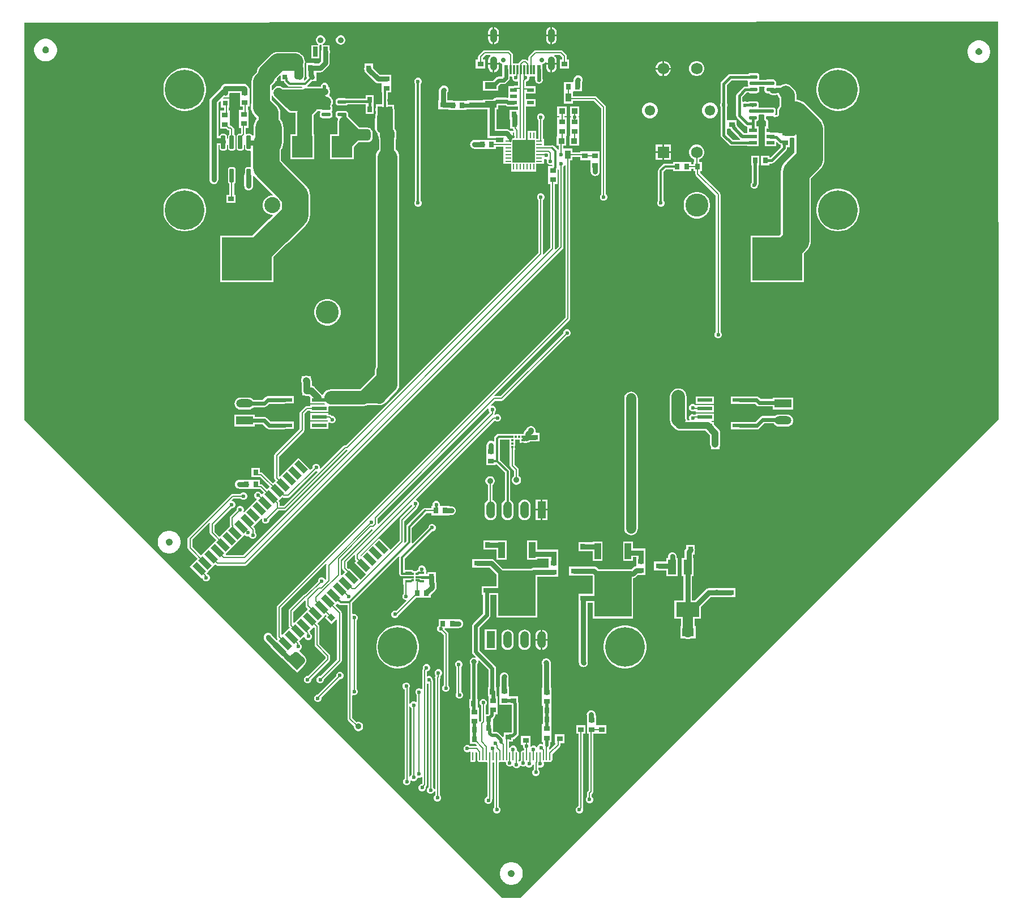
<source format=gtl>
G04*
G04 #@! TF.GenerationSoftware,Altium Limited,Altium Designer,23.8.1 (32)*
G04*
G04 Layer_Physical_Order=1*
G04 Layer_Color=255*
%FSLAX25Y25*%
%MOIN*%
G70*
G04*
G04 #@! TF.SameCoordinates,36DDD1C1-7BD6-4DAF-97DA-8CC6A3F3F012*
G04*
G04*
G04 #@! TF.FilePolarity,Positive*
G04*
G01*
G75*
%ADD12C,0.00787*%
%ADD17C,0.01968*%
%ADD18C,0.02362*%
%ADD19C,0.01575*%
%ADD20C,0.03937*%
%ADD21C,0.03150*%
%ADD22R,0.04331X0.02362*%
%ADD23R,0.03543X0.03150*%
%ADD24R,0.08661X0.12992*%
%ADD25O,0.00866X0.04724*%
%ADD26R,0.00866X0.04724*%
%ADD27R,0.06922X0.05140*%
%ADD28R,0.03150X0.03543*%
%ADD29R,0.29400X0.25500*%
G04:AMPARAMS|DCode=30|XSize=35.43mil|YSize=31.5mil|CornerRadius=0mil|HoleSize=0mil|Usage=FLASHONLY|Rotation=135.000|XOffset=0mil|YOffset=0mil|HoleType=Round|Shape=Rectangle|*
%AMROTATEDRECTD30*
4,1,4,0.02366,-0.00139,0.00139,-0.02366,-0.02366,0.00139,-0.00139,0.02366,0.02366,-0.00139,0.0*
%
%ADD30ROTATEDRECTD30*%

%ADD31R,0.03150X0.03150*%
%ADD32R,0.01476X0.01378*%
%ADD33R,0.01378X0.01476*%
%ADD34R,0.01476X0.01181*%
%ADD35R,0.03150X0.01575*%
%ADD36R,0.08700X0.02400*%
G04:AMPARAMS|DCode=37|XSize=47.64mil|YSize=23.23mil|CornerRadius=5.81mil|HoleSize=0mil|Usage=FLASHONLY|Rotation=180.000|XOffset=0mil|YOffset=0mil|HoleType=Round|Shape=RoundedRectangle|*
%AMROUNDEDRECTD37*
21,1,0.04764,0.01161,0,0,180.0*
21,1,0.03602,0.02323,0,0,180.0*
1,1,0.01161,-0.01801,0.00581*
1,1,0.01161,0.01801,0.00581*
1,1,0.01161,0.01801,-0.00581*
1,1,0.01161,-0.01801,-0.00581*
%
%ADD37ROUNDEDRECTD37*%
%ADD38R,0.03543X0.02756*%
%ADD39R,0.03150X0.03150*%
%ADD40R,0.12008X0.12598*%
%ADD41R,0.03543X0.03150*%
G04:AMPARAMS|DCode=42|XSize=77.56mil|YSize=23.62mil|CornerRadius=2.95mil|HoleSize=0mil|Usage=FLASHONLY|Rotation=90.000|XOffset=0mil|YOffset=0mil|HoleType=Round|Shape=RoundedRectangle|*
%AMROUNDEDRECTD42*
21,1,0.07756,0.01772,0,0,90.0*
21,1,0.07165,0.02362,0,0,90.0*
1,1,0.00591,0.00886,0.03583*
1,1,0.00591,0.00886,-0.03583*
1,1,0.00591,-0.00886,-0.03583*
1,1,0.00591,-0.00886,0.03583*
%
%ADD42ROUNDEDRECTD42*%
G04:AMPARAMS|DCode=43|XSize=78.74mil|YSize=35.43mil|CornerRadius=0mil|HoleSize=0mil|Usage=FLASHONLY|Rotation=135.000|XOffset=0mil|YOffset=0mil|HoleType=Round|Shape=Rectangle|*
%AMROTATEDRECTD43*
4,1,4,0.04037,-0.01531,0.01531,-0.04037,-0.04037,0.01531,-0.01531,0.04037,0.04037,-0.01531,0.0*
%
%ADD43ROTATEDRECTD43*%

G04:AMPARAMS|DCode=44|XSize=53.94mil|YSize=23.23mil|CornerRadius=5.81mil|HoleSize=0mil|Usage=FLASHONLY|Rotation=0.000|XOffset=0mil|YOffset=0mil|HoleType=Round|Shape=RoundedRectangle|*
%AMROUNDEDRECTD44*
21,1,0.05394,0.01161,0,0,0.0*
21,1,0.04232,0.02323,0,0,0.0*
1,1,0.01161,0.02116,-0.00581*
1,1,0.01161,-0.02116,-0.00581*
1,1,0.01161,-0.02116,0.00581*
1,1,0.01161,0.02116,0.00581*
%
%ADD44ROUNDEDRECTD44*%
G04:AMPARAMS|DCode=45|XSize=85.43mil|YSize=66.53mil|CornerRadius=17.96mil|HoleSize=0mil|Usage=FLASHONLY|Rotation=0.000|XOffset=0mil|YOffset=0mil|HoleType=Round|Shape=RoundedRectangle|*
%AMROUNDEDRECTD45*
21,1,0.08543,0.03061,0,0,0.0*
21,1,0.04950,0.06653,0,0,0.0*
1,1,0.03593,0.02475,-0.01530*
1,1,0.03593,-0.02475,-0.01530*
1,1,0.03593,-0.02475,0.01530*
1,1,0.03593,0.02475,0.01530*
%
%ADD45ROUNDEDRECTD45*%
%ADD46R,0.04724X0.02165*%
%ADD47R,0.13780X0.08661*%
%ADD48R,0.04724X0.08661*%
%ADD49R,0.21850X0.26772*%
%ADD50R,0.03937X0.09449*%
%ADD52R,0.03800X0.01000*%
%ADD53R,0.01000X0.03800*%
%ADD54R,0.03937X0.03150*%
%ADD55R,0.02756X0.05906*%
%ADD56R,0.02756X0.03543*%
%ADD57R,0.03600X0.03600*%
%ADD58R,0.03600X0.05000*%
%ADD59R,0.02362X0.05709*%
%ADD60R,0.01181X0.05709*%
%ADD61R,0.07087X0.03937*%
%ADD79P,0.27839X4X180.0*%
%ADD88R,0.13200X0.13200*%
%ADD94C,0.13583*%
%ADD95C,0.09400*%
%ADD104C,0.03543*%
%ADD105C,0.03150*%
%ADD107R,0.13000X0.09500*%
%ADD108C,0.01181*%
%ADD109C,0.05906*%
%ADD110C,0.15748*%
%ADD111C,0.07874*%
%ADD112C,0.09843*%
%ADD113C,0.11811*%
%ADD114C,0.06102*%
%ADD115R,0.06890X0.06890*%
%ADD116C,0.06890*%
%ADD117R,0.10000X0.05000*%
%ADD118O,0.10000X0.05000*%
%ADD119O,0.05000X0.10000*%
%ADD120R,0.05000X0.10000*%
%ADD121C,0.23228*%
%ADD122C,0.02756*%
%ADD123O,0.04134X0.08268*%
%ADD124C,0.02362*%
%ADD125C,0.01575*%
%ADD126C,0.03937*%
G36*
X286932Y236228D02*
X5204Y-45500D01*
X-5252D01*
X-286727Y235976D01*
X-286729Y469677D01*
X286521Y470120D01*
X286932Y236228D01*
D02*
G37*
%LPC*%
G36*
X-9985Y467070D02*
Y462476D01*
X-7392D01*
Y464043D01*
X-7497Y464843D01*
X-7806Y465589D01*
X-8298Y466230D01*
X-8939Y466722D01*
X-9685Y467031D01*
X-9985Y467070D01*
D02*
G37*
G36*
X-10985D02*
X-11286Y467031D01*
X-12032Y466722D01*
X-12673Y466230D01*
X-13164Y465589D01*
X-13473Y464843D01*
X-13579Y464043D01*
Y462476D01*
X-10985D01*
Y467070D01*
D02*
G37*
G36*
X24030D02*
Y462476D01*
X26624D01*
Y464043D01*
X26518Y464843D01*
X26209Y465589D01*
X25718Y466230D01*
X25077Y466722D01*
X24331Y467031D01*
X24030Y467070D01*
D02*
G37*
G36*
X23030Y467070D02*
X22730Y467031D01*
X21984Y466722D01*
X21343Y466230D01*
X20852Y465589D01*
X20542Y464843D01*
X20437Y464043D01*
Y462476D01*
X23030D01*
Y467070D01*
D02*
G37*
G36*
Y461476D02*
X20437D01*
Y459909D01*
X20542Y459108D01*
X20852Y458362D01*
X21343Y457722D01*
X21984Y457230D01*
X22730Y456921D01*
X23030Y456881D01*
Y461476D01*
D02*
G37*
G36*
X-7392Y461476D02*
X-9985D01*
Y456881D01*
X-9685Y456921D01*
X-8939Y457230D01*
X-8298Y457722D01*
X-7806Y458362D01*
X-7497Y459108D01*
X-7392Y459909D01*
Y461476D01*
D02*
G37*
G36*
X-10985D02*
X-13579D01*
Y459909D01*
X-13473Y459108D01*
X-13164Y458362D01*
X-12673Y457722D01*
X-12032Y457230D01*
X-11286Y456921D01*
X-10985Y456881D01*
Y461476D01*
D02*
G37*
G36*
X26624Y461476D02*
X24030D01*
Y456881D01*
X24331Y456921D01*
X25077Y457230D01*
X25718Y457722D01*
X26209Y458362D01*
X26518Y459108D01*
X26624Y459909D01*
Y461476D01*
D02*
G37*
G36*
X-100144Y462145D02*
X-100870D01*
X-101571Y461957D01*
X-102199Y461594D01*
X-102712Y461081D01*
X-103075Y460453D01*
X-103263Y459752D01*
Y459026D01*
X-103075Y458325D01*
X-102712Y457697D01*
X-102199Y457184D01*
X-101571Y456821D01*
X-100870Y456633D01*
X-100144D01*
X-99443Y456821D01*
X-98815Y457184D01*
X-98302Y457697D01*
X-97939Y458325D01*
X-97751Y459026D01*
Y459752D01*
X-97939Y460453D01*
X-98302Y461081D01*
X-98815Y461594D01*
X-99443Y461957D01*
X-100144Y462145D01*
D02*
G37*
G36*
X29273Y453381D02*
X14273D01*
X13735Y453274D01*
X13279Y452969D01*
X10450Y450140D01*
X10146Y449685D01*
X10039Y449147D01*
Y447350D01*
X9577Y447158D01*
X9092Y447643D01*
X8636Y447948D01*
X8099Y448055D01*
X6824D01*
X6286Y447948D01*
X5830Y447643D01*
X4561Y446373D01*
X4256Y445918D01*
X4224Y445755D01*
X1038D01*
Y450616D01*
X931Y451153D01*
X626Y451609D01*
X-734Y452969D01*
X-1190Y453274D01*
X-1727Y453381D01*
X-15727D01*
X-16265Y453274D01*
X-16721Y452969D01*
X-19221Y450469D01*
X-19525Y450013D01*
X-19632Y449476D01*
Y447791D01*
X-20983D01*
Y442673D01*
X-15472D01*
Y447791D01*
X-16823D01*
Y448894D01*
X-15146Y450571D01*
X-12455D01*
X-12285Y450071D01*
X-12673Y449773D01*
X-13164Y449133D01*
X-13473Y448387D01*
X-13579Y447586D01*
Y446019D01*
X-10485D01*
X-7392D01*
Y446250D01*
X-6892Y446350D01*
X-6858Y446268D01*
X-6194Y445603D01*
X-5325Y445244D01*
X-5288D01*
Y442130D01*
X-5331Y441917D01*
Y437995D01*
X-5421Y437904D01*
X-7444D01*
X-8289Y437736D01*
X-9005Y437257D01*
X-10822Y435440D01*
X-16755D01*
Y429535D01*
X-7700D01*
Y432318D01*
X-6529Y433489D01*
X-4507D01*
X-3662Y433657D01*
X-2946Y434135D01*
X-1562Y435519D01*
X-1083Y436235D01*
X-915Y437080D01*
Y438078D01*
X248D01*
X525Y437662D01*
X491Y437580D01*
Y436719D01*
X821Y435923D01*
X1430Y435314D01*
X2226Y434984D01*
X3087D01*
X3511Y435160D01*
X4011Y434826D01*
Y432469D01*
X1699D01*
X1162Y432362D01*
X790Y432113D01*
X-1833D01*
Y427783D01*
Y425770D01*
X-2333Y425359D01*
X-2755Y425443D01*
X-8881D01*
X-9726Y425275D01*
X-10442Y424797D01*
X-10822Y424417D01*
X-16755D01*
Y423813D01*
X-23227D01*
X-23395Y423791D01*
X-25937D01*
X-25983Y423791D01*
Y423791D01*
X-26412Y423732D01*
Y423732D01*
X-31424D01*
X-31531Y423732D01*
X-31924D01*
X-32031Y423732D01*
X-33926D01*
X-34542Y423813D01*
X-37646D01*
Y428484D01*
X-37492Y428685D01*
X-37234Y429308D01*
X-37146Y429976D01*
X-37234Y430644D01*
X-37492Y431266D01*
X-37902Y431801D01*
X-38437Y432211D01*
X-39059Y432469D01*
X-39727Y432557D01*
X-40396Y432469D01*
X-41018Y432211D01*
X-41553Y431801D01*
X-42053Y431301D01*
X-42463Y430766D01*
X-42721Y430144D01*
X-42809Y429476D01*
Y423791D01*
X-42983D01*
Y418673D01*
X-40395D01*
X-40227Y418651D01*
X-37042D01*
Y418220D01*
X-32031D01*
X-31924Y418220D01*
X-31531D01*
X-31424Y418220D01*
X-26412D01*
Y418502D01*
X-25983Y418673D01*
X-25983Y418673D01*
Y418673D01*
X-25983Y418673D01*
X-23395D01*
X-23227Y418651D01*
X-16755D01*
Y418511D01*
X-14053D01*
Y409976D01*
Y404673D01*
X-14053Y404673D01*
Y404476D01*
X-14031Y404308D01*
Y401720D01*
X-8912D01*
Y401895D01*
X-4418D01*
X-4398Y401866D01*
X-4665Y401366D01*
X-4762D01*
Y399318D01*
X-9157D01*
Y400732D01*
X-14168D01*
X-14275Y400732D01*
X-14668D01*
X-14775Y400732D01*
X-19786D01*
Y400557D01*
X-21727D01*
X-22396Y400469D01*
X-23018Y400211D01*
X-23553Y399801D01*
X-23963Y399266D01*
X-24221Y398644D01*
X-24309Y397976D01*
X-24221Y397308D01*
X-23963Y396685D01*
X-23553Y396151D01*
X-23018Y395741D01*
X-22396Y395483D01*
X-21727Y395395D01*
X-19786D01*
Y395220D01*
X-14775D01*
X-14668Y395220D01*
X-14275D01*
X-14168Y395220D01*
X-9157D01*
Y396508D01*
X-4762D01*
Y394460D01*
Y390523D01*
Y386586D01*
X-117D01*
Y381942D01*
X14662D01*
Y386586D01*
X19307D01*
Y389200D01*
X19723Y389478D01*
X20069Y389335D01*
X20668D01*
X21017Y388870D01*
X20835Y388431D01*
Y387569D01*
X21164Y386773D01*
X21773Y386164D01*
X22569Y385835D01*
X23431D01*
X23733Y385960D01*
X24157Y385636D01*
X24059Y385315D01*
X21744D01*
Y380197D01*
X21744D01*
Y379803D01*
X21744D01*
Y374685D01*
X22868D01*
Y337058D01*
X19089Y333279D01*
X18628Y333526D01*
X18677Y333773D01*
Y365318D01*
X19108Y365749D01*
X19438Y366545D01*
Y367407D01*
X19108Y368202D01*
X18499Y368811D01*
X17703Y369141D01*
X16842D01*
X16046Y368811D01*
X15437Y368202D01*
X15107Y367407D01*
Y366545D01*
X15437Y365749D01*
X15868Y365318D01*
Y334354D01*
X-97475Y221012D01*
X-97893D01*
X-98431Y220905D01*
X-98887Y220600D01*
X-112276Y207211D01*
X-112649Y207415D01*
X-112717Y207477D01*
Y208313D01*
X-113047Y209109D01*
X-113656Y209718D01*
X-114452Y210048D01*
X-115313D01*
X-116109Y209718D01*
X-116718Y209109D01*
X-117048Y208313D01*
Y207704D01*
X-117840Y206912D01*
X-118282Y206772D01*
X-125241Y213732D01*
X-129139Y209834D01*
X-132674Y206299D01*
X-136322Y202651D01*
X-136822Y202858D01*
Y214394D01*
X-122234Y228982D01*
X-121929Y229438D01*
X-121823Y229976D01*
Y239394D01*
X-119988Y241228D01*
X-118262D01*
Y240449D01*
X-107593D01*
Y243695D01*
X-107093Y244126D01*
X-106227Y244012D01*
X-87024D01*
X-85739Y244181D01*
X-84882Y244536D01*
X-78364D01*
X-77650Y244442D01*
X-76365Y244612D01*
X-75168Y245107D01*
X-74140Y245896D01*
X-73520Y246704D01*
X-71799Y248426D01*
X-67448Y252776D01*
X-66660Y253804D01*
X-66164Y255001D01*
X-65995Y256286D01*
Y265637D01*
X-66084Y266316D01*
X-66010Y267067D01*
Y390433D01*
X-66143Y391784D01*
X-66537Y393082D01*
X-67177Y394279D01*
X-67969Y395245D01*
Y400711D01*
X-67749Y401244D01*
X-67653Y401970D01*
Y405030D01*
X-67749Y405756D01*
X-68029Y406433D01*
X-68475Y407014D01*
X-68902Y407342D01*
Y412976D01*
Y418673D01*
X-68924Y418840D01*
Y421232D01*
X-71212D01*
X-71499Y421270D01*
X-72880D01*
Y428441D01*
X-70744D01*
Y433453D01*
X-70744Y433559D01*
Y433953D01*
X-70744Y434059D01*
Y439071D01*
X-73332D01*
X-73500Y439093D01*
X-77443D01*
X-81422Y443073D01*
X-81441Y443215D01*
Y445606D01*
X-83832D01*
X-84000Y445628D01*
X-84168Y445606D01*
X-86559D01*
Y443215D01*
X-86581Y443047D01*
Y442000D01*
X-86559Y441832D01*
Y440488D01*
X-86066D01*
X-85825Y440175D01*
X-80337Y434687D01*
X-79802Y434276D01*
X-79180Y434019D01*
X-78512Y433931D01*
X-76566D01*
X-76256Y433559D01*
X-76256Y433431D01*
Y428441D01*
X-76091D01*
Y421444D01*
X-79834D01*
Y419673D01*
X-79965Y419356D01*
X-80053Y418688D01*
X-79965Y418020D01*
X-79856Y417758D01*
Y415944D01*
X-80227D01*
Y413356D01*
X-80250Y413188D01*
Y407080D01*
X-80162Y406412D01*
X-79904Y405790D01*
X-79493Y405255D01*
X-78581Y404343D01*
Y403598D01*
X-78493Y402930D01*
X-78235Y402307D01*
X-78213Y402278D01*
Y401970D01*
X-78117Y401244D01*
X-77897Y400711D01*
Y395245D01*
X-78689Y394279D01*
X-79329Y393082D01*
X-79723Y391784D01*
X-79856Y390433D01*
Y267067D01*
X-79836Y266868D01*
X-80103Y266224D01*
X-80272Y264939D01*
Y262576D01*
X-81010Y262010D01*
X-89080Y253940D01*
X-106227D01*
X-107512Y253770D01*
X-108709Y253274D01*
X-109737Y252486D01*
X-110526Y251458D01*
X-110790Y250820D01*
X-111363Y250745D01*
X-111621Y251082D01*
X-115621Y255082D01*
X-116238Y255555D01*
X-116957Y255853D01*
X-117493Y255923D01*
Y258727D01*
X-117493Y258727D01*
X-117595Y259498D01*
X-117892Y260217D01*
X-118185Y260598D01*
Y261756D01*
X-119682D01*
X-119973Y261877D01*
X-120744Y261978D01*
X-121515Y261877D01*
X-121807Y261756D01*
X-123303D01*
Y260515D01*
X-123323Y260489D01*
X-123621Y259771D01*
X-123722Y259000D01*
X-123621Y258229D01*
X-123450Y257816D01*
Y252976D01*
X-123348Y252205D01*
X-123051Y251487D01*
X-123031Y251460D01*
Y250220D01*
X-121534D01*
X-121242Y250099D01*
X-120472Y249998D01*
X-118961D01*
X-118262Y249298D01*
Y245449D01*
X-109984D01*
X-109876Y245318D01*
X-110114Y244817D01*
X-118262D01*
Y244038D01*
X-120570D01*
X-121108Y243931D01*
X-121563Y243627D01*
X-124221Y240969D01*
X-124525Y240513D01*
X-124632Y239976D01*
Y230558D01*
X-139221Y215969D01*
X-139525Y215513D01*
X-139632Y214976D01*
Y201607D01*
X-139525Y201069D01*
X-139221Y200614D01*
X-138790Y200183D01*
X-140339Y198634D01*
X-146296Y204591D01*
X-146751Y204896D01*
X-147289Y205003D01*
X-147913D01*
Y207732D01*
X-153031D01*
Y202220D01*
X-149682D01*
X-149546Y202193D01*
X-147871D01*
X-142326Y196648D01*
X-143874Y195099D01*
X-146367Y197591D01*
X-146823Y197896D01*
X-147360Y198003D01*
X-147913D01*
Y200732D01*
X-152924D01*
X-153031Y200732D01*
X-153424D01*
X-153531Y200732D01*
X-158542D01*
Y200557D01*
X-160227D01*
X-160896Y200469D01*
X-161518Y200211D01*
X-162053Y199801D01*
X-162463Y199266D01*
X-162721Y198644D01*
X-162809Y197976D01*
X-162721Y197308D01*
X-162463Y196685D01*
X-162053Y196151D01*
X-161518Y195740D01*
X-160896Y195483D01*
X-160227Y195395D01*
X-158542D01*
Y195220D01*
X-153531D01*
X-153424Y195220D01*
X-153031D01*
X-152924Y195220D01*
X-149426D01*
X-149290Y195193D01*
X-147942D01*
X-145861Y193112D01*
X-146681Y192292D01*
X-147241Y192339D01*
X-147392Y192702D01*
X-148001Y193312D01*
X-148797Y193641D01*
X-149658D01*
X-150454Y193312D01*
X-151063Y192702D01*
X-151393Y191906D01*
Y191045D01*
X-151063Y190249D01*
X-150454Y189640D01*
X-150077Y189484D01*
X-149980Y188994D01*
X-150352Y188621D01*
X-153526Y185448D01*
X-157510Y181463D01*
X-157892Y181749D01*
X-157562Y182545D01*
Y183406D01*
X-157892Y184202D01*
X-158501Y184811D01*
X-159297Y185141D01*
X-160158D01*
X-160954Y184811D01*
X-161563Y184202D01*
X-161893Y183406D01*
Y182797D01*
X-165277Y179413D01*
X-165581Y178957D01*
X-165688Y178420D01*
Y173990D01*
X-165581Y173452D01*
X-165557Y173416D01*
X-168030Y170943D01*
X-171869Y167104D01*
X-174822Y170058D01*
Y173894D01*
X-164906Y183810D01*
X-164297D01*
X-163501Y184140D01*
X-162892Y184749D01*
X-162562Y185545D01*
Y186407D01*
X-162892Y187202D01*
X-163501Y187812D01*
X-164297Y188141D01*
X-164422D01*
X-164613Y188603D01*
X-163646Y189571D01*
X-159385D01*
X-158954Y189140D01*
X-158158Y188810D01*
X-157297D01*
X-156501Y189140D01*
X-155892Y189749D01*
X-155562Y190545D01*
Y191407D01*
X-155892Y192202D01*
X-156501Y192812D01*
X-157297Y193141D01*
X-158158D01*
X-158954Y192812D01*
X-159385Y192381D01*
X-164227D01*
X-164765Y192274D01*
X-165221Y191969D01*
X-190221Y166969D01*
X-190525Y166513D01*
X-190632Y165976D01*
Y160683D01*
X-190525Y160146D01*
X-190221Y159690D01*
X-184752Y154221D01*
X-185707Y153266D01*
X-189243Y149730D01*
X-182283Y142771D01*
X-182283D01*
X-181866Y142481D01*
X-181563Y141749D01*
X-180954Y141140D01*
X-180158Y140810D01*
X-179297D01*
X-178501Y141140D01*
X-177892Y141749D01*
X-177562Y142545D01*
Y143406D01*
X-177892Y144202D01*
X-178501Y144811D01*
X-178655Y144876D01*
X-178655Y144876D01*
X-178960Y145332D01*
X-179341Y145713D01*
X-178386Y146668D01*
X-174257Y150797D01*
X-173942Y150482D01*
X-173487Y150178D01*
X-172949Y150071D01*
X-156727D01*
X-156190Y150178D01*
X-155734Y150482D01*
X30266Y336482D01*
X30571Y336938D01*
X30678Y337476D01*
Y384819D01*
X31108Y385249D01*
X31318Y385755D01*
X31818Y385655D01*
Y296304D01*
X-137721Y126766D01*
X-138025Y126310D01*
X-138132Y125773D01*
Y108183D01*
X-138025Y107646D01*
X-137721Y107190D01*
X-137676Y107145D01*
X-137676Y106645D01*
X-138143Y106178D01*
X-138687Y106722D01*
X-138725Y106814D01*
X-139389Y107478D01*
X-139481Y107517D01*
X-140823Y108858D01*
X-140992Y109266D01*
X-141402Y109801D01*
X-141937Y110211D01*
X-142559Y110469D01*
X-143227Y110557D01*
X-143895Y110469D01*
X-144518Y110211D01*
X-145053Y109801D01*
X-145463Y109266D01*
X-145721Y108644D01*
X-145809Y107976D01*
Y107612D01*
X-145721Y106944D01*
X-145463Y106322D01*
X-145053Y105787D01*
X-141793Y102528D01*
X-141917Y102404D01*
X-134957Y95445D01*
X-134834Y95568D01*
X-132504Y93239D01*
X-131969Y92828D01*
X-131736Y92732D01*
X-128243Y89239D01*
X-128243Y89239D01*
X-128104Y89099D01*
X-127970Y88996D01*
X-126139Y87166D01*
X-122520Y90785D01*
X-122783Y91048D01*
X-121402Y92429D01*
X-120992Y92964D01*
X-120734Y93586D01*
X-120646Y94254D01*
Y94476D01*
X-120734Y95144D01*
X-120992Y95766D01*
X-121402Y96301D01*
X-124902Y99801D01*
X-124955Y99842D01*
X-124864Y100402D01*
X-124305Y100633D01*
X-123695Y101242D01*
X-123366Y102038D01*
Y102900D01*
X-123695Y103695D01*
X-124305Y104305D01*
X-124361Y104328D01*
X-124459Y104822D01*
X-124764Y105277D01*
X-124944Y105458D01*
X-122127Y108274D01*
X-121665Y108083D01*
Y108069D01*
X-121336Y107273D01*
X-120727Y106664D01*
X-119931Y106335D01*
X-119069D01*
X-118273Y106664D01*
X-117664Y107273D01*
X-117335Y108069D01*
Y108931D01*
X-117664Y109727D01*
X-118273Y110336D01*
X-118321Y110355D01*
Y110446D01*
X-118428Y110984D01*
X-118733Y111440D01*
X-118847Y111555D01*
X-116324Y114077D01*
X-115905Y113658D01*
Y103500D01*
X-115798Y102962D01*
X-115494Y102507D01*
X-109405Y96418D01*
Y95582D01*
X-119822Y85165D01*
X-120431D01*
X-121227Y84836D01*
X-121836Y84227D01*
X-122165Y83431D01*
Y82569D01*
X-121836Y81773D01*
X-121227Y81164D01*
X-120431Y80835D01*
X-119569D01*
X-118773Y81164D01*
X-118164Y81773D01*
X-117835Y82569D01*
Y83178D01*
X-107007Y94007D01*
X-106702Y94462D01*
X-106595Y95000D01*
Y97000D01*
X-106702Y97538D01*
X-107007Y97993D01*
X-113095Y104082D01*
Y114240D01*
X-113202Y114778D01*
X-113506Y115234D01*
X-114087Y115814D01*
Y116314D01*
X-110208Y120193D01*
X-109253Y121149D01*
X-108751Y120646D01*
X-109810Y119588D01*
X-105912Y115691D01*
X-103094Y118508D01*
X-102632Y118317D01*
Y94854D01*
X-112322Y85165D01*
X-112931D01*
X-113727Y84836D01*
X-114336Y84227D01*
X-114665Y83431D01*
Y82569D01*
X-114336Y81773D01*
X-113727Y81164D01*
X-112931Y80835D01*
X-112069D01*
X-111273Y81164D01*
X-110664Y81773D01*
X-110335Y82569D01*
Y83178D01*
X-100234Y93279D01*
X-99929Y93735D01*
X-99822Y94273D01*
Y122181D01*
X-99929Y122718D01*
X-100234Y123174D01*
X-103731Y126671D01*
X-102324Y128078D01*
X-101587Y127340D01*
X-101587Y127340D01*
X-101066Y126992D01*
X-100451Y126870D01*
X-96405D01*
Y60000D01*
X-96298Y59462D01*
X-95993Y59007D01*
X-92756Y55769D01*
Y55137D01*
X-92568Y54436D01*
X-92205Y53808D01*
X-91692Y53295D01*
X-91064Y52932D01*
X-90363Y52744D01*
X-89637D01*
X-88936Y52932D01*
X-88308Y53295D01*
X-87795Y53808D01*
X-87432Y54436D01*
X-87244Y55137D01*
Y55863D01*
X-87432Y56564D01*
X-87795Y57192D01*
X-88308Y57705D01*
X-88936Y58068D01*
X-89637Y58256D01*
X-90363D01*
X-91064Y58068D01*
X-91075Y58062D01*
X-93595Y60582D01*
Y73660D01*
X-93179Y73938D01*
X-92931Y73835D01*
X-92069D01*
X-91273Y74164D01*
X-90664Y74773D01*
X-90335Y75569D01*
Y76431D01*
X-90664Y77227D01*
X-91095Y77657D01*
Y117843D01*
X-90664Y118273D01*
X-90335Y119069D01*
Y119931D01*
X-90664Y120727D01*
X-91273Y121336D01*
X-92069Y121665D01*
X-92931D01*
X-93179Y121562D01*
X-93595Y121840D01*
Y128196D01*
X-66340Y155451D01*
X-65879Y155205D01*
X-65947Y154862D01*
X-65947Y154862D01*
Y145385D01*
X-65825Y144771D01*
X-65477Y144250D01*
X-64956Y143902D01*
X-64342Y143780D01*
X-58416D01*
X-58416Y143780D01*
X-58416Y143780D01*
X-58092D01*
X-57938Y143433D01*
X-58362Y143054D01*
X-58416D01*
X-58571Y143023D01*
X-59814D01*
Y142629D01*
X-63751D01*
Y139086D01*
X-63405D01*
Y133657D01*
X-63836Y133227D01*
X-64165Y132431D01*
Y131569D01*
X-63836Y130773D01*
X-63227Y130164D01*
X-62431Y129835D01*
X-62110D01*
X-61903Y129335D01*
X-67718Y123520D01*
X-68069Y123665D01*
X-68931D01*
X-69727Y123336D01*
X-70336Y122727D01*
X-70665Y121931D01*
Y121069D01*
X-70336Y120273D01*
X-69727Y119664D01*
X-68931Y119335D01*
X-68069D01*
X-67273Y119664D01*
X-66664Y120273D01*
X-66434Y120830D01*
X-56044Y131220D01*
X-52912D01*
X-52912Y131220D01*
X-52519D01*
Y131220D01*
X-52412Y131220D01*
X-47401D01*
Y133081D01*
X-44902Y135580D01*
X-44492Y136114D01*
X-44234Y136737D01*
X-44146Y137405D01*
Y139476D01*
X-44234Y140144D01*
X-44402Y140549D01*
Y143476D01*
X-44424Y143643D01*
Y146232D01*
X-49542D01*
Y145223D01*
X-50168D01*
Y147748D01*
X-50562D01*
Y148407D01*
X-50892Y149202D01*
X-51501Y149811D01*
X-52297Y150141D01*
X-53158D01*
X-53954Y149811D01*
X-54563Y149202D01*
X-54893Y148407D01*
Y147748D01*
X-55287D01*
Y147409D01*
X-55733Y147111D01*
X-55733Y147111D01*
X-55860Y146985D01*
X-55983Y146960D01*
X-57721D01*
X-57872Y147111D01*
X-58393Y147459D01*
X-58633Y147507D01*
Y147748D01*
X-62736D01*
Y154197D01*
X-46622Y170310D01*
X-46297D01*
X-45501Y170640D01*
X-44892Y171249D01*
X-44562Y172045D01*
Y172906D01*
X-44892Y173702D01*
X-45501Y174311D01*
X-46297Y174641D01*
X-47158D01*
X-47954Y174311D01*
X-48563Y173702D01*
X-48893Y172906D01*
Y172581D01*
X-58229Y163245D01*
X-58690Y163491D01*
X-58622Y163835D01*
X-58622Y163835D01*
Y172311D01*
X-49862Y181071D01*
X-47042D01*
Y179720D01*
X-42031D01*
X-41924Y179720D01*
X-41531D01*
X-41424Y179720D01*
X-36413D01*
Y179895D01*
X-35227D01*
X-34559Y179983D01*
X-33937Y180240D01*
X-33402Y180651D01*
X-32992Y181185D01*
X-32734Y181808D01*
X-32646Y182476D01*
X-32734Y183144D01*
X-32992Y183766D01*
X-33402Y184301D01*
X-33937Y184711D01*
X-34559Y184969D01*
X-35227Y185057D01*
X-36413D01*
Y185232D01*
X-41424D01*
X-41683Y185232D01*
X-41711Y185254D01*
X-42062Y185675D01*
Y186407D01*
X-42392Y187202D01*
X-43001Y187812D01*
X-43797Y188141D01*
X-44658D01*
X-45454Y187812D01*
X-46063Y187202D01*
X-46393Y186407D01*
Y185545D01*
X-46602Y185232D01*
X-47042D01*
Y183881D01*
X-49995D01*
X-50113Y183959D01*
X-50727Y184081D01*
X-51342Y183959D01*
X-51863Y183611D01*
X-61363Y174111D01*
X-61711Y173590D01*
X-61833Y172976D01*
X-61833Y172976D01*
Y164500D01*
X-62698Y163634D01*
X-63159Y163881D01*
X-63095Y164203D01*
Y176418D01*
X-55507Y184007D01*
X-55202Y184462D01*
X-55134Y184804D01*
X-54664Y185273D01*
X-54335Y186069D01*
Y186931D01*
X-54664Y187727D01*
X-55273Y188336D01*
X-55910Y188599D01*
X-56089Y189127D01*
X-9811Y235405D01*
X-9719D01*
X-9454Y235140D01*
X-8658Y234810D01*
X-7797D01*
X-7001Y235140D01*
X-6392Y235749D01*
X-6062Y236545D01*
Y237406D01*
X-6392Y238202D01*
X-7001Y238811D01*
X-7797Y239141D01*
X-8658D01*
X-9454Y238811D01*
X-9696Y238569D01*
X-9764Y238583D01*
X-9994Y239139D01*
X-9929Y239235D01*
X-9822Y239773D01*
Y240318D01*
X-9392Y240749D01*
X-9062Y241545D01*
Y242407D01*
X-9392Y243202D01*
X-10001Y243811D01*
X-10797Y244141D01*
X-11658D01*
X-11670Y244136D01*
X-11953Y244560D01*
X-9418Y247095D01*
X-5703D01*
X-5166Y247202D01*
X-4710Y247507D01*
X32594Y284810D01*
X33203D01*
X33999Y285140D01*
X34608Y285749D01*
X34938Y286545D01*
Y287406D01*
X34608Y288202D01*
X33999Y288811D01*
X33203Y289141D01*
X32342D01*
X31546Y288811D01*
X30937Y288202D01*
X30607Y287406D01*
Y286797D01*
X-6285Y249905D01*
X-9901D01*
X-10060Y250143D01*
X-10123Y250390D01*
X34216Y294729D01*
X34521Y295185D01*
X34628Y295723D01*
Y388492D01*
X36007D01*
Y390571D01*
X40517D01*
Y388673D01*
X46017D01*
X46517Y388644D01*
Y388279D01*
X46517Y388173D01*
Y383161D01*
X46691D01*
Y381976D01*
X46779Y381308D01*
X47037Y380685D01*
X47447Y380151D01*
X47982Y379741D01*
X48605Y379483D01*
X49273Y379395D01*
X49941Y379483D01*
X50563Y379741D01*
X51098Y380151D01*
X51508Y380685D01*
X51766Y381308D01*
X51854Y381976D01*
Y383161D01*
X52029D01*
Y388173D01*
X52029Y388279D01*
Y388673D01*
X52029Y388779D01*
Y393791D01*
X46517D01*
Y393791D01*
X46028D01*
Y393791D01*
X40517D01*
Y393381D01*
X36007D01*
Y395460D01*
X30678D01*
Y397192D01*
X32307D01*
Y402760D01*
X32528Y403161D01*
X32528D01*
Y408173D01*
X32528Y408279D01*
Y408673D01*
X32528Y408779D01*
Y413791D01*
X31177D01*
Y414692D01*
X32557D01*
Y420260D01*
X26988D01*
Y414692D01*
X28368D01*
Y413791D01*
X27017D01*
Y408779D01*
X27017Y408673D01*
Y408279D01*
X27017Y408173D01*
Y403161D01*
X26777Y402760D01*
X26738D01*
Y397192D01*
X27868D01*
Y394939D01*
X27368Y394787D01*
X27135Y395135D01*
X27135Y395135D01*
X25191Y397080D01*
X24670Y397428D01*
X24056Y397550D01*
X23441Y397428D01*
X23324Y397349D01*
X19307D01*
Y401366D01*
X18677D01*
Y412319D01*
X19108Y412749D01*
X19438Y413545D01*
Y414406D01*
X19108Y415202D01*
X18499Y415811D01*
X17703Y416141D01*
X16842D01*
X16046Y415811D01*
X15437Y415202D01*
X15107Y414406D01*
Y413545D01*
X15437Y412749D01*
X15868Y412319D01*
Y401366D01*
X14662D01*
Y406010D01*
X9725D01*
Y400242D01*
X13538D01*
Y396429D01*
Y392492D01*
Y387710D01*
X1007D01*
Y392492D01*
Y396429D01*
Y400242D01*
X8757D01*
Y406010D01*
X8609D01*
Y420302D01*
X14309D01*
Y424633D01*
X8609D01*
Y427783D01*
X14309D01*
Y432113D01*
X10508D01*
X10372Y432140D01*
X8609D01*
Y434925D01*
X8668Y434984D01*
X8850D01*
X9646Y435314D01*
X10255Y435923D01*
X10585Y436719D01*
Y437580D01*
X10551Y437662D01*
X10829Y438078D01*
X13976D01*
Y436064D01*
X14144Y435219D01*
X14402Y434834D01*
X14437Y434749D01*
X14502Y434684D01*
X14623Y434503D01*
X14711Y434415D01*
X14892Y434294D01*
X15046Y434140D01*
X15247Y434057D01*
X15428Y433936D01*
X15641Y433894D01*
X15842Y433811D01*
X16059D01*
X16273Y433768D01*
X16486Y433811D01*
X16703D01*
X16904Y433894D01*
X17117Y433936D01*
X17298Y434057D01*
X17499Y434140D01*
X17653Y434294D01*
X17834Y434415D01*
X17955Y434595D01*
X18108Y434749D01*
X18192Y434950D01*
X18312Y435131D01*
X18355Y435344D01*
X18438Y435545D01*
Y435763D01*
X18480Y435976D01*
X18438Y436189D01*
Y436407D01*
X18392Y436518D01*
Y441901D01*
X18334Y442193D01*
Y445244D01*
X18370D01*
X19239Y445603D01*
X19903Y446268D01*
X19937Y446350D01*
X20437Y446250D01*
Y446019D01*
X23530D01*
X26624D01*
Y447586D01*
X26518Y448387D01*
X26209Y449133D01*
X25718Y449773D01*
X25330Y450071D01*
X25500Y450571D01*
X28691D01*
X29868Y449394D01*
Y447791D01*
X28517D01*
Y442673D01*
X34029D01*
Y447791D01*
X32678D01*
Y449976D01*
X32571Y450514D01*
X32266Y450969D01*
X30266Y452969D01*
X29810Y453274D01*
X29273Y453381D01*
D02*
G37*
G36*
X-273568Y460169D02*
X-274887D01*
X-276180Y459911D01*
X-277398Y459407D01*
X-278494Y458674D01*
X-279426Y457742D01*
X-280159Y456646D01*
X-280663Y455428D01*
X-280920Y454135D01*
Y452817D01*
X-280663Y451523D01*
X-280159Y450306D01*
X-279426Y449209D01*
X-278494Y448277D01*
X-277398Y447545D01*
X-276180Y447040D01*
X-274887Y446783D01*
X-273568D01*
X-272275Y447040D01*
X-271057Y447545D01*
X-269961Y448277D01*
X-269029Y449209D01*
X-268296Y450306D01*
X-267792Y451523D01*
X-267534Y452817D01*
Y454135D01*
X-267792Y455428D01*
X-268296Y456646D01*
X-269029Y457742D01*
X-269961Y458674D01*
X-271057Y459407D01*
X-272275Y459911D01*
X-273568Y460169D01*
D02*
G37*
G36*
X275932Y459169D02*
X274613D01*
X273320Y458912D01*
X272102Y458407D01*
X271006Y457675D01*
X270074Y456742D01*
X269341Y455646D01*
X268837Y454428D01*
X268580Y453135D01*
Y451817D01*
X268837Y450524D01*
X269341Y449305D01*
X270074Y448209D01*
X271006Y447277D01*
X272102Y446545D01*
X273320Y446040D01*
X274613Y445783D01*
X275932D01*
X277225Y446040D01*
X278443Y446545D01*
X279539Y447277D01*
X280471Y448209D01*
X281204Y449305D01*
X281708Y450524D01*
X281965Y451817D01*
Y453135D01*
X281708Y454428D01*
X281204Y455646D01*
X280471Y456742D01*
X279539Y457675D01*
X278443Y458407D01*
X277225Y458912D01*
X275932Y459169D01*
D02*
G37*
G36*
X-111955Y462145D02*
X-112681D01*
X-113382Y461957D01*
X-114010Y461594D01*
X-114523Y461081D01*
X-114886Y460453D01*
X-115074Y459752D01*
Y459026D01*
X-114886Y458325D01*
X-114523Y457697D01*
X-114010Y457184D01*
X-113582Y456936D01*
X-113716Y456436D01*
X-117633D01*
Y448562D01*
X-112908D01*
Y456177D01*
X-112739Y456516D01*
X-112490Y456633D01*
X-112146D01*
X-111897Y456516D01*
X-111727Y456177D01*
Y453665D01*
X-111735Y453655D01*
X-111993Y453033D01*
X-112081Y452365D01*
Y447069D01*
X-113569Y445581D01*
X-115963D01*
Y445810D01*
X-120687D01*
Y444039D01*
X-120818Y443722D01*
X-120906Y443054D01*
X-120818Y442386D01*
X-120710Y442123D01*
Y438593D01*
X-120622Y437925D01*
X-120364Y437302D01*
X-120185Y437070D01*
X-121681Y435574D01*
X-122181Y435781D01*
Y436701D01*
X-121995Y436943D01*
X-121738Y437566D01*
X-121650Y438234D01*
Y443054D01*
X-121738Y443722D01*
X-121869Y444039D01*
Y444721D01*
X-121680Y445342D01*
X-121566Y446500D01*
X-121680Y447658D01*
X-122018Y448771D01*
X-122566Y449797D01*
X-123304Y450696D01*
X-124203Y451434D01*
X-125229Y451982D01*
X-126342Y452320D01*
X-127500Y452434D01*
X-137500D01*
X-138658Y452320D01*
X-139771Y451982D01*
X-140797Y451434D01*
X-141696Y450696D01*
X-148196Y444196D01*
X-148934Y443297D01*
X-149482Y442271D01*
X-149820Y441158D01*
X-149884Y440508D01*
X-151196Y439196D01*
X-151934Y438297D01*
X-152482Y437271D01*
X-152820Y436158D01*
X-152934Y435000D01*
Y422524D01*
X-153290Y421351D01*
X-153423Y420000D01*
X-153290Y418649D01*
X-152896Y417351D01*
X-152256Y416154D01*
X-151395Y415105D01*
X-149923Y413632D01*
Y413027D01*
X-150401Y412445D01*
X-151224Y410906D01*
X-151730Y409236D01*
X-151901Y407500D01*
Y403289D01*
X-152013Y403204D01*
X-152449Y403303D01*
X-152591Y403392D01*
X-152830Y403749D01*
X-153253Y404032D01*
X-153752Y404131D01*
X-155524D01*
X-155801Y404076D01*
X-156247Y404366D01*
X-156301Y404447D01*
Y407661D01*
X-154753D01*
Y412673D01*
X-154753Y412779D01*
Y413173D01*
X-154753Y413279D01*
Y418291D01*
X-155199D01*
Y420161D01*
X-154218D01*
Y425173D01*
X-154218Y425279D01*
Y425673D01*
X-154218Y425779D01*
Y430791D01*
X-154434D01*
X-154480Y431144D01*
X-154738Y431766D01*
X-155148Y432301D01*
X-155648Y432801D01*
X-156183Y433211D01*
X-156805Y433469D01*
X-157473Y433557D01*
X-168249D01*
X-168918Y433469D01*
X-169540Y433211D01*
X-170075Y432801D01*
X-170310Y432565D01*
X-170720Y432031D01*
X-170978Y431408D01*
X-170995Y431282D01*
X-171323Y431031D01*
X-176979Y425374D01*
X-177390Y424839D01*
X-177647Y424217D01*
X-177735Y423549D01*
Y400329D01*
Y377110D01*
X-177647Y376442D01*
X-177390Y375819D01*
X-176979Y375284D01*
X-176445Y374874D01*
X-175822Y374616D01*
X-175154Y374528D01*
X-174486Y374616D01*
X-173864Y374874D01*
X-173329Y375284D01*
X-172919Y375819D01*
X-172661Y376442D01*
X-172573Y377110D01*
Y397748D01*
X-171828D01*
Y395661D01*
X-171729Y395162D01*
X-171446Y394739D01*
X-171023Y394456D01*
X-170524Y394357D01*
X-168752D01*
X-168253Y394456D01*
X-167830Y394739D01*
X-167547Y395162D01*
X-167447Y395661D01*
Y397657D01*
X-167328Y397773D01*
X-166828Y397561D01*
Y395661D01*
X-166729Y395162D01*
X-166446Y394739D01*
X-166023Y394456D01*
X-165524Y394357D01*
X-163752D01*
X-163253Y394456D01*
X-162829Y394739D01*
X-162547Y395162D01*
X-162447Y395661D01*
Y402827D01*
X-162547Y403326D01*
X-162829Y403749D01*
X-163233Y404019D01*
Y407071D01*
X-163340Y407609D01*
X-163644Y408065D01*
X-164252Y408673D01*
X-164708Y408977D01*
X-165246Y409084D01*
X-165371D01*
X-165836Y409549D01*
Y412194D01*
X-165836Y412300D01*
Y412694D01*
X-165836Y412800D01*
Y417812D01*
X-166323D01*
Y419728D01*
X-165926D01*
Y424847D01*
X-169519D01*
X-169706Y425283D01*
X-169417Y425634D01*
X-168653D01*
X-168485Y425612D01*
X-168317Y425634D01*
X-165926D01*
Y428025D01*
X-165904Y428193D01*
Y428395D01*
X-159729D01*
Y425779D01*
X-159729Y425673D01*
Y425279D01*
X-159729Y425173D01*
Y420161D01*
X-158009D01*
Y418291D01*
X-160265D01*
Y413279D01*
X-160265Y413173D01*
Y412779D01*
X-160265Y412673D01*
Y407661D01*
X-159111D01*
Y404455D01*
X-159434Y404131D01*
X-160524D01*
X-161023Y404032D01*
X-161446Y403749D01*
X-161729Y403326D01*
X-161828Y402827D01*
Y395661D01*
X-161729Y395162D01*
X-161446Y394739D01*
X-161023Y394456D01*
X-160524Y394357D01*
X-158752D01*
X-158253Y394456D01*
X-157829Y394739D01*
X-157547Y395162D01*
X-157447Y395661D01*
Y397561D01*
X-156947Y397773D01*
X-156828Y397657D01*
Y395661D01*
X-156729Y395162D01*
X-156446Y394739D01*
X-156023Y394456D01*
X-155524Y394357D01*
X-153752D01*
X-153401Y394069D01*
Y385083D01*
X-153662Y384756D01*
X-153879Y384643D01*
X-155524D01*
X-156023Y384544D01*
X-156446Y384261D01*
X-156729Y383838D01*
X-156828Y383339D01*
Y381117D01*
X-156912Y381008D01*
X-157170Y380385D01*
X-157258Y379717D01*
Y373466D01*
X-157170Y372798D01*
X-156912Y372175D01*
X-156502Y371641D01*
X-155967Y371230D01*
X-155345Y370972D01*
X-154677Y370885D01*
X-154009Y370972D01*
X-153386Y371230D01*
X-152852Y371641D01*
X-152442Y372175D01*
X-152184Y372798D01*
X-152096Y373466D01*
Y379396D01*
X-151979Y379481D01*
X-151579Y379554D01*
X-150794Y378598D01*
X-140531Y368335D01*
X-140722Y367873D01*
X-141441D01*
X-142886Y367485D01*
X-144183Y366737D01*
X-145241Y365679D01*
X-145989Y364382D01*
X-146377Y362937D01*
Y361440D01*
X-145989Y359994D01*
X-145241Y358698D01*
X-144183Y357640D01*
X-142886Y356891D01*
X-141441Y356504D01*
X-140722D01*
X-140531Y356042D01*
X-142123Y354450D01*
X-142776Y354101D01*
X-144125Y352994D01*
X-152696Y344423D01*
X-171477D01*
Y316954D01*
X-140108D01*
Y331835D01*
X-132993Y338950D01*
X-132340Y339299D01*
X-130991Y340406D01*
X-121037Y350360D01*
X-119930Y351709D01*
X-119107Y353248D01*
X-118601Y354917D01*
X-118430Y356654D01*
Y367723D01*
X-118601Y369459D01*
X-119107Y371129D01*
X-119930Y372668D01*
X-121037Y374017D01*
X-135599Y388579D01*
Y394555D01*
X-134776Y396094D01*
X-134270Y397763D01*
X-134099Y399500D01*
Y407500D01*
X-134270Y409236D01*
X-134776Y410906D01*
X-135599Y412445D01*
X-136077Y413027D01*
Y416500D01*
X-136210Y417851D01*
X-136604Y419149D01*
X-137244Y420346D01*
X-138105Y421395D01*
X-141066Y424357D01*
Y426497D01*
X-140566Y426597D01*
X-140439Y426290D01*
X-139808Y425468D01*
X-136132Y421792D01*
X-132032Y417692D01*
X-131210Y417061D01*
X-130252Y416664D01*
X-129224Y416529D01*
X-127184D01*
Y403784D01*
X-130201D01*
Y389216D01*
X-116224D01*
Y403784D01*
X-116429D01*
Y415120D01*
X-114020Y417529D01*
X-112621D01*
X-112397Y417039D01*
X-112404Y417011D01*
X-112621Y416687D01*
X-112742Y416076D01*
Y414915D01*
X-112621Y414304D01*
X-112275Y413787D01*
X-111757Y413441D01*
X-111147Y413319D01*
X-106914D01*
X-106304Y413441D01*
X-105786Y413787D01*
X-105440Y414304D01*
X-105319Y414915D01*
Y416076D01*
X-105440Y416687D01*
X-105657Y417011D01*
X-105746Y417366D01*
X-105657Y417720D01*
X-105440Y418044D01*
X-105319Y418655D01*
Y419816D01*
X-105440Y420427D01*
X-105632Y420715D01*
X-105597Y420983D01*
X-105592Y420990D01*
X-105195Y421948D01*
X-105060Y422976D01*
X-105195Y424004D01*
X-105592Y424961D01*
X-106223Y425784D01*
X-107045Y426415D01*
X-107197Y426478D01*
Y427485D01*
X-107177Y427511D01*
X-106879Y428229D01*
X-106778Y429000D01*
X-106879Y429771D01*
X-107177Y430489D01*
X-107197Y430515D01*
Y431756D01*
X-107835D01*
Y432431D01*
X-108164Y433227D01*
X-108773Y433836D01*
X-109569Y434165D01*
X-110431D01*
X-111227Y433836D01*
X-111836Y433227D01*
X-112165Y432431D01*
Y431978D01*
X-120044D01*
X-120147Y432129D01*
X-120235Y432478D01*
X-117548Y435165D01*
X-117428D01*
X-117260Y435143D01*
X-117092Y435165D01*
X-114701D01*
Y437557D01*
X-114679Y437724D01*
X-114701Y437892D01*
Y440283D01*
X-114257Y440419D01*
X-112500D01*
X-111832Y440507D01*
X-111209Y440765D01*
X-110675Y441175D01*
X-107675Y444175D01*
X-107265Y444709D01*
X-107007Y445332D01*
X-106919Y446000D01*
Y451718D01*
X-106872Y451831D01*
X-106784Y452499D01*
X-106872Y453167D01*
X-107003Y453484D01*
Y456436D01*
X-110921D01*
X-111055Y456936D01*
X-110626Y457184D01*
X-110113Y457697D01*
X-109750Y458325D01*
X-109562Y459026D01*
Y459752D01*
X-109750Y460453D01*
X-110113Y461081D01*
X-110626Y461594D01*
X-111254Y461957D01*
X-111955Y462145D01*
D02*
G37*
G36*
X90015Y447027D02*
X89930D01*
Y443082D01*
X93875D01*
Y443167D01*
X93572Y444298D01*
X92987Y445311D01*
X92159Y446139D01*
X91146Y446724D01*
X90015Y447027D01*
D02*
G37*
G36*
X88930D02*
X88845D01*
X87714Y446724D01*
X86701Y446139D01*
X85873Y445311D01*
X85288Y444298D01*
X84985Y443167D01*
Y443082D01*
X88930D01*
Y447027D01*
D02*
G37*
G36*
X23030Y445019D02*
X20437D01*
Y443452D01*
X20542Y442652D01*
X20852Y441905D01*
X21343Y441265D01*
X21984Y440773D01*
X22730Y440464D01*
X23030Y440425D01*
Y445019D01*
D02*
G37*
G36*
X-10985Y445019D02*
X-13579D01*
Y443452D01*
X-13473Y442652D01*
X-13164Y441905D01*
X-12673Y441265D01*
X-12032Y440773D01*
X-11286Y440464D01*
X-10985Y440425D01*
Y445019D01*
D02*
G37*
G36*
X-7392D02*
X-9985D01*
Y440425D01*
X-9685Y440464D01*
X-8939Y440773D01*
X-8298Y441265D01*
X-7806Y441905D01*
X-7497Y442652D01*
X-7392Y443452D01*
Y445019D01*
D02*
G37*
G36*
X26624Y445019D02*
X24030D01*
Y440425D01*
X24331Y440464D01*
X25077Y440773D01*
X25718Y441265D01*
X26209Y441905D01*
X26518Y442652D01*
X26624Y443452D01*
Y445019D01*
D02*
G37*
G36*
X109698Y447011D02*
X108532D01*
X107405Y446709D01*
X106395Y446126D01*
X105571Y445302D01*
X104988Y444292D01*
X104686Y443165D01*
Y441999D01*
X104988Y440872D01*
X105571Y439863D01*
X106395Y439038D01*
X107405Y438455D01*
X108532Y438153D01*
X109698D01*
X110825Y438455D01*
X111835Y439038D01*
X112659Y439863D01*
X113242Y440872D01*
X113544Y441999D01*
Y443165D01*
X113242Y444292D01*
X112659Y445302D01*
X111835Y446126D01*
X110825Y446709D01*
X109698Y447011D01*
D02*
G37*
G36*
X93875Y442082D02*
X89930D01*
Y438137D01*
X90015D01*
X91146Y438440D01*
X92159Y439025D01*
X92987Y439853D01*
X93572Y440866D01*
X93875Y441997D01*
Y442082D01*
D02*
G37*
G36*
X88930D02*
X84985D01*
Y441997D01*
X85288Y440866D01*
X85873Y439853D01*
X86701Y439025D01*
X87714Y438440D01*
X88845Y438137D01*
X88930D01*
Y442082D01*
D02*
G37*
G36*
X-81015Y426944D02*
X-85739D01*
Y425097D01*
X-97425D01*
X-97702Y425152D01*
X-101934D01*
X-102545Y425031D01*
X-103062Y424685D01*
X-103408Y424167D01*
X-103530Y423557D01*
Y422395D01*
X-103408Y421784D01*
X-103062Y421267D01*
X-102545Y420921D01*
X-101934Y420799D01*
X-97702D01*
X-97091Y420921D01*
X-96574Y421267D01*
X-96428Y421484D01*
X-85739D01*
Y421432D01*
X-85739D01*
Y415933D01*
X-81015D01*
Y421444D01*
X-81015D01*
Y426944D01*
D02*
G37*
G36*
X193343Y442878D02*
X191360D01*
X189401Y442568D01*
X187515Y441955D01*
X185748Y441055D01*
X184144Y439889D01*
X182742Y438487D01*
X181576Y436882D01*
X180676Y435116D01*
X180063Y433230D01*
X179753Y431271D01*
Y429288D01*
X180063Y427329D01*
X180676Y425443D01*
X181576Y423676D01*
X182742Y422072D01*
X184144Y420670D01*
X185748Y419504D01*
X187515Y418604D01*
X189401Y417991D01*
X191360Y417681D01*
X193343D01*
X195301Y417991D01*
X197187Y418604D01*
X198954Y419504D01*
X200559Y420670D01*
X201961Y422072D01*
X203126Y423676D01*
X204027Y425443D01*
X204640Y427329D01*
X204950Y429288D01*
Y431271D01*
X204640Y433230D01*
X204027Y435116D01*
X203126Y436882D01*
X201961Y438487D01*
X200559Y439889D01*
X198954Y441055D01*
X197187Y441955D01*
X195301Y442568D01*
X193343Y442878D01*
D02*
G37*
G36*
X-191303D02*
X-193286D01*
X-195245Y442568D01*
X-197131Y441955D01*
X-198897Y441055D01*
X-200502Y439889D01*
X-201904Y438487D01*
X-203069Y436882D01*
X-203970Y435116D01*
X-204583Y433230D01*
X-204893Y431271D01*
Y429288D01*
X-204583Y427329D01*
X-203970Y425443D01*
X-203069Y423676D01*
X-201904Y422072D01*
X-200502Y420670D01*
X-198897Y419504D01*
X-197131Y418604D01*
X-195245Y417991D01*
X-193286Y417681D01*
X-191303D01*
X-189344Y417991D01*
X-187458Y418604D01*
X-185691Y419504D01*
X-184087Y420670D01*
X-182685Y422072D01*
X-181519Y423676D01*
X-180619Y425443D01*
X-180006Y427329D01*
X-179696Y429288D01*
Y431271D01*
X-180006Y433230D01*
X-180619Y435116D01*
X-181519Y436882D01*
X-182685Y438487D01*
X-184087Y439889D01*
X-185691Y441055D01*
X-187458Y441955D01*
X-189344Y442568D01*
X-191303Y442878D01*
D02*
G37*
G36*
X117598Y422602D02*
X116380D01*
X115203Y422287D01*
X114149Y421677D01*
X113287Y420816D01*
X112678Y419761D01*
X112363Y418585D01*
Y417367D01*
X112678Y416190D01*
X113287Y415135D01*
X114149Y414274D01*
X115203Y413665D01*
X116380Y413350D01*
X117598D01*
X118775Y413665D01*
X119829Y414274D01*
X120691Y415135D01*
X121300Y416190D01*
X121615Y417367D01*
Y418585D01*
X121300Y419761D01*
X120691Y420816D01*
X119829Y421677D01*
X118775Y422287D01*
X117598Y422602D01*
D02*
G37*
G36*
X82165D02*
X80947D01*
X79770Y422287D01*
X78716Y421677D01*
X77854Y420816D01*
X77245Y419761D01*
X76930Y418585D01*
Y417367D01*
X77245Y416190D01*
X77854Y415135D01*
X78716Y414274D01*
X79770Y413665D01*
X80947Y413350D01*
X82165D01*
X83342Y413665D01*
X84396Y414274D01*
X85258Y415135D01*
X85867Y416190D01*
X86182Y417367D01*
Y418585D01*
X85867Y419761D01*
X85258Y420816D01*
X84396Y421677D01*
X83342Y422287D01*
X82165Y422602D01*
D02*
G37*
G36*
X40057Y420260D02*
X34488D01*
Y414692D01*
X34917D01*
X35107Y414406D01*
Y413791D01*
X34517D01*
Y408779D01*
X34517Y408673D01*
Y408279D01*
X34517Y408173D01*
Y403161D01*
X34277Y402760D01*
X34238D01*
Y397192D01*
X39807D01*
Y402760D01*
X40028Y403161D01*
X40028D01*
Y408173D01*
X40028Y408279D01*
Y408673D01*
X40028Y408779D01*
Y413791D01*
X39438D01*
Y414406D01*
X39628Y414692D01*
X40057D01*
Y420260D01*
D02*
G37*
G36*
X93875Y397814D02*
X89930D01*
Y393869D01*
X93875D01*
Y397814D01*
D02*
G37*
G36*
X88930D02*
X84985D01*
Y393869D01*
X88930D01*
Y397814D01*
D02*
G37*
G36*
X-98343Y417703D02*
X-99818D01*
X-99976Y417672D01*
X-101934D01*
X-102545Y417550D01*
X-103062Y417205D01*
X-103408Y416687D01*
X-103530Y416076D01*
Y414915D01*
X-103408Y414304D01*
X-103062Y413787D01*
X-102545Y413441D01*
X-102236Y413379D01*
X-101927Y412876D01*
X-101927Y412819D01*
X-102159Y412259D01*
X-102294Y411231D01*
Y403784D01*
X-106776D01*
Y389216D01*
X-92799D01*
Y396386D01*
X-92385Y396704D01*
X-89934Y399155D01*
X-87441D01*
X-87365Y399165D01*
X-84592D01*
X-83866Y399261D01*
X-83189Y399541D01*
X-82608Y399987D01*
X-82163Y400567D01*
X-81883Y401244D01*
X-81787Y401970D01*
Y405030D01*
X-81883Y405756D01*
X-82163Y406433D01*
X-82608Y407014D01*
X-83189Y407459D01*
X-83866Y407739D01*
X-84592Y407835D01*
X-88310D01*
X-88386Y407845D01*
X-88462Y407835D01*
X-89311D01*
X-95515Y414039D01*
X-96115Y414499D01*
Y414869D01*
X-96106Y414915D01*
Y416076D01*
X-96228Y416687D01*
X-96574Y417205D01*
X-97091Y417550D01*
X-97702Y417672D01*
X-98185D01*
X-98343Y417703D01*
D02*
G37*
G36*
X93875Y392869D02*
X89930D01*
Y388925D01*
X93875D01*
Y392869D01*
D02*
G37*
G36*
X88930D02*
X84985D01*
Y388925D01*
X88930D01*
Y392869D01*
D02*
G37*
G36*
X109698Y397799D02*
X108532D01*
X107405Y397497D01*
X106395Y396914D01*
X105571Y396089D01*
X104988Y395079D01*
X104686Y393953D01*
Y392786D01*
X104988Y391660D01*
X105571Y390650D01*
X106395Y389825D01*
X107405Y389242D01*
X107710Y389161D01*
Y387756D01*
X107185D01*
Y386405D01*
X105815D01*
Y387756D01*
X100803D01*
X100697Y387756D01*
X100303D01*
X100197Y387756D01*
X95185D01*
Y386606D01*
X90524D01*
X89910Y386483D01*
X89389Y386135D01*
X89389Y386135D01*
X86865Y383611D01*
X86517Y383090D01*
X86394Y382476D01*
X86394Y382476D01*
Y364957D01*
X86164Y364727D01*
X85835Y363931D01*
Y363069D01*
X86164Y362273D01*
X86773Y361664D01*
X87569Y361335D01*
X88431D01*
X89227Y361664D01*
X89836Y362273D01*
X90165Y363069D01*
Y363931D01*
X89836Y364727D01*
X89606Y364957D01*
Y381811D01*
X91189Y383394D01*
X95185D01*
Y382244D01*
X100197D01*
X100303Y382244D01*
X100697D01*
X100803Y382244D01*
X105815D01*
Y383595D01*
X107185D01*
Y382244D01*
X108339D01*
Y380504D01*
X108446Y379967D01*
X108751Y379511D01*
X120368Y367894D01*
Y287633D01*
X119937Y287202D01*
X119607Y286406D01*
Y285545D01*
X119937Y284749D01*
X120546Y284140D01*
X121342Y283810D01*
X122203D01*
X122999Y284140D01*
X123608Y284749D01*
X123938Y285545D01*
Y286406D01*
X123608Y287202D01*
X123178Y287633D01*
Y368476D01*
X123071Y369014D01*
X122766Y369469D01*
X111149Y381086D01*
Y382244D01*
X112303D01*
Y387756D01*
X110520D01*
Y389161D01*
X110825Y389242D01*
X111835Y389825D01*
X112659Y390650D01*
X113242Y391660D01*
X113544Y392786D01*
Y393953D01*
X113242Y395079D01*
X112659Y396089D01*
X111835Y396914D01*
X110825Y397497D01*
X109698Y397799D01*
D02*
G37*
G36*
X145909Y391256D02*
X141185D01*
Y385744D01*
X141540D01*
Y375602D01*
X141164Y375227D01*
X140835Y374431D01*
Y373569D01*
X141164Y372773D01*
X141773Y372164D01*
X142569Y371835D01*
X143431D01*
X144227Y372164D01*
X144836Y372773D01*
X145009Y373191D01*
X145402Y373779D01*
X145554Y374547D01*
Y385744D01*
X145909D01*
Y391256D01*
D02*
G37*
G36*
X39273Y438557D02*
X38605Y438469D01*
X37982Y438211D01*
X37447Y437801D01*
X37203Y437557D01*
X36793Y437022D01*
X36535Y436400D01*
X36447Y435732D01*
Y435042D01*
X36076Y434732D01*
X35947Y434732D01*
X30958D01*
Y429220D01*
X30788Y428960D01*
X30788D01*
Y421992D01*
X36357D01*
Y423571D01*
X48691D01*
X52868Y419394D01*
Y368633D01*
X52437Y368202D01*
X52107Y367407D01*
Y366545D01*
X52437Y365749D01*
X53046Y365140D01*
X53842Y364810D01*
X54703D01*
X55499Y365140D01*
X56108Y365749D01*
X56438Y366545D01*
Y367407D01*
X56108Y368202D01*
X55677Y368633D01*
Y419976D01*
X55571Y420513D01*
X55266Y420969D01*
X50266Y425969D01*
X49810Y426274D01*
X49273Y426381D01*
X36357D01*
Y428767D01*
X36414Y428998D01*
X36749Y429220D01*
X41587D01*
Y431808D01*
X41610Y431976D01*
Y434931D01*
X41766Y435308D01*
X41854Y435976D01*
X41766Y436644D01*
X41508Y437266D01*
X41098Y437801D01*
X40563Y438211D01*
X39941Y438469D01*
X39273Y438557D01*
D02*
G37*
G36*
X-163752Y384643D02*
X-165524D01*
X-166023Y384544D01*
X-166446Y384261D01*
X-166729Y383838D01*
X-166828Y383339D01*
Y376173D01*
X-166729Y375674D01*
X-166446Y375251D01*
X-166043Y374981D01*
Y368315D01*
X-167756D01*
Y363591D01*
X-162244D01*
Y368315D01*
X-163233D01*
Y374981D01*
X-162829Y375251D01*
X-162547Y375674D01*
X-162447Y376173D01*
Y383339D01*
X-162547Y383838D01*
X-162829Y384261D01*
X-163253Y384544D01*
X-163752Y384643D01*
D02*
G37*
G36*
X-54569Y437165D02*
X-55431D01*
X-56227Y436836D01*
X-56836Y436227D01*
X-57165Y435431D01*
Y434569D01*
X-56836Y433773D01*
X-56606Y433543D01*
Y364957D01*
X-56836Y364727D01*
X-57165Y363931D01*
Y363069D01*
X-56836Y362273D01*
X-56227Y361664D01*
X-55431Y361335D01*
X-54569D01*
X-53773Y361664D01*
X-53164Y362273D01*
X-52835Y363069D01*
Y363931D01*
X-53164Y364727D01*
X-53394Y364957D01*
Y433543D01*
X-53164Y433773D01*
X-52835Y434569D01*
Y435431D01*
X-53164Y436227D01*
X-53773Y436836D01*
X-54569Y437165D01*
D02*
G37*
G36*
X109973Y369964D02*
X108442D01*
X106940Y369665D01*
X105525Y369079D01*
X104251Y368228D01*
X103168Y367145D01*
X102317Y365872D01*
X101731Y364456D01*
X101432Y362954D01*
Y361423D01*
X101731Y359920D01*
X102317Y358505D01*
X103168Y357232D01*
X104251Y356149D01*
X105525Y355298D01*
X106940Y354712D01*
X108442Y354413D01*
X109973D01*
X111476Y354712D01*
X112891Y355298D01*
X114164Y356149D01*
X115247Y357232D01*
X116098Y358505D01*
X116684Y359920D01*
X116983Y361423D01*
Y362954D01*
X116684Y364456D01*
X116098Y365872D01*
X115247Y367145D01*
X114164Y368228D01*
X112891Y369079D01*
X111476Y369665D01*
X109973Y369964D01*
D02*
G37*
G36*
X193343Y372012D02*
X191360D01*
X189401Y371702D01*
X187515Y371089D01*
X185748Y370188D01*
X184144Y369023D01*
X182742Y367621D01*
X181576Y366016D01*
X180676Y364249D01*
X180063Y362364D01*
X179753Y360405D01*
Y358422D01*
X180063Y356463D01*
X180676Y354577D01*
X181576Y352810D01*
X182742Y351206D01*
X184144Y349804D01*
X185748Y348638D01*
X187515Y347738D01*
X189401Y347125D01*
X191360Y346815D01*
X193343D01*
X195301Y347125D01*
X197187Y347738D01*
X198954Y348638D01*
X200559Y349804D01*
X201961Y351206D01*
X203126Y352810D01*
X204027Y354577D01*
X204640Y356463D01*
X204950Y358422D01*
Y360405D01*
X204640Y362364D01*
X204027Y364249D01*
X203126Y366016D01*
X201961Y367621D01*
X200559Y369023D01*
X198954Y370188D01*
X197187Y371089D01*
X195301Y371702D01*
X193343Y372012D01*
D02*
G37*
G36*
X-191303D02*
X-193286D01*
X-195245Y371702D01*
X-197131Y371089D01*
X-198897Y370188D01*
X-200502Y369023D01*
X-201904Y367621D01*
X-203069Y366016D01*
X-203970Y364249D01*
X-204583Y362364D01*
X-204893Y360405D01*
Y358422D01*
X-204583Y356463D01*
X-203970Y354577D01*
X-203069Y352810D01*
X-201904Y351206D01*
X-200502Y349804D01*
X-198897Y348638D01*
X-197131Y347738D01*
X-195245Y347125D01*
X-193286Y346815D01*
X-191303D01*
X-189344Y347125D01*
X-187458Y347738D01*
X-185691Y348638D01*
X-184087Y349804D01*
X-182685Y351206D01*
X-181519Y352810D01*
X-180619Y354577D01*
X-180006Y356463D01*
X-179696Y358422D01*
Y360405D01*
X-180006Y362364D01*
X-180619Y364249D01*
X-181519Y366016D01*
X-182685Y367621D01*
X-184087Y369023D01*
X-185691Y370188D01*
X-187458Y371089D01*
X-189344Y371702D01*
X-191303Y372012D01*
D02*
G37*
G36*
X144360Y439917D02*
X140758D01*
X140147Y439795D01*
X139630Y439449D01*
X139534Y439306D01*
X129000D01*
X128309Y439169D01*
X127723Y438777D01*
X123753Y434808D01*
X123362Y434222D01*
X123224Y433530D01*
Y422388D01*
X123195Y422359D01*
X122865Y421563D01*
Y420702D01*
X123195Y419906D01*
X123282Y419818D01*
Y403411D01*
X123420Y402720D01*
X123811Y402134D01*
X128275Y397671D01*
X128860Y397279D01*
X129552Y397142D01*
X138867D01*
Y396881D01*
X145560D01*
Y400622D01*
Y404362D01*
Y408496D01*
X144138D01*
Y411560D01*
X144743Y411681D01*
X145261Y412027D01*
X145607Y412544D01*
X145728Y413155D01*
Y414316D01*
X145607Y414927D01*
X145579Y414969D01*
X145846Y415469D01*
X148699D01*
X148966Y414969D01*
X148938Y414927D01*
X148817Y414316D01*
Y413155D01*
X148938Y412544D01*
X149284Y412027D01*
X149802Y411681D01*
X149835Y411674D01*
X149869Y411592D01*
Y408496D01*
X149103D01*
Y404362D01*
Y400622D01*
Y396881D01*
X155796D01*
Y399244D01*
X156258Y399436D01*
X157251Y398443D01*
X157837Y398051D01*
X158528Y397914D01*
X158576D01*
Y396437D01*
X152445Y390306D01*
X151815D01*
Y391256D01*
X147091D01*
Y385744D01*
X151815D01*
Y386694D01*
X153193D01*
X153884Y386831D01*
X154470Y387223D01*
X161777Y394530D01*
X162169Y395116D01*
X162306Y395807D01*
Y396373D01*
X164087D01*
Y401491D01*
X164397Y401863D01*
X165741D01*
X166099Y401910D01*
X166599Y401527D01*
Y393187D01*
X161206Y387794D01*
X160099Y386445D01*
X159276Y384906D01*
X158770Y383237D01*
X158599Y381500D01*
Y345168D01*
X157854Y344423D01*
X141023D01*
Y316954D01*
X172392D01*
Y333785D01*
X173794Y335187D01*
X174901Y336536D01*
X175724Y338074D01*
X176230Y339744D01*
X176401Y341481D01*
Y377813D01*
X181794Y383206D01*
X182901Y384555D01*
X183724Y386094D01*
X184230Y387764D01*
X184401Y389500D01*
Y407000D01*
X184230Y408737D01*
X183724Y410406D01*
X182901Y411945D01*
X181794Y413294D01*
X173294Y421794D01*
X171945Y422901D01*
X170406Y423724D01*
X168737Y424230D01*
X167851Y424317D01*
Y427113D01*
X167851Y427113D01*
X167682Y428397D01*
X167186Y429595D01*
X166397Y430623D01*
X166397Y430623D01*
X165010Y432010D01*
X163982Y432799D01*
X162785Y433295D01*
X161500Y433464D01*
X160215Y433295D01*
X159018Y432799D01*
X158735Y432581D01*
X156142D01*
X156098Y432605D01*
X155864Y432855D01*
X155765Y433054D01*
X155838Y433419D01*
Y434581D01*
X155716Y435191D01*
X155370Y435709D01*
X154853Y436055D01*
X154242Y436176D01*
X150640D01*
X150029Y436055D01*
X149958Y436007D01*
X146074D01*
X145807Y436507D01*
X145834Y436549D01*
X145956Y437159D01*
Y438321D01*
X145834Y438932D01*
X145489Y439449D01*
X144971Y439795D01*
X144360Y439917D01*
D02*
G37*
G36*
X-107527Y306964D02*
X-109058D01*
X-110560Y306665D01*
X-111976Y306079D01*
X-113249Y305228D01*
X-114332Y304145D01*
X-115183Y302871D01*
X-115769Y301456D01*
X-116068Y299954D01*
Y298423D01*
X-115769Y296920D01*
X-115183Y295505D01*
X-114332Y294232D01*
X-113249Y293149D01*
X-111976Y292298D01*
X-110560Y291712D01*
X-109058Y291413D01*
X-107527D01*
X-106024Y291712D01*
X-104609Y292298D01*
X-103336Y293149D01*
X-102253Y294232D01*
X-101402Y295505D01*
X-100816Y296920D01*
X-100517Y298423D01*
Y299954D01*
X-100816Y301456D01*
X-101402Y302871D01*
X-102253Y304145D01*
X-103336Y305228D01*
X-104609Y306079D01*
X-106024Y306665D01*
X-107527Y306964D01*
D02*
G37*
G36*
X-133527Y249841D02*
X-143367D01*
X-144212Y249673D01*
X-144928Y249194D01*
X-146414Y247708D01*
X-151802D01*
X-152015Y247985D01*
X-152743Y248544D01*
X-153590Y248895D01*
X-154500Y249014D01*
X-159500D01*
X-160410Y248895D01*
X-161257Y248544D01*
X-161985Y247985D01*
X-162543Y247257D01*
X-162895Y246410D01*
X-163014Y245500D01*
X-162895Y244590D01*
X-162543Y243743D01*
X-161985Y243015D01*
X-161257Y242457D01*
X-160410Y242105D01*
X-159500Y241986D01*
X-154500D01*
X-153590Y242105D01*
X-152743Y242457D01*
X-152015Y243015D01*
X-151802Y243292D01*
X-145500D01*
X-144655Y243460D01*
X-143939Y243939D01*
X-142452Y245426D01*
X-133527D01*
X-133409Y245449D01*
X-128193D01*
Y249817D01*
X-133409D01*
X-133527Y249841D01*
D02*
G37*
G36*
X119307Y249660D02*
X108638D01*
Y245292D01*
X119307D01*
Y249660D01*
D02*
G37*
G36*
X144391Y249684D02*
X134573D01*
X134454Y249660D01*
X129238D01*
Y245292D01*
X134454D01*
X134573Y245268D01*
X143477D01*
X144306Y244439D01*
X145022Y243960D01*
X145867Y243792D01*
X154016D01*
Y242016D01*
X165984D01*
Y248984D01*
X154016D01*
Y248208D01*
X146782D01*
X145952Y249037D01*
X145236Y249516D01*
X144391Y249684D01*
D02*
G37*
G36*
X107203Y245141D02*
X106342D01*
X105546Y244812D01*
X104937Y244202D01*
X104607Y243407D01*
Y242545D01*
X104937Y241749D01*
X105546Y241140D01*
X106342Y240810D01*
X107203D01*
X107832Y241071D01*
X108638D01*
Y240292D01*
X119307D01*
Y244660D01*
X108638D01*
X108638Y244660D01*
Y244660D01*
X108142Y244669D01*
X107999Y244812D01*
X107203Y245141D01*
D02*
G37*
G36*
X-107593Y239818D02*
X-118262D01*
Y235449D01*
X-108062D01*
X-107994Y235317D01*
X-108298Y234818D01*
X-118262D01*
Y230449D01*
X-107593D01*
Y234324D01*
X-107093Y234531D01*
X-106727Y234164D01*
X-105931Y233835D01*
X-105069D01*
X-104273Y234164D01*
X-103664Y234773D01*
X-103335Y235569D01*
Y236431D01*
X-103664Y237227D01*
X-104273Y237836D01*
X-105069Y238165D01*
X-105678D01*
X-106140Y238627D01*
X-106596Y238931D01*
X-107133Y239038D01*
X-107593D01*
Y239818D01*
D02*
G37*
G36*
X162500Y239014D02*
X157500D01*
X156590Y238895D01*
X155743Y238544D01*
X155305Y238208D01*
X148010D01*
X147165Y238040D01*
X146449Y237561D01*
X143572Y234684D01*
X134573D01*
X134454Y234660D01*
X129238D01*
Y230292D01*
X134454D01*
X134573Y230268D01*
X144486D01*
X145331Y230436D01*
X146047Y230915D01*
X148925Y233792D01*
X154436D01*
X154456Y233743D01*
X155015Y233015D01*
X155743Y232456D01*
X156590Y232105D01*
X157500Y231986D01*
X162500D01*
X163410Y232105D01*
X164257Y232456D01*
X164985Y233015D01*
X165543Y233743D01*
X165895Y234590D01*
X166014Y235500D01*
X165895Y236410D01*
X165543Y237257D01*
X164985Y237985D01*
X164257Y238544D01*
X163410Y238895D01*
X162500Y239014D01*
D02*
G37*
G36*
X-151016Y238984D02*
X-162984D01*
Y232016D01*
X-151016D01*
Y233292D01*
X-146414D01*
X-144194Y231072D01*
X-143478Y230594D01*
X-142633Y230426D01*
X-133527D01*
X-133409Y230449D01*
X-128193D01*
Y234818D01*
X-133409D01*
X-133527Y234841D01*
X-141719D01*
X-143939Y237061D01*
X-144655Y237540D01*
X-145500Y237708D01*
X-151016D01*
Y238984D01*
D02*
G37*
G36*
X11863Y232256D02*
X11137D01*
X10436Y232068D01*
X9808Y231705D01*
X9295Y231192D01*
X8932Y230564D01*
X8900Y230443D01*
X7931Y229474D01*
X7521Y228940D01*
X7263Y228317D01*
X7175Y227649D01*
Y227626D01*
X6157D01*
Y227724D01*
X843D01*
Y227626D01*
X-1224D01*
Y227606D01*
X-7500D01*
X-7500Y227606D01*
X-8115Y227483D01*
X-8635Y227135D01*
X-8635Y227135D01*
X-9592Y226179D01*
X-9940Y225658D01*
X-10062Y225043D01*
X-10062Y225043D01*
Y223369D01*
X-10562Y223123D01*
X-10709Y223235D01*
X-11332Y223493D01*
X-12000Y223581D01*
X-12668Y223493D01*
X-13291Y223235D01*
X-13825Y222825D01*
X-14235Y222291D01*
X-14493Y221668D01*
X-14581Y221000D01*
Y219815D01*
X-14756D01*
Y214803D01*
X-14756Y214697D01*
X-14756D01*
Y214303D01*
X-14756D01*
Y209185D01*
X-9244D01*
Y209554D01*
X-8744Y209761D01*
X-3833Y204850D01*
Y188582D01*
X-3985Y188519D01*
X-4712Y187961D01*
X-5271Y187233D01*
X-5622Y186385D01*
X-5742Y185476D01*
Y180476D01*
X-5622Y179566D01*
X-5271Y178719D01*
X-4712Y177991D01*
X-3985Y177432D01*
X-3137Y177081D01*
X-2227Y176962D01*
X-1318Y177081D01*
X-470Y177432D01*
X258Y177991D01*
X816Y178719D01*
X1167Y179566D01*
X1287Y180476D01*
Y185476D01*
X1167Y186385D01*
X816Y187233D01*
X258Y187961D01*
X-470Y188519D01*
X-622Y188582D01*
Y205515D01*
X-744Y206129D01*
X-1092Y206650D01*
X-1092Y206650D01*
X-6851Y212409D01*
Y224378D01*
X-6835Y224394D01*
X-1224D01*
Y222311D01*
Y218374D01*
X-907D01*
Y209002D01*
X-800Y208464D01*
X-495Y208009D01*
X1595Y205918D01*
Y202871D01*
X1308Y202705D01*
X795Y202192D01*
X432Y201564D01*
X244Y200863D01*
Y200137D01*
X432Y199436D01*
X795Y198808D01*
X1308Y198295D01*
X1936Y197932D01*
X2637Y197744D01*
X3363D01*
X4064Y197932D01*
X4692Y198295D01*
X5205Y198808D01*
X5568Y199436D01*
X5756Y200137D01*
Y200863D01*
X5568Y201564D01*
X5205Y202192D01*
X4692Y202705D01*
X4405Y202871D01*
Y206500D01*
X4298Y207038D01*
X3993Y207493D01*
X1903Y209584D01*
Y218374D01*
X2221D01*
Y220342D01*
Y224279D01*
X4780D01*
Y222311D01*
X8224D01*
Y222311D01*
X8724Y222455D01*
X9000Y222419D01*
X9668Y222507D01*
X10291Y222765D01*
X10825Y223175D01*
X14000D01*
X14168Y223197D01*
X16756D01*
Y228315D01*
X14553D01*
X14171Y228814D01*
X14171Y228819D01*
X14256Y229137D01*
Y229863D01*
X14068Y230564D01*
X13705Y231192D01*
X13192Y231705D01*
X12564Y232068D01*
X11863Y232256D01*
D02*
G37*
G36*
X98273Y254439D02*
X96988Y254270D01*
X95791Y253774D01*
X94763Y252986D01*
X93974Y251958D01*
X93478Y250761D01*
X93309Y249476D01*
Y235880D01*
X93478Y234595D01*
X93974Y233398D01*
X94763Y232370D01*
X95003Y232130D01*
X96031Y231341D01*
X96052Y231332D01*
X96407Y230870D01*
X96907Y230370D01*
X96907Y230370D01*
X97524Y229897D01*
X98242Y229599D01*
X99013Y229498D01*
X99013Y229498D01*
X114352D01*
X117038Y226811D01*
Y221527D01*
X117140Y220756D01*
X117437Y220038D01*
X117520Y219930D01*
Y218709D01*
X119017D01*
X119308Y218588D01*
X120079Y218486D01*
X120850Y218588D01*
X121142Y218709D01*
X122638D01*
Y219949D01*
X122658Y219975D01*
X122956Y220694D01*
X123057Y221464D01*
X122995Y221938D01*
Y228045D01*
X122995Y228045D01*
X122893Y228816D01*
X122596Y229534D01*
X122576Y229560D01*
Y229732D01*
X122444D01*
X122123Y230151D01*
X122123Y230151D01*
X119307Y232966D01*
Y234660D01*
X117901D01*
X117801Y234792D01*
X118048Y235292D01*
X119307D01*
Y239660D01*
X108638D01*
Y238881D01*
X107832D01*
X107203Y239141D01*
X106342D01*
X105546Y238811D01*
X104937Y238202D01*
X104607Y237406D01*
Y236545D01*
X104852Y235954D01*
X104579Y235454D01*
X103639D01*
X103477Y235640D01*
X103307Y236924D01*
X103236Y237096D01*
Y249476D01*
X103067Y250761D01*
X102571Y251958D01*
X101782Y252986D01*
X100754Y253774D01*
X99557Y254270D01*
X98273Y254439D01*
D02*
G37*
G36*
X21273Y188976D02*
X18273D01*
Y183476D01*
X21273D01*
Y188976D01*
D02*
G37*
G36*
X17273D02*
X14273D01*
Y183476D01*
X17273D01*
Y188976D01*
D02*
G37*
G36*
X21273Y182476D02*
X18273D01*
Y176976D01*
X21273D01*
Y182476D01*
D02*
G37*
G36*
X17273D02*
X14273D01*
Y176976D01*
X17273D01*
Y182476D01*
D02*
G37*
G36*
X7773Y188990D02*
X6863Y188870D01*
X6015Y188519D01*
X5288Y187961D01*
X4729Y187233D01*
X4378Y186385D01*
X4258Y185476D01*
Y180476D01*
X4378Y179566D01*
X4729Y178719D01*
X5288Y177991D01*
X6015Y177432D01*
X6863Y177081D01*
X7773Y176962D01*
X8682Y177081D01*
X9530Y177432D01*
X10258Y177991D01*
X10816Y178719D01*
X11167Y179566D01*
X11287Y180476D01*
Y185476D01*
X11167Y186385D01*
X10816Y187233D01*
X10258Y187961D01*
X9530Y188519D01*
X8682Y188870D01*
X7773Y188990D01*
D02*
G37*
G36*
X-12137Y202756D02*
X-12863D01*
X-13564Y202568D01*
X-14192Y202205D01*
X-14705Y201692D01*
X-15068Y201064D01*
X-15256Y200363D01*
Y199637D01*
X-15068Y198936D01*
X-14705Y198308D01*
X-14192Y197795D01*
X-13769Y197550D01*
Y188609D01*
X-13985Y188519D01*
X-14712Y187961D01*
X-15271Y187233D01*
X-15622Y186385D01*
X-15742Y185476D01*
Y180476D01*
X-15622Y179566D01*
X-15271Y178719D01*
X-14712Y177991D01*
X-13985Y177432D01*
X-13137Y177081D01*
X-12227Y176962D01*
X-11318Y177081D01*
X-10470Y177432D01*
X-9742Y177991D01*
X-9184Y178719D01*
X-8833Y179566D01*
X-8713Y180476D01*
Y185476D01*
X-8833Y186385D01*
X-9184Y187233D01*
X-9742Y187961D01*
X-10470Y188519D01*
X-10959Y188722D01*
Y197708D01*
X-10808Y197795D01*
X-10295Y198308D01*
X-9932Y198936D01*
X-9744Y199637D01*
Y200363D01*
X-9932Y201064D01*
X-10295Y201692D01*
X-10808Y202205D01*
X-11436Y202568D01*
X-12137Y202756D01*
D02*
G37*
G36*
X70500Y252471D02*
X69472Y252336D01*
X68515Y251939D01*
X67692Y251308D01*
X67061Y250485D01*
X66664Y249528D01*
X66529Y248500D01*
Y172000D01*
X66664Y170972D01*
X67061Y170015D01*
X67692Y169192D01*
X68515Y168561D01*
X69472Y168164D01*
X70500Y168029D01*
X71528Y168164D01*
X72486Y168561D01*
X73308Y169192D01*
X73939Y170015D01*
X74336Y170972D01*
X74471Y172000D01*
Y248500D01*
X74336Y249528D01*
X73939Y250485D01*
X73308Y251308D01*
X72486Y251939D01*
X71528Y252336D01*
X70500Y252471D01*
D02*
G37*
G36*
X53749Y164369D02*
X47843D01*
Y163813D01*
X44587D01*
Y163988D01*
X39469D01*
Y161399D01*
X39447Y161232D01*
X39469Y161064D01*
Y158476D01*
X44587D01*
Y158651D01*
X47843D01*
Y152952D01*
X53749D01*
Y164369D01*
D02*
G37*
G36*
X-200841Y170693D02*
X-202159D01*
X-203452Y170436D01*
X-204670Y169931D01*
X-205767Y169199D01*
X-206699Y168266D01*
X-207431Y167170D01*
X-207936Y165952D01*
X-208193Y164659D01*
Y163341D01*
X-207936Y162048D01*
X-207431Y160830D01*
X-206699Y159733D01*
X-205767Y158801D01*
X-204670Y158069D01*
X-203452Y157564D01*
X-202159Y157307D01*
X-200841D01*
X-199548Y157564D01*
X-198330Y158069D01*
X-197233Y158801D01*
X-196301Y159733D01*
X-195569Y160830D01*
X-195064Y162048D01*
X-194807Y163341D01*
Y164659D01*
X-195064Y165952D01*
X-195569Y167170D01*
X-196301Y168266D01*
X-197233Y169199D01*
X-198330Y169931D01*
X-199548Y170436D01*
X-200841Y170693D01*
D02*
G37*
G36*
X-11412Y164988D02*
X-16531D01*
Y162399D01*
X-16553Y162232D01*
X-16531Y162064D01*
Y159476D01*
X-11412D01*
Y159651D01*
X-8657D01*
Y153452D01*
X-2751D01*
Y164869D01*
X-8657D01*
Y164813D01*
X-11412D01*
Y164988D01*
D02*
G37*
G36*
X15202Y164869D02*
X9296D01*
Y153452D01*
X15202D01*
Y154395D01*
X21560D01*
X22017Y154291D01*
Y149301D01*
X22017Y149173D01*
X21707Y148801D01*
X13068D01*
X12400Y148713D01*
X11777Y148455D01*
X11619Y148334D01*
X-4987D01*
X-9965Y153313D01*
X-10500Y153723D01*
X-11122Y153981D01*
X-11790Y154069D01*
X-20227D01*
X-20395Y154047D01*
X-22983D01*
Y148928D01*
X-20395D01*
X-20227Y148907D01*
X-12859D01*
X-8637Y144684D01*
Y138057D01*
X-14727D01*
X-14895Y138035D01*
X-17483D01*
Y132917D01*
X-16708D01*
Y121915D01*
X-22561Y116061D01*
X-23040Y115345D01*
X-23208Y114500D01*
Y99500D01*
X-23040Y98655D01*
X-22561Y97939D01*
X-21029Y96407D01*
X-21288Y95959D01*
X-21663Y96059D01*
X-22337D01*
X-22988Y95885D01*
X-23571Y95548D01*
X-24048Y95071D01*
X-24385Y94488D01*
X-24559Y93837D01*
Y93163D01*
X-24385Y92512D01*
X-24129Y92070D01*
Y71756D01*
X-24803D01*
Y66244D01*
X-24495D01*
Y61523D01*
X-24495Y61417D01*
Y61023D01*
X-24495Y60917D01*
Y55905D01*
X-24303D01*
Y50744D01*
X-24303D01*
Y45244D01*
X-21172D01*
X-20303Y44376D01*
X-20462Y43997D01*
X-20540Y43905D01*
X-24343D01*
X-24773Y44336D01*
X-25569Y44665D01*
X-26431D01*
X-27227Y44336D01*
X-27836Y43727D01*
X-28165Y42931D01*
Y42069D01*
X-27836Y41273D01*
X-27227Y40664D01*
X-26431Y40335D01*
X-25569D01*
X-24773Y40664D01*
X-24492Y40946D01*
X-23992Y40738D01*
Y34654D01*
X-21158D01*
Y40464D01*
X-20658Y40671D01*
X-20058Y40071D01*
Y40055D01*
X-20083Y39929D01*
Y36071D01*
X-19973Y35518D01*
X-19660Y35049D01*
X-19191Y34736D01*
X-18638Y34626D01*
X-18085Y34736D01*
X-17654Y35024D01*
X-17222Y34736D01*
X-16669Y34626D01*
X-16116Y34736D01*
X-15685Y35024D01*
X-15254Y34736D01*
X-14701Y34626D01*
X-14538Y34658D01*
X-14038Y34253D01*
Y14121D01*
X-14727Y13836D01*
X-15336Y13227D01*
X-15665Y12431D01*
Y11569D01*
X-15336Y10773D01*
X-14727Y10164D01*
X-13931Y9835D01*
X-13069D01*
X-12273Y10164D01*
X-11664Y10773D01*
X-11335Y11569D01*
Y12431D01*
X-11356Y12483D01*
X-11335Y12514D01*
X-11228Y13052D01*
Y34324D01*
X-10842Y34641D01*
X-10764Y34626D01*
X-10700Y34638D01*
X-10200Y34228D01*
Y7862D01*
X-10336Y7727D01*
X-10665Y6931D01*
Y6069D01*
X-10336Y5273D01*
X-9727Y4664D01*
X-8931Y4335D01*
X-8069D01*
X-7273Y4664D01*
X-6664Y5273D01*
X-6335Y6069D01*
Y6931D01*
X-6664Y7727D01*
X-7273Y8336D01*
X-7390Y8384D01*
Y34228D01*
X-6890Y34638D01*
X-6827Y34626D01*
X-6356Y34719D01*
X-6276Y34653D01*
Y34654D01*
X-3614D01*
X-3346Y34520D01*
X-3165Y34268D01*
Y33569D01*
X-2836Y32773D01*
X-2227Y32164D01*
X-1431Y31835D01*
X-569D01*
X227Y32164D01*
X392Y32330D01*
X982Y32213D01*
X1164Y31773D01*
X1773Y31164D01*
X2569Y30835D01*
X3431D01*
X4227Y31164D01*
X4836Y31773D01*
X5018Y32213D01*
X5607Y32330D01*
X5773Y32164D01*
X6569Y31835D01*
X7431D01*
X8227Y32164D01*
X8390Y32328D01*
X8664Y32273D01*
X9273Y31664D01*
X10069Y31335D01*
X10931D01*
X11727Y31664D01*
X12336Y32273D01*
X12595Y32900D01*
X13095Y32800D01*
Y30157D01*
X12664Y29727D01*
X12335Y28931D01*
Y28069D01*
X12664Y27273D01*
X13273Y26664D01*
X14069Y26335D01*
X14931D01*
X15727Y26664D01*
X16336Y27273D01*
X16665Y28069D01*
Y28931D01*
X16336Y29727D01*
X15905Y30157D01*
Y31160D01*
X16321Y31438D01*
X16569Y31335D01*
X17431D01*
X18227Y31664D01*
X18836Y32273D01*
X19165Y33069D01*
Y33931D01*
X19020Y34283D01*
X19255Y34724D01*
X19317Y34736D01*
X19748Y35024D01*
X20179Y34736D01*
X20732Y34626D01*
X21285Y34736D01*
X21716Y35024D01*
X22148Y34736D01*
X22701Y34626D01*
X23254Y34736D01*
X23722Y35049D01*
X24036Y35518D01*
X24146Y36071D01*
Y39387D01*
X28482Y43724D01*
X28787Y44180D01*
X28894Y44717D01*
Y45685D01*
X31256D01*
Y50803D01*
X25744D01*
Y45685D01*
X25808D01*
X25970Y45185D01*
X22599Y41814D01*
X22137Y42006D01*
Y42789D01*
X22180Y42817D01*
X22615Y43468D01*
X22768Y44237D01*
Y46161D01*
X23517D01*
Y51173D01*
X23517Y51279D01*
Y51673D01*
X23517Y51779D01*
Y56720D01*
X23576D01*
Y62232D01*
X23576D01*
Y67732D01*
X23517D01*
Y72673D01*
X23517Y72779D01*
Y73173D01*
X23517Y73279D01*
Y78291D01*
X23337D01*
Y81000D01*
Y92744D01*
X23249Y93412D01*
X22991Y94035D01*
X22581Y94569D01*
X22325Y94825D01*
X22191Y94928D01*
X22071Y95048D01*
X21925Y95132D01*
X21791Y95235D01*
X21634Y95300D01*
X21488Y95385D01*
X21324Y95428D01*
X21168Y95493D01*
X21000Y95515D01*
X20837Y95559D01*
X20668D01*
X20500Y95581D01*
X20332Y95559D01*
X20163D01*
X20000Y95515D01*
X19832Y95493D01*
X19676Y95428D01*
X19512Y95385D01*
X19366Y95300D01*
X19209Y95235D01*
X19075Y95132D01*
X18929Y95048D01*
X18809Y94928D01*
X18675Y94825D01*
X18572Y94691D01*
X18452Y94571D01*
X18368Y94425D01*
X18265Y94291D01*
X18200Y94134D01*
X18115Y93988D01*
X18071Y93824D01*
X18007Y93668D01*
X17985Y93500D01*
X17941Y93337D01*
Y93168D01*
X17919Y93000D01*
X17941Y92832D01*
Y92663D01*
X17985Y92500D01*
X18007Y92332D01*
X18071Y92176D01*
X18115Y92012D01*
X18175Y91909D01*
Y81000D01*
Y78291D01*
X18005D01*
Y73279D01*
X18005Y73173D01*
Y72779D01*
X18005Y72673D01*
Y67661D01*
X18458D01*
Y62220D01*
X18458D01*
Y56791D01*
X18005D01*
Y51779D01*
X18005Y51673D01*
Y51279D01*
X18005Y51173D01*
Y46161D01*
X18754D01*
Y45366D01*
X18254Y45032D01*
X17931Y45165D01*
X17069D01*
X16273Y44836D01*
X15664Y44227D01*
X15335Y43431D01*
Y43328D01*
X14841Y43228D01*
X14835Y43228D01*
X14227Y43836D01*
X13431Y44165D01*
X12569D01*
X11773Y43836D01*
X11665Y43728D01*
X11165Y43935D01*
Y44431D01*
X11135Y44504D01*
X11256Y44685D01*
X11256D01*
Y49803D01*
X5744D01*
Y44685D01*
X6665D01*
X6835Y44431D01*
Y43569D01*
X7164Y42773D01*
X7516Y42421D01*
Y41772D01*
X7016Y41362D01*
X6953Y41374D01*
X6400Y41264D01*
X5931Y40951D01*
X5618Y40482D01*
X5508Y39929D01*
Y36071D01*
X5563Y35793D01*
Y35625D01*
X5164Y35227D01*
X5122Y35125D01*
X4520Y34969D01*
X4413Y35054D01*
Y35830D01*
X4461Y36071D01*
Y39929D01*
X4351Y40482D01*
X4038Y40951D01*
X3569Y41264D01*
X3300Y41318D01*
X3165Y41569D01*
Y42431D01*
X2836Y43227D01*
X2227Y43836D01*
X1431Y44165D01*
X569D01*
X-227Y43836D01*
X-836Y43227D01*
X-985Y42867D01*
X-1485Y42966D01*
Y46687D01*
X-813D01*
X-677Y46660D01*
X-412D01*
X-277Y46687D01*
X1068D01*
Y47899D01*
X1486Y47982D01*
X2137Y48417D01*
X3692Y49972D01*
X4127Y50623D01*
X4280Y51391D01*
Y68976D01*
X4127Y69744D01*
X4067Y69834D01*
Y70129D01*
X4028Y70323D01*
Y73279D01*
X-1215D01*
X-1472Y73673D01*
X-1472Y73774D01*
Y78791D01*
X-1675D01*
Y81500D01*
Y84413D01*
X-1627Y84775D01*
X-1715Y85443D01*
X-1973Y86065D01*
X-2383Y86600D01*
X-2918Y87010D01*
X-3540Y87268D01*
X-4208Y87356D01*
X-4876Y87268D01*
X-5499Y87010D01*
X-6033Y86600D01*
X-6081Y86552D01*
X-6491Y86018D01*
X-6749Y85395D01*
X-6837Y84727D01*
Y81500D01*
Y78791D01*
X-6983D01*
Y73779D01*
X-6983Y73673D01*
Y73279D01*
X-6983Y73173D01*
Y68161D01*
X-1472D01*
Y68161D01*
X265D01*
Y52222D01*
X-113Y51844D01*
X-1098D01*
X-1292Y51805D01*
X-4444D01*
Y49558D01*
X-4944Y49350D01*
X-7241Y51647D01*
X-7892Y52082D01*
X-8660Y52235D01*
X-10658D01*
Y53909D01*
X-10697Y54103D01*
Y57244D01*
X-10697D01*
Y59917D01*
X-10096Y60519D01*
X-9661Y61170D01*
X-9508Y61938D01*
Y62661D01*
X-7971D01*
Y67673D01*
X-7971Y67779D01*
Y68173D01*
X-7971Y68279D01*
Y73291D01*
X-8653D01*
Y75842D01*
X-8685Y76000D01*
Y78756D01*
X-9036D01*
Y89744D01*
X-9204Y90589D01*
X-9683Y91305D01*
X-18792Y100415D01*
Y113585D01*
X-12939Y119439D01*
X-12460Y120155D01*
X-12292Y121000D01*
Y132895D01*
X-8637D01*
Y119594D01*
X15182D01*
Y143639D01*
X24773D01*
X24940Y143661D01*
X27529D01*
Y148673D01*
X27529Y148779D01*
Y149173D01*
X27529Y149279D01*
Y153917D01*
X27529Y154291D01*
X27529D01*
X27529Y154417D01*
X27529D01*
Y159535D01*
X24940D01*
X24773Y159557D01*
X15202D01*
Y164869D01*
D02*
G37*
G36*
X71702Y164369D02*
X65796D01*
Y152952D01*
X71702D01*
Y155139D01*
X73517D01*
Y150296D01*
X73517Y150173D01*
X73284Y149769D01*
X72860Y149713D01*
X72238Y149455D01*
X71703Y149045D01*
X70515Y147856D01*
X69123D01*
X68955Y147834D01*
X51513D01*
X50535Y148813D01*
X50000Y149223D01*
X49378Y149481D01*
X48710Y149569D01*
X36773D01*
X36605Y149547D01*
X34017D01*
Y144429D01*
X36605D01*
X36773Y144406D01*
X47640D01*
X47863Y144184D01*
Y133557D01*
X42273D01*
X42105Y133535D01*
X39517D01*
Y128417D01*
X39691D01*
Y93227D01*
X39779Y92559D01*
X40037Y91937D01*
X40447Y91402D01*
X40675Y91175D01*
X40809Y91072D01*
X40929Y90952D01*
X41075Y90868D01*
X41209Y90765D01*
X41366Y90700D01*
X41512Y90615D01*
X41676Y90572D01*
X41832Y90507D01*
X42000Y90485D01*
X42163Y90441D01*
X42332D01*
X42500Y90419D01*
X42668Y90441D01*
X42837D01*
X43000Y90485D01*
X43168Y90507D01*
X43324Y90572D01*
X43488Y90615D01*
X43634Y90700D01*
X43791Y90765D01*
X43925Y90868D01*
X44071Y90952D01*
X44191Y91072D01*
X44325Y91175D01*
X44428Y91309D01*
X44548Y91429D01*
X44632Y91575D01*
X44735Y91709D01*
X44800Y91866D01*
X44885Y92012D01*
X44928Y92176D01*
X44993Y92332D01*
X45015Y92500D01*
X45059Y92663D01*
Y92832D01*
X45081Y93000D01*
X45059Y93168D01*
Y93337D01*
X45015Y93500D01*
X44993Y93668D01*
X44928Y93824D01*
X44885Y93988D01*
X44854Y94041D01*
Y128395D01*
X47863D01*
Y119094D01*
X71682D01*
Y142707D01*
X72252Y142782D01*
X72874Y143040D01*
X73409Y143450D01*
X74598Y144639D01*
X76273D01*
X76440Y144661D01*
X79028D01*
Y149673D01*
X79028Y149779D01*
Y150173D01*
X79028Y150279D01*
Y155161D01*
Y160279D01*
X76440D01*
X76273Y160301D01*
X71702D01*
Y164369D01*
D02*
G37*
G36*
X94773Y158057D02*
X94104Y157969D01*
X93482Y157711D01*
X92947Y157301D01*
X92537Y156766D01*
X92279Y156144D01*
X92191Y155476D01*
Y154449D01*
X91371D01*
Y152569D01*
X86773D01*
X86605Y152547D01*
X84017D01*
Y147429D01*
X86605D01*
X86773Y147406D01*
X91371D01*
Y143819D01*
X98064D01*
Y154449D01*
X97354D01*
Y155476D01*
X97266Y156144D01*
X97008Y156766D01*
X96598Y157301D01*
X96063Y157711D01*
X95441Y157969D01*
X94773Y158057D01*
D02*
G37*
G36*
X108076Y162232D02*
X102958D01*
Y160370D01*
X102602Y160014D01*
X102191Y159480D01*
X101934Y158857D01*
X101846Y158189D01*
Y154449D01*
X100426D01*
Y143819D01*
X101191D01*
Y129644D01*
X95899D01*
Y119014D01*
X99915D01*
Y114473D01*
X99555D01*
Y107365D01*
X102293D01*
X102972Y107083D01*
X104000Y106948D01*
X105028Y107083D01*
X105707Y107365D01*
X108445D01*
Y114473D01*
X107857D01*
Y119014D01*
X111647D01*
Y125994D01*
X117291Y131639D01*
X124242D01*
X124303Y131614D01*
X125242D01*
X125303Y131639D01*
X129273D01*
X129440Y131661D01*
X132028D01*
Y136779D01*
X129440D01*
X129273Y136801D01*
X121332D01*
X121242Y136838D01*
X120303D01*
X120213Y136801D01*
X116222D01*
X115554Y136713D01*
X114932Y136455D01*
X114397Y136045D01*
X107996Y129644D01*
X106354D01*
Y143819D01*
X107119D01*
Y154449D01*
X107008D01*
Y156720D01*
X108076D01*
Y159111D01*
X108098Y159279D01*
Y159476D01*
X108076Y159643D01*
Y162232D01*
D02*
G37*
G36*
X-37303Y118756D02*
X-37697D01*
X-37803Y118756D01*
X-42815D01*
Y114955D01*
X-42842Y114819D01*
Y114720D01*
X-43336Y114227D01*
X-43665Y113431D01*
Y112569D01*
X-43336Y111773D01*
X-42727Y111164D01*
X-41931Y110835D01*
X-41322D01*
X-39905Y109418D01*
Y79657D01*
X-40336Y79227D01*
X-40665Y78431D01*
Y77569D01*
X-40336Y76773D01*
X-39727Y76164D01*
X-38931Y75835D01*
X-38069D01*
X-37273Y76164D01*
X-36664Y76773D01*
X-36335Y77569D01*
Y78431D01*
X-36664Y79227D01*
X-37095Y79657D01*
Y110000D01*
X-37202Y110538D01*
X-37506Y110994D01*
X-39257Y112744D01*
X-39148Y113244D01*
X-37803D01*
X-37697Y113244D01*
X-37303D01*
X-37197Y113244D01*
X-32185D01*
Y113419D01*
X-31000D01*
X-30332Y113507D01*
X-29709Y113765D01*
X-29175Y114175D01*
X-28765Y114709D01*
X-28507Y115332D01*
X-28419Y116000D01*
X-28507Y116668D01*
X-28765Y117291D01*
X-29175Y117825D01*
X-29709Y118235D01*
X-30332Y118493D01*
X-31000Y118581D01*
X-32185D01*
Y118756D01*
X-37197D01*
X-37303Y118756D01*
D02*
G37*
G36*
X18273Y112440D02*
Y106976D01*
X21303D01*
Y108976D01*
X21182Y109889D01*
X20830Y110741D01*
X20269Y111472D01*
X19538Y112033D01*
X18686Y112386D01*
X18273Y112440D01*
D02*
G37*
G36*
X17273D02*
X16859Y112386D01*
X16007Y112033D01*
X15276Y111472D01*
X14715Y110741D01*
X14363Y109889D01*
X14242Y108976D01*
Y106976D01*
X17273D01*
Y112440D01*
D02*
G37*
G36*
X21303Y105976D02*
X18273D01*
Y100511D01*
X18686Y100566D01*
X19538Y100919D01*
X20269Y101480D01*
X20830Y102211D01*
X21182Y103062D01*
X21303Y103976D01*
Y105976D01*
D02*
G37*
G36*
X17273D02*
X14242D01*
Y103976D01*
X14363Y103062D01*
X14715Y102211D01*
X15276Y101480D01*
X16007Y100919D01*
X16859Y100566D01*
X17273Y100511D01*
Y105976D01*
D02*
G37*
G36*
X-8743Y112460D02*
X-15712D01*
Y100491D01*
X-8743D01*
Y112460D01*
D02*
G37*
G36*
X7773Y112490D02*
X6863Y112370D01*
X6015Y112019D01*
X5288Y111461D01*
X4729Y110733D01*
X4378Y109885D01*
X4258Y108976D01*
Y103976D01*
X4378Y103066D01*
X4729Y102219D01*
X5288Y101491D01*
X6015Y100932D01*
X6863Y100581D01*
X7773Y100461D01*
X8682Y100581D01*
X9530Y100932D01*
X10258Y101491D01*
X10816Y102219D01*
X11167Y103066D01*
X11287Y103976D01*
Y108976D01*
X11167Y109885D01*
X10816Y110733D01*
X10258Y111461D01*
X9530Y112019D01*
X8682Y112370D01*
X7773Y112490D01*
D02*
G37*
G36*
X-2227D02*
X-3137Y112370D01*
X-3985Y112019D01*
X-4712Y111461D01*
X-5271Y110733D01*
X-5622Y109885D01*
X-5742Y108976D01*
Y103976D01*
X-5622Y103066D01*
X-5271Y102219D01*
X-4712Y101491D01*
X-3985Y100932D01*
X-3137Y100581D01*
X-2227Y100461D01*
X-1318Y100581D01*
X-470Y100932D01*
X258Y101491D01*
X816Y102219D01*
X1167Y103066D01*
X1287Y103976D01*
Y108976D01*
X1167Y109885D01*
X816Y110733D01*
X258Y111461D01*
X-470Y112019D01*
X-1318Y112370D01*
X-2227Y112490D01*
D02*
G37*
G36*
X67921Y114936D02*
X65938D01*
X63979Y114626D01*
X62093Y114013D01*
X60326Y113113D01*
X58722Y111948D01*
X57320Y110545D01*
X56154Y108941D01*
X55254Y107174D01*
X54641Y105288D01*
X54331Y103330D01*
Y101347D01*
X54641Y99388D01*
X55254Y97502D01*
X56154Y95735D01*
X57320Y94131D01*
X58722Y92729D01*
X60326Y91563D01*
X62093Y90663D01*
X63979Y90050D01*
X65938Y89740D01*
X67921D01*
X69879Y90050D01*
X71765Y90663D01*
X73532Y91563D01*
X75137Y92729D01*
X76539Y94131D01*
X77704Y95735D01*
X78605Y97502D01*
X79217Y99388D01*
X79527Y101347D01*
Y103330D01*
X79217Y105288D01*
X78605Y107174D01*
X77704Y108941D01*
X76539Y110545D01*
X75137Y111948D01*
X73532Y113113D01*
X71765Y114013D01*
X69879Y114626D01*
X67921Y114936D01*
D02*
G37*
G36*
X-65938D02*
X-67921D01*
X-69879Y114626D01*
X-71765Y114013D01*
X-73532Y113113D01*
X-75137Y111948D01*
X-76539Y110545D01*
X-77704Y108941D01*
X-78605Y107174D01*
X-79217Y105288D01*
X-79527Y103330D01*
Y101347D01*
X-79217Y99388D01*
X-78605Y97502D01*
X-77704Y95735D01*
X-76539Y94131D01*
X-75137Y92729D01*
X-73532Y91563D01*
X-71765Y90663D01*
X-69879Y90050D01*
X-67921Y89740D01*
X-65938D01*
X-63979Y90050D01*
X-62093Y90663D01*
X-60326Y91563D01*
X-58722Y92729D01*
X-57320Y94131D01*
X-56154Y95735D01*
X-55254Y97502D01*
X-54641Y99388D01*
X-54331Y101347D01*
Y103330D01*
X-54641Y105288D01*
X-55254Y107174D01*
X-56154Y108941D01*
X-57320Y110545D01*
X-58722Y111948D01*
X-60326Y113113D01*
X-62093Y114013D01*
X-63979Y114626D01*
X-65938Y114936D01*
D02*
G37*
G36*
X-49569Y92165D02*
X-50431D01*
X-51227Y91836D01*
X-51836Y91227D01*
X-52165Y90431D01*
Y89569D01*
X-52110Y89435D01*
X-52383Y89026D01*
X-52490Y88489D01*
Y77629D01*
X-52990Y77422D01*
X-53142Y77574D01*
X-53938Y77904D01*
X-54800D01*
X-55595Y77574D01*
X-56205Y76965D01*
X-56534Y76169D01*
Y75308D01*
X-56205Y74512D01*
X-55832Y74140D01*
Y70048D01*
X-56332Y69860D01*
X-57069Y70165D01*
X-57931D01*
X-58727Y69836D01*
X-59336Y69227D01*
X-59595Y68600D01*
X-60095Y68700D01*
Y77843D01*
X-59914Y78023D01*
X-59585Y78819D01*
Y79681D01*
X-59914Y80477D01*
X-60523Y81086D01*
X-61319Y81415D01*
X-62181D01*
X-62977Y81086D01*
X-63586Y80477D01*
X-63915Y79681D01*
Y78819D01*
X-63586Y78023D01*
X-62977Y77414D01*
X-62905Y77385D01*
Y24657D01*
X-63336Y24227D01*
X-63665Y23431D01*
Y22569D01*
X-63336Y21773D01*
X-62727Y21164D01*
X-61931Y20835D01*
X-61069D01*
X-60273Y21164D01*
X-59664Y21773D01*
X-59335Y22569D01*
Y23431D01*
X-59430Y23660D01*
X-59006Y23944D01*
X-58727Y23664D01*
X-57931Y23335D01*
X-57069D01*
X-56273Y23664D01*
X-55664Y24273D01*
X-55335Y25069D01*
Y25090D01*
X-54919Y25368D01*
X-54872Y25348D01*
X-54011D01*
X-53215Y25678D01*
X-52990Y25903D01*
X-52490Y25695D01*
Y21923D01*
X-52748Y21665D01*
X-52931D01*
X-53727Y21336D01*
X-54336Y20727D01*
X-54665Y19931D01*
Y19069D01*
X-54336Y18273D01*
X-53727Y17664D01*
X-52931Y17335D01*
X-52069D01*
X-51273Y17664D01*
X-50664Y18273D01*
X-50335Y19069D01*
Y19931D01*
X-50386Y20054D01*
X-50092Y20348D01*
X-49787Y20803D01*
X-49680Y21341D01*
Y80541D01*
X-49236Y80831D01*
X-48905Y80679D01*
Y19657D01*
X-49336Y19227D01*
X-49665Y18431D01*
Y17569D01*
X-49336Y16773D01*
X-48727Y16164D01*
X-47931Y15835D01*
X-47069D01*
X-46273Y16164D01*
X-45664Y16773D01*
X-45405Y17400D01*
X-44905Y17300D01*
Y15157D01*
X-45336Y14727D01*
X-45665Y13931D01*
Y13069D01*
X-45336Y12273D01*
X-44727Y11664D01*
X-43931Y11335D01*
X-43069D01*
X-42273Y11664D01*
X-41664Y12273D01*
X-41335Y13069D01*
Y13931D01*
X-41664Y14727D01*
X-42095Y15157D01*
Y83766D01*
X-41872Y84100D01*
X-41765Y84638D01*
Y85173D01*
X-41164Y85773D01*
X-40835Y86569D01*
Y87431D01*
X-41164Y88227D01*
X-41773Y88836D01*
X-42569Y89165D01*
X-43431D01*
X-44227Y88836D01*
X-44836Y88227D01*
X-45165Y87431D01*
Y86569D01*
X-44836Y85773D01*
X-44575Y85513D01*
Y85211D01*
X-44862Y84782D01*
X-44969Y84244D01*
X-44905Y83924D01*
Y18700D01*
X-45405Y18600D01*
X-45664Y19227D01*
X-46095Y19657D01*
Y81948D01*
X-46202Y82486D01*
X-46335Y82684D01*
Y83431D01*
X-46664Y84227D01*
X-47273Y84836D01*
X-48069Y85165D01*
X-48931D01*
X-49264Y85027D01*
X-49680Y85305D01*
Y87835D01*
X-49569D01*
X-48773Y88164D01*
X-48164Y88773D01*
X-47835Y89569D01*
Y90431D01*
X-48164Y91227D01*
X-48773Y91836D01*
X-49569Y92165D01*
D02*
G37*
G36*
X-30510Y94169D02*
X-31372D01*
X-32168Y93839D01*
X-32777Y93230D01*
X-33106Y92434D01*
Y91572D01*
X-32777Y90777D01*
X-32346Y90346D01*
Y75202D01*
X-32665Y74431D01*
Y73569D01*
X-32336Y72773D01*
X-31727Y72164D01*
X-30931Y71835D01*
X-30069D01*
X-29273Y72164D01*
X-28664Y72773D01*
X-28335Y73569D01*
Y74431D01*
X-28664Y75227D01*
X-29273Y75836D01*
X-29536Y75944D01*
Y90346D01*
X-29105Y90777D01*
X-28776Y91572D01*
Y92434D01*
X-29105Y93230D01*
X-29714Y93839D01*
X-30510Y94169D01*
D02*
G37*
G36*
X-100569Y87665D02*
X-101431D01*
X-102227Y87336D01*
X-102836Y86727D01*
X-103165Y85931D01*
Y85072D01*
X-114072Y74165D01*
X-114431D01*
X-115227Y73836D01*
X-115836Y73227D01*
X-116165Y72431D01*
Y71569D01*
X-115836Y70773D01*
X-115227Y70164D01*
X-114431Y69835D01*
X-113569D01*
X-112773Y70164D01*
X-112164Y70773D01*
X-111835Y71569D01*
Y72428D01*
X-100928Y83335D01*
X-100569D01*
X-99773Y83664D01*
X-99164Y84273D01*
X-98835Y85069D01*
Y85931D01*
X-99164Y86727D01*
X-99773Y87336D01*
X-100569Y87665D01*
D02*
G37*
G36*
X47000Y65081D02*
X46332Y64993D01*
X45709Y64735D01*
X45175Y64325D01*
X44765Y63791D01*
X44507Y63168D01*
X44419Y62500D01*
X44495Y61925D01*
Y59232D01*
X44517Y59064D01*
Y56779D01*
X44517Y56673D01*
Y56279D01*
X44517Y56173D01*
Y51161D01*
X45595D01*
Y17902D01*
X45006Y17313D01*
X44702Y16857D01*
X44595Y16320D01*
Y14157D01*
X44164Y13727D01*
X43835Y12931D01*
Y12069D01*
X44164Y11273D01*
X44773Y10664D01*
X45569Y10335D01*
X46431D01*
X47227Y10664D01*
X47836Y11273D01*
X48165Y12069D01*
Y12931D01*
X47836Y13727D01*
X47405Y14157D01*
Y15738D01*
X47993Y16326D01*
X48298Y16782D01*
X48405Y17320D01*
Y51161D01*
X50028D01*
Y51161D01*
X50517Y51161D01*
Y51161D01*
X56028D01*
Y56279D01*
X50529D01*
X50029Y56307D01*
Y56673D01*
X50028Y56779D01*
Y61791D01*
X49657D01*
Y62424D01*
X49569Y63092D01*
X49311Y63715D01*
X48901Y64249D01*
X48825Y64325D01*
X48291Y64735D01*
X47668Y64993D01*
X47000Y65081D01*
D02*
G37*
G36*
X43756Y56303D02*
X38244D01*
Y51185D01*
X39595D01*
Y8665D01*
X39569D01*
X38773Y8336D01*
X38164Y7727D01*
X37835Y6931D01*
Y6069D01*
X38164Y5273D01*
X38773Y4664D01*
X39569Y4335D01*
X40431D01*
X41227Y4664D01*
X41836Y5273D01*
X42165Y6069D01*
Y6826D01*
X42298Y7025D01*
X42405Y7562D01*
Y51185D01*
X43756D01*
Y56303D01*
D02*
G37*
G36*
X659Y-24307D02*
X-659D01*
X-1952Y-24564D01*
X-3170Y-25069D01*
X-4267Y-25801D01*
X-5199Y-26733D01*
X-5931Y-27830D01*
X-6436Y-29048D01*
X-6693Y-30341D01*
Y-31659D01*
X-6436Y-32952D01*
X-5931Y-34170D01*
X-5199Y-35267D01*
X-4267Y-36199D01*
X-3170Y-36931D01*
X-1952Y-37436D01*
X-659Y-37693D01*
X659D01*
X1952Y-37436D01*
X3170Y-36931D01*
X4267Y-36199D01*
X5199Y-35267D01*
X5931Y-34170D01*
X6436Y-32952D01*
X6693Y-31659D01*
Y-30341D01*
X6436Y-29048D01*
X5931Y-27830D01*
X5199Y-26733D01*
X4267Y-25801D01*
X3170Y-25069D01*
X1952Y-24564D01*
X659Y-24307D01*
D02*
G37*
%LPD*%
G36*
X-3548Y420906D02*
X-2832Y420428D01*
X-1987Y420260D01*
X1317D01*
X1530Y420302D01*
X3990D01*
Y418232D01*
X-1031D01*
Y415644D01*
X-1053Y415476D01*
Y415279D01*
X-1031Y415111D01*
Y412720D01*
X-797D01*
Y409976D01*
X-775Y409808D01*
Y407220D01*
X919D01*
X975Y406938D01*
X1261Y406510D01*
X1214Y406289D01*
X1098Y406010D01*
X-117D01*
Y405994D01*
X-579Y405803D01*
X-1077Y406301D01*
X-1612Y406711D01*
X-2234Y406969D01*
X-2902Y407057D01*
X-8890D01*
Y409976D01*
Y418511D01*
X-7700D01*
Y421028D01*
X-3669D01*
X-3548Y420906D01*
D02*
G37*
G36*
X27868Y383003D02*
Y338058D01*
X26163Y336353D01*
X25915Y336416D01*
X25677Y336575D01*
Y374685D01*
X27256D01*
Y379803D01*
X27256D01*
Y380197D01*
X27256D01*
Y383156D01*
X27368Y383244D01*
X27868Y383003D01*
D02*
G37*
G36*
X-114415Y205649D02*
X-114211Y205276D01*
X-134106Y185381D01*
X-136322D01*
Y186965D01*
X-136429Y187503D01*
X-136734Y187958D01*
X-136915Y188139D01*
X-134697Y190357D01*
X-134465Y190202D01*
X-133928Y190095D01*
X-131265D01*
X-130728Y190202D01*
X-130272Y190506D01*
X-115061Y205717D01*
X-114477D01*
X-114415Y205649D01*
D02*
G37*
G36*
X-96400Y217790D02*
X-157809Y156381D01*
X-168020D01*
X-168211Y156843D01*
X-164606Y160448D01*
X-160708Y164346D01*
X-156934Y168120D01*
X-156454Y167640D01*
X-155658Y167310D01*
X-154797D01*
X-154369Y167488D01*
X-154063Y166749D01*
X-153454Y166140D01*
X-152658Y165810D01*
X-151797D01*
X-151001Y166140D01*
X-150392Y166749D01*
X-150062Y167545D01*
Y168406D01*
X-150392Y169202D01*
X-150822Y169633D01*
Y171232D01*
X-150929Y171770D01*
X-151234Y172225D01*
X-152031Y173023D01*
X-150463Y174590D01*
X-147283Y177771D01*
X-146859Y177488D01*
X-146893Y177407D01*
Y176545D01*
X-146563Y175749D01*
X-145954Y175140D01*
X-145158Y174810D01*
X-144297D01*
X-143501Y175140D01*
X-142892Y175749D01*
X-142562Y176545D01*
Y177154D01*
X-137145Y182571D01*
X-133524D01*
X-132987Y182678D01*
X-132531Y182982D01*
X-97311Y218202D01*
X-96893D01*
X-96646Y218251D01*
X-96400Y217790D01*
D02*
G37*
G36*
X-13388Y242418D02*
X-13393Y242407D01*
Y241545D01*
X-13063Y240749D01*
X-12650Y240336D01*
X-78233Y174754D01*
X-78733Y174961D01*
Y177780D01*
X-13812Y242701D01*
X-13388Y242418D01*
D02*
G37*
G36*
X-58599Y185910D02*
X-58336Y185273D01*
X-58275Y185212D01*
X-65493Y177994D01*
X-65798Y177538D01*
X-65905Y177000D01*
Y164785D01*
X-71100Y159590D01*
X-77915Y166406D01*
X-81813Y162508D01*
X-85348Y158973D01*
X-88552Y155769D01*
X-89131Y155898D01*
X-89148Y155945D01*
X-89135Y156081D01*
X-59127Y186089D01*
X-58599Y185910D01*
D02*
G37*
G36*
X-177555Y175006D02*
X-177533Y174976D01*
X-177632Y174476D01*
Y169476D01*
X-177525Y168938D01*
X-177221Y168482D01*
X-173856Y165117D01*
X-175101Y163872D01*
X-178636Y160337D01*
X-182765Y156208D01*
X-187822Y161265D01*
Y165394D01*
X-178076Y175141D01*
X-177555Y175006D01*
D02*
G37*
G36*
X-82078Y171599D02*
X-81887Y171100D01*
X-99221Y153766D01*
X-99525Y153310D01*
X-99632Y152773D01*
Y148476D01*
X-99525Y147938D01*
X-99221Y147482D01*
X-98030Y146291D01*
X-99872Y144449D01*
X-100333Y144695D01*
X-100322Y144749D01*
Y153742D01*
X-82423Y171641D01*
X-82078Y171599D01*
D02*
G37*
G36*
X-92132Y156174D02*
Y154107D01*
X-92025Y153569D01*
X-91721Y153114D01*
X-91464Y152857D01*
X-92419Y151902D01*
X-85604Y145086D01*
X-88778Y141913D01*
X-95593Y148728D01*
X-96043Y148278D01*
X-96823Y149058D01*
Y152191D01*
X-92632Y156381D01*
X-92132Y156174D01*
D02*
G37*
G36*
X-108890Y150968D02*
X-108868Y150938D01*
X-108967Y150438D01*
Y142058D01*
X-109226Y141840D01*
X-109797Y141975D01*
X-109892Y142202D01*
X-110501Y142812D01*
X-111297Y143141D01*
X-112158D01*
X-112954Y142812D01*
X-113563Y142202D01*
X-113893Y141407D01*
Y140797D01*
X-121193Y133497D01*
X-121628Y133411D01*
X-122084Y133106D01*
X-130721Y124469D01*
X-131025Y124013D01*
X-131132Y123476D01*
Y114976D01*
X-131025Y114438D01*
X-130721Y113982D01*
X-130530Y113791D01*
X-134822Y109499D01*
X-134977Y109509D01*
X-135322Y109652D01*
Y125191D01*
X-109410Y151103D01*
X-108890Y150968D01*
D02*
G37*
G36*
X-121132Y129431D02*
Y126539D01*
X-121025Y126001D01*
X-120721Y125545D01*
X-119998Y124823D01*
X-119999Y124323D01*
X-120342Y123979D01*
X-124239Y120082D01*
X-127860Y116461D01*
X-128323Y116652D01*
Y122894D01*
X-121594Y129622D01*
X-121132Y129431D01*
D02*
G37*
G36*
X-273112Y455145D02*
X-272559Y454591D01*
X-272259Y453867D01*
Y453476D01*
Y453084D01*
X-272559Y452361D01*
X-273112Y451807D01*
X-273836Y451507D01*
X-274619D01*
X-275342Y451807D01*
X-275896Y452361D01*
X-276196Y453084D01*
Y453476D01*
Y453867D01*
X-275896Y454591D01*
X-275342Y455145D01*
X-274619Y455444D01*
X-273836D01*
X-273112Y455145D01*
D02*
G37*
G36*
X276388Y454145D02*
X276941Y453591D01*
X277241Y452867D01*
Y452476D01*
Y452084D01*
X276941Y451361D01*
X276388Y450807D01*
X275664Y450507D01*
X274881D01*
X274158Y450807D01*
X273604Y451361D01*
X273304Y452084D01*
Y452476D01*
Y452867D01*
X273604Y453591D01*
X274158Y454145D01*
X274881Y454444D01*
X275664D01*
X276388Y454145D01*
D02*
G37*
G36*
X-135819Y438342D02*
Y435165D01*
X-133893D01*
X-133810Y434750D01*
X-133462Y434229D01*
X-131598Y432365D01*
X-131077Y432017D01*
X-130462Y431894D01*
X-130462Y431894D01*
X-123289D01*
X-123053Y431394D01*
X-123169Y431254D01*
X-134414D01*
X-135014Y431714D01*
X-135972Y432111D01*
X-137000Y432247D01*
X-138028Y432111D01*
X-138986Y431714D01*
X-139808Y431083D01*
X-140439Y430261D01*
X-140566Y429955D01*
X-141066Y430054D01*
Y432542D01*
X-139804Y433804D01*
X-139066Y434703D01*
X-138819Y435165D01*
X-138181D01*
Y436633D01*
X-136281Y438533D01*
X-135819Y438342D01*
D02*
G37*
G36*
X-171044Y423356D02*
Y419728D01*
X-169132D01*
Y417812D01*
X-171348D01*
Y412800D01*
X-171348Y412694D01*
Y412300D01*
X-171348Y412194D01*
Y407182D01*
X-167823D01*
X-167327Y406686D01*
X-166871Y406381D01*
X-166333Y406274D01*
X-166043D01*
Y404019D01*
X-166446Y403749D01*
X-166729Y403326D01*
X-166828Y402827D01*
Y401618D01*
X-167328Y401407D01*
X-167447Y401523D01*
Y402827D01*
X-167547Y403326D01*
X-167830Y403749D01*
X-168253Y404032D01*
X-168752Y404131D01*
X-170524D01*
X-171023Y404032D01*
X-171446Y403749D01*
X-171729Y403326D01*
X-171812Y402910D01*
X-172573D01*
Y422480D01*
X-171506Y423547D01*
X-171044Y423356D01*
D02*
G37*
G36*
X149194Y431493D02*
X149166Y431451D01*
X149044Y430840D01*
Y429679D01*
X149166Y429069D01*
X149512Y428551D01*
X150029Y428205D01*
X150640Y428084D01*
X151621D01*
X151832Y427809D01*
X152367Y427398D01*
X152989Y427141D01*
X153657Y427053D01*
X155634D01*
X156302Y427141D01*
X156854Y426857D01*
X157201Y426018D01*
X157923Y425077D01*
Y420678D01*
X157201Y419737D01*
X156705Y418540D01*
X156536Y417255D01*
Y415556D01*
X156234Y415254D01*
X155525Y415161D01*
X155143Y415552D01*
Y415767D01*
X155489Y416285D01*
X155610Y416895D01*
Y418056D01*
X155489Y418667D01*
X155143Y419185D01*
X154625Y419531D01*
X154015Y419652D01*
X150412D01*
X149802Y419531D01*
X149730Y419483D01*
X145846D01*
X145579Y419983D01*
X145607Y420025D01*
X145728Y420635D01*
Y421797D01*
X145607Y422407D01*
X145261Y422925D01*
X144743Y423271D01*
X144133Y423392D01*
X140530D01*
X139920Y423271D01*
X139402Y422925D01*
X139395Y422914D01*
X138537D01*
X137931Y423165D01*
X137069D01*
X136495Y422927D01*
X135995Y423210D01*
Y425940D01*
X138508Y428453D01*
X139775D01*
X140147Y428205D01*
X140758Y428084D01*
X144360D01*
X144971Y428205D01*
X145489Y428551D01*
X145834Y429069D01*
X145956Y429679D01*
Y430840D01*
X145834Y431451D01*
X145807Y431493D01*
X146074Y431993D01*
X148926D01*
X149194Y431493D01*
D02*
G37*
G36*
X139325Y435253D02*
X139284Y435191D01*
X139162Y434581D01*
Y433419D01*
X139284Y432809D01*
X139446Y432566D01*
X139179Y432066D01*
X137760D01*
X137069Y431929D01*
X136483Y431537D01*
X132911Y427966D01*
X132520Y427380D01*
X132382Y426689D01*
Y414811D01*
X132520Y414120D01*
X132911Y413534D01*
X137582Y408864D01*
X138168Y408472D01*
X138859Y408335D01*
X138867D01*
Y404696D01*
X136891D01*
X132794Y408792D01*
Y409154D01*
X132756Y409347D01*
Y412303D01*
X127244D01*
X126895Y412659D01*
Y419976D01*
X127196Y420702D01*
Y421563D01*
X126866Y422359D01*
X126837Y422388D01*
Y432782D01*
X129748Y435694D01*
X139089D01*
X139325Y435253D01*
D02*
G37*
G36*
X129368Y406542D02*
X134641Y401269D01*
X134663Y401255D01*
X134511Y400755D01*
X130300D01*
X126895Y404160D01*
Y406830D01*
X127244Y407185D01*
X128938D01*
X129368Y406542D01*
D02*
G37*
G36*
X-200385Y165669D02*
X-199831Y165115D01*
X-199531Y164392D01*
Y164000D01*
Y163608D01*
X-199831Y162885D01*
X-200385Y162331D01*
X-201108Y162031D01*
X-201892D01*
X-202615Y162331D01*
X-203169Y162885D01*
X-203468Y163608D01*
Y164000D01*
Y164392D01*
X-203169Y165115D01*
X-202615Y165669D01*
X-201892Y165969D01*
X-201108D01*
X-200385Y165669D01*
D02*
G37*
G36*
X-13452Y88830D02*
Y78756D01*
X-13803D01*
Y73244D01*
X-13483D01*
Y68279D01*
X-13483Y68173D01*
Y67779D01*
X-13483Y67673D01*
Y64823D01*
X-13522Y64629D01*
Y62769D01*
X-13535Y62756D01*
X-15095D01*
Y67843D01*
X-14664Y68273D01*
X-14335Y69069D01*
Y69931D01*
X-14664Y70727D01*
X-15273Y71336D01*
X-16069Y71665D01*
X-16931D01*
X-17727Y71336D01*
X-18336Y70727D01*
X-18665Y69931D01*
Y69069D01*
X-18336Y68273D01*
X-17905Y67843D01*
Y58922D01*
X-18483Y58344D01*
X-18527Y58345D01*
X-18983Y58500D01*
Y60917D01*
X-18983Y61023D01*
Y61417D01*
X-18983Y61523D01*
Y66535D01*
X-19685D01*
Y71756D01*
X-20115D01*
Y91766D01*
X-19952Y91929D01*
X-19615Y92512D01*
X-19441Y93163D01*
Y93837D01*
X-19542Y94212D01*
X-19093Y94471D01*
X-13452Y88830D01*
D02*
G37*
G36*
X-59336Y66773D02*
X-58905Y66343D01*
Y27157D01*
X-59336Y26727D01*
X-59595Y26100D01*
X-60095Y26200D01*
Y67300D01*
X-59595Y67400D01*
X-59336Y66773D01*
D02*
G37*
G36*
X1115Y-29331D02*
X1669Y-29885D01*
X1969Y-30608D01*
Y-31000D01*
Y-31392D01*
X1669Y-32115D01*
X1115Y-32669D01*
X392Y-32969D01*
X-392D01*
X-1115Y-32669D01*
X-1669Y-32115D01*
X-1969Y-31392D01*
Y-31000D01*
Y-30608D01*
X-1669Y-29885D01*
X-1115Y-29331D01*
X-392Y-29032D01*
X392D01*
X1115Y-29331D01*
D02*
G37*
D12*
X16423Y395944D02*
X24056D01*
X23000Y388000D02*
Y393000D01*
X22024Y393976D02*
X23000Y393000D01*
X16423Y393976D02*
X22024D01*
X20074Y391500D02*
X20500D01*
X19567Y392007D02*
X20074Y391500D01*
X16423Y392007D02*
X19567D01*
X24273Y336476D02*
Y377017D01*
X24500Y377244D01*
X-157227Y154976D02*
X24273Y336476D01*
X-169378Y154976D02*
X-157227D01*
X-173208Y158806D02*
X-169378Y154976D01*
X-173208Y158806D02*
X-173208D01*
X-10000Y248500D02*
X-5703D01*
X-14359Y244141D02*
X-10000Y248500D01*
X-14359Y244141D02*
X-14359D01*
X-80138Y178362D02*
X-14359Y244141D01*
X-5703Y248500D02*
X32773Y286976D01*
X-80138Y174522D02*
Y178362D01*
X-101727Y154324D02*
X-82914Y173138D01*
X-81522D01*
X-80138Y174522D01*
X-101727Y144749D02*
Y154324D01*
X-133524Y183976D02*
X-97893Y219607D01*
X-137727Y183976D02*
X-133524D01*
X-97893Y219607D02*
X-96893D01*
X-43564Y84244D02*
X-43170Y84638D01*
Y86830D01*
X-43564Y84244D02*
X-43500Y84180D01*
X-43170Y86830D02*
X-43000Y87000D01*
X-43500Y13500D02*
Y84180D01*
X-50000Y89574D02*
Y90000D01*
X-51085Y88489D02*
X-50000Y89574D01*
X-51085Y21341D02*
Y88489D01*
X-52500Y19500D02*
Y19926D01*
X-51085Y21341D01*
X-68199Y121801D02*
X-67449D01*
X-55472Y133779D02*
Y140396D01*
X-67449Y121801D02*
X-55472Y133779D01*
X-68500Y121500D02*
X-68199Y121801D01*
X12873Y38015D02*
Y41873D01*
X12858Y38000D02*
X12873Y38015D01*
Y41873D02*
X13000Y42000D01*
X14827Y34667D02*
Y38000D01*
X14500Y28500D02*
Y34341D01*
X14827Y34667D01*
X8206Y437143D02*
Y437789D01*
X7704Y438292D02*
X8206Y437789D01*
X5416Y431064D02*
Y441468D01*
X7704Y438292D02*
Y441720D01*
X7204Y430759D02*
Y435507D01*
X8420Y436724D02*
Y437150D01*
X5416Y441468D02*
X5702Y441753D01*
X7507Y441917D02*
X7704Y441720D01*
X7204Y435507D02*
X8420Y436724D01*
X5538Y441917D02*
X5702Y441753D01*
X2657Y437150D02*
Y437576D01*
X3373Y438292D02*
Y441720D01*
X2657Y437576D02*
X3373Y438292D01*
Y441720D02*
X3570Y441917D01*
X7204Y430759D02*
X8317D01*
X1699Y430330D02*
Y431064D01*
X1317Y429948D02*
X1699Y430330D01*
X8317Y430759D02*
X8341Y430735D01*
X10372D01*
X11159Y429948D01*
X1699Y431064D02*
X5416D01*
X5395Y403216D02*
Y430716D01*
X7204Y403195D02*
Y430759D01*
Y403195D02*
X7272Y403126D01*
X-114500Y103500D02*
Y114240D01*
X-108000Y95000D02*
Y97000D01*
X-114500Y103500D02*
X-108000Y97000D01*
X-118811Y118551D02*
X-114500Y114240D01*
X-122346Y113066D02*
X-119726Y110446D01*
Y108726D02*
X-119500Y108500D01*
X-122346Y113066D02*
Y115015D01*
X-119726Y108726D02*
Y110446D01*
X-111740Y125622D02*
X-106051Y119933D01*
Y119449D02*
Y119933D01*
X103256Y385000D02*
X103280Y384976D01*
X103256Y385000D02*
X109744D01*
X109115Y385629D02*
X109744Y385000D01*
X109115Y385629D02*
Y393370D01*
X109744Y380504D02*
Y385000D01*
X103280Y384976D02*
X103657D01*
X103280D02*
X103657Y384598D01*
X-167727Y416118D02*
Y421530D01*
X-168592Y415253D02*
X-167727Y416118D01*
X-168485Y422287D02*
X-167727Y421530D01*
X-166333Y407679D02*
X-165246D01*
X-168395Y409741D02*
X-166333Y407679D01*
X-168592Y409741D02*
X-168395D01*
X-165246Y407679D02*
X-164638Y407071D01*
X-165000Y402000D02*
X-164638Y402362D01*
Y407071D01*
X-156604Y416637D02*
Y422350D01*
X-157509Y415732D02*
X-156604Y416637D01*
X-156973Y422720D02*
X-156604Y422350D01*
X-157706Y403873D02*
Y410023D01*
X-157509Y410220D01*
X-159638Y401941D02*
X-157706Y403873D01*
X-159638Y399244D02*
Y401941D01*
X17273Y333773D02*
Y366976D01*
X-96893Y219607D02*
X17273Y333773D01*
X121773Y285976D02*
Y368476D01*
X109744Y380504D02*
X121773Y368476D01*
X-6092Y46110D02*
X-4858Y44877D01*
Y38000D02*
Y44877D01*
X-8342Y42842D02*
X-6827Y41327D01*
X-8342Y42842D02*
Y44280D01*
X-9449Y45387D02*
X-8342Y44280D01*
X-9449Y45387D02*
Y45551D01*
X40000Y6562D02*
X41000Y7562D01*
Y53744D01*
X40000Y6500D02*
Y6562D01*
X-12732Y36050D02*
Y38000D01*
Y36050D02*
X-12633Y35950D01*
X-13500Y12185D02*
X-12633Y13052D01*
X-13500Y12000D02*
Y12185D01*
X-12633Y13052D02*
Y35950D01*
X-54428Y75680D02*
X-54369Y75739D01*
X-54428Y27527D02*
Y75680D01*
X-54441Y27514D02*
X-54428Y27527D01*
X-47500Y18000D02*
Y81948D01*
X-48500Y82948D02*
Y83000D01*
Y82948D02*
X-47500Y81948D01*
X-30500Y74000D02*
Y74320D01*
X-30941Y74761D02*
X-30500Y74320D01*
X-30941Y74761D02*
Y92003D01*
X-41500Y113000D02*
X-38500Y110000D01*
Y78000D02*
Y110000D01*
X-41500Y113000D02*
X-41437Y113063D01*
Y114819D01*
X-40256Y116000D01*
X-17500Y57340D02*
X-16500Y58340D01*
X-17500Y46500D02*
Y57340D01*
X-16500Y58340D02*
Y69500D01*
X-17500Y46500D02*
X-14701Y43701D01*
X46000Y12500D02*
Y16320D01*
X47000Y17320D01*
Y53447D01*
X-8795Y7115D02*
Y38000D01*
X-8500Y6500D02*
Y6820D01*
X-8795Y7115D02*
X-8500Y6820D01*
X17500Y43000D02*
X18764Y41736D01*
Y38000D02*
Y41736D01*
X16810Y33690D02*
X17000Y33500D01*
X16795Y38000D02*
X16810Y37985D01*
Y33690D02*
Y37985D01*
X41000Y53744D02*
X41000Y53744D01*
X47273Y53720D02*
X53273D01*
X53273Y53720D01*
X47000Y53447D02*
X47273Y53720D01*
X-61750Y79250D02*
X-61500Y79000D01*
X-62000Y79500D02*
X-61750Y79250D01*
X-57500Y25500D02*
Y68000D01*
X-61500Y23000D02*
Y79000D01*
X-125757Y102695D02*
Y104284D01*
Y102695D02*
X-125531Y102469D01*
X-129417Y107944D02*
Y107944D01*
Y107944D02*
X-125757Y104284D01*
X-120000Y83000D02*
X-108000Y95000D01*
X10500Y33500D02*
Y33820D01*
X10890Y34209D02*
Y38000D01*
X10500Y33820D02*
X10890Y34209D01*
X8921Y38000D02*
Y46823D01*
X-92500Y76000D02*
Y119500D01*
X6968Y34032D02*
Y37985D01*
X6953Y38000D02*
X6968Y37985D01*
Y34032D02*
X7000Y34000D01*
X-114000Y72000D02*
Y72250D01*
X-101000Y85250D01*
Y85500D01*
X3000Y33000D02*
X3008Y33008D01*
Y37992D02*
X3016Y38000D01*
X3008Y33008D02*
Y37992D01*
X1000Y39998D02*
Y42000D01*
X1047Y38000D02*
Y39950D01*
X1000Y39998D02*
X1047Y39950D01*
X-1000Y34000D02*
X-936Y34064D01*
Y37985D02*
X-921Y38000D01*
X-936Y34064D02*
Y37985D01*
X-6827Y38000D02*
Y41327D01*
X-112500Y83000D02*
X-101227Y94273D01*
X-10779Y38015D02*
X-10764Y38000D01*
X-10779Y38015D02*
Y42279D01*
X-11000Y42500D02*
X-10779Y42279D01*
X-14701Y38000D02*
Y43701D01*
X-21744Y47803D02*
X-16669Y42728D01*
Y38000D02*
Y42728D01*
X-21744Y47803D02*
Y48000D01*
X-18653Y38015D02*
X-18638Y38000D01*
X-18653Y38015D02*
Y40653D01*
X-20500Y42500D02*
X-18653Y40653D01*
X-26000Y42500D02*
X-20500D01*
X-90500Y55500D02*
X-90000D01*
X-95000Y60000D02*
X-90500Y55500D01*
X-95000Y60000D02*
Y129062D01*
X22701Y38000D02*
Y39929D01*
X27489Y44717D02*
Y47063D01*
X28572Y48146D02*
X28598D01*
X27489Y47063D02*
X28572Y48146D01*
X22701Y39929D02*
X27489Y44717D01*
X22701Y38000D02*
Y39929D01*
X8500Y47244D02*
X8921Y46823D01*
X-677Y48065D02*
X-412D01*
X-2890D02*
X-1709Y49246D01*
X-1688D01*
X-2890Y38000D02*
Y48065D01*
X20732Y44208D02*
X20761Y44237D01*
X20732Y38000D02*
Y44208D01*
X29273Y337476D02*
Y386476D01*
X33223Y295723D02*
Y391976D01*
X54273Y366976D02*
Y419976D01*
X-12364Y183112D02*
X-12227Y182976D01*
X-12364Y183112D02*
Y199864D01*
X-12500Y200000D02*
X-12364Y199864D01*
X498Y209002D02*
X3000Y206500D01*
Y200500D02*
Y206500D01*
X498Y209002D02*
Y220047D01*
X-164638Y366315D02*
Y379756D01*
X-165000Y365953D02*
X-164638Y366315D01*
X-101227Y94273D02*
Y122181D01*
X-62000Y132000D02*
Y140464D01*
X-61606Y140858D01*
X-61192D01*
X-107562Y150438D02*
X-82500Y175500D01*
X-107562Y141141D02*
Y150438D01*
X-98227Y152773D02*
X-11227Y239773D01*
X-108204Y129157D02*
X-101227Y122181D01*
X-138227Y201607D02*
Y214976D01*
X-172949Y151476D02*
X-156727D01*
X-176743Y155270D02*
X-176743D01*
X-172949Y151476D01*
X-131265Y191500D02*
X-114883Y207883D01*
X-137853Y194161D02*
X-136589D01*
X-133928Y191500D01*
X-131265D01*
X-149546Y203598D02*
X-147289D01*
X-150727Y204779D02*
X-150531Y204976D01*
X-150727Y204779D02*
X-149546Y203598D01*
X-150531Y204976D02*
X-150471D01*
X-155530Y174535D02*
Y176483D01*
Y174535D02*
X-152227Y171232D01*
Y167976D02*
Y171232D01*
X-92227Y136476D02*
X-64500Y164203D01*
X-97597Y139764D02*
X-97016D01*
X-93727Y136476D02*
X-92227D01*
X-97016Y139764D02*
X-93727Y136476D01*
X-90727Y156476D02*
X-10393Y236810D01*
X-183814Y148199D02*
X-179953Y144338D01*
X-183814Y148199D02*
Y148199D01*
X-179953Y143202D02*
Y144338D01*
Y143202D02*
X-179727Y142976D01*
X-136727Y125773D02*
X33223Y295723D01*
X-141388Y190626D02*
Y190626D01*
Y190626D02*
X-137727Y186965D01*
Y183976D02*
Y186965D01*
X-99980Y136228D02*
X-95727Y131976D01*
X-149290Y196598D02*
X-147360D01*
X-159066Y172948D02*
X-158700D01*
X-155227Y169476D01*
X-138227Y201607D02*
X-134317Y197697D01*
X-132953Y104409D02*
Y104409D01*
X-136727Y108183D02*
X-132953Y104409D01*
X-136727Y108183D02*
Y125773D01*
X-97597Y139764D02*
Y141713D01*
X-147289Y203598D02*
X-137853Y194161D01*
X-86991Y150371D02*
Y150371D01*
X-90727Y154107D02*
X-86991Y150371D01*
X-90727Y154107D02*
Y156476D01*
X-94062Y143299D02*
Y144310D01*
X-98227Y148476D02*
X-94062Y144310D01*
X-98227Y148476D02*
Y152773D01*
X-115275Y122086D02*
Y122086D01*
X-119727Y126539D02*
X-115275Y122086D01*
X-119727Y126539D02*
Y130476D01*
X-113393Y136811D01*
X-111893D01*
X-107562Y141141D01*
X-169672Y162341D02*
Y162921D01*
X-176227Y169476D02*
X-169672Y162921D01*
X-176227Y169476D02*
Y174476D01*
X-164727Y185976D01*
X-164132Y170943D02*
X-162601Y169412D01*
X-164132Y170943D02*
Y173839D01*
X-164283Y173990D02*
X-164132Y173839D01*
X-164283Y173990D02*
Y178420D01*
X-159727Y182976D01*
X-101133Y136228D02*
X-99980D01*
X-144923Y187090D02*
Y187172D01*
X-149227Y191476D02*
X-144923Y187172D01*
X-149227Y191476D02*
Y191476D01*
X-180279Y151735D02*
Y151735D01*
X-189227Y160683D02*
X-180279Y151735D01*
X-189227Y160683D02*
Y165976D01*
X-164227Y190976D01*
X-157727D01*
X-129417Y107944D02*
Y107944D01*
X-111740Y125622D02*
Y125622D01*
X-115227Y129110D02*
X-111740Y125622D01*
X-115227Y129110D02*
Y131476D01*
X-111468Y135236D01*
X-111240D01*
X-101727Y144749D01*
X-126231Y111480D02*
X-125882D01*
X-129727Y114976D02*
X-126231Y111480D01*
X-129727Y114976D02*
Y123476D01*
X-121090Y132113D01*
X-120590D01*
X-111727Y140976D01*
X-141388Y190626D02*
X-141388D01*
X-147360Y196598D02*
X-141388Y190626D01*
X-150471Y197779D02*
Y197976D01*
Y197779D02*
X-149290Y196598D01*
X-11227Y239773D02*
Y241976D01*
X-8393Y236810D02*
X-8227Y236976D01*
X-10393Y236810D02*
X-8393D01*
X-56500Y185000D02*
Y186500D01*
X-64500Y177000D02*
X-56500Y185000D01*
X-64500Y164203D02*
Y177000D01*
X-156727Y151476D02*
X29273Y337476D01*
X-120570Y242633D02*
X-112927D01*
X-123227Y239976D02*
X-120570Y242633D01*
X-123227Y229976D02*
Y239976D01*
X-138227Y214976D02*
X-123227Y229976D01*
X-112927Y237633D02*
X-107133D01*
X-105500Y236000D01*
X-144727Y176976D02*
X-137727Y183976D01*
X-60405Y140858D02*
X-59706D01*
X-52727Y145976D02*
Y147976D01*
X-53227Y140464D02*
X-52834Y140858D01*
X-55472Y140396D02*
X-55010Y140858D01*
X-52834D02*
X-52727D01*
X-55010D02*
X-53692D01*
X-52834D01*
X-61227Y140822D02*
X-61192Y140858D01*
X-50727Y182476D02*
X-44483D01*
X-11716Y397976D02*
X-11653Y397913D01*
X-1877D01*
X34073Y424976D02*
X49273D01*
X33573Y425476D02*
X34073Y424976D01*
X49273D02*
X54273Y419976D01*
X16423Y393976D02*
X16529Y394082D01*
X29273Y391976D02*
Y399726D01*
X29773Y400226D01*
X102500Y385756D02*
X103256Y385000D01*
X37273Y411232D02*
Y417476D01*
X16423Y399881D02*
X17166D01*
X17273Y399988D01*
Y413976D01*
X33517Y425532D02*
Y431976D01*
Y425532D02*
X33573Y425476D01*
X43273Y391232D02*
X49273D01*
X42529Y391976D02*
X43273Y391232D01*
X33223Y391976D02*
X42529D01*
X37273Y400226D02*
Y405720D01*
X37023Y399976D02*
X37273Y400226D01*
Y411232D02*
X37273Y411232D01*
X29773Y400226D02*
Y405720D01*
X29773Y411232D02*
X29773Y411232D01*
X29773Y411232D02*
Y417476D01*
X1784Y409976D02*
X2273Y409488D01*
Y407476D02*
Y409488D01*
X3336Y403126D02*
Y406413D01*
X2273Y407476D02*
X3336Y406413D01*
X5304Y403126D02*
X5395Y403216D01*
X31273Y445232D02*
Y449976D01*
X29273Y451976D02*
X31273Y449976D01*
X14273Y451976D02*
X29273D01*
X11444Y449147D02*
X14273Y451976D01*
X11444Y441917D02*
Y449147D01*
X-18227Y449476D02*
X-15727Y451976D01*
X-18227Y445232D02*
Y449476D01*
X-15727Y451976D02*
X-1727D01*
X-367Y450616D01*
Y441917D02*
Y450616D01*
X6824Y446650D02*
X8099D01*
X9475Y445273D01*
X5554Y443757D02*
Y445380D01*
X9475Y441917D02*
Y445273D01*
X5554Y445380D02*
X6824Y446650D01*
X107092Y242976D02*
X107592Y242476D01*
X113973D01*
X106773Y242976D02*
X107092D01*
Y236976D02*
X107592Y237476D01*
X113973D01*
X106773Y236976D02*
X107092D01*
D17*
X143000Y374000D02*
X143547Y374547D01*
Y388500D01*
X130787Y407961D02*
Y409154D01*
Y407961D02*
X136060Y402688D01*
X130197Y409744D02*
X130787Y409154D01*
X130000Y409744D02*
X130197D01*
X136060Y402688D02*
X142213D01*
X142559Y434000D02*
X152441D01*
X-6092Y46110D02*
Y47660D01*
X-8660Y50228D02*
X-6092Y47660D01*
X-22122Y69122D02*
Y93378D01*
X-22000Y93500D01*
X-22244Y69000D02*
X-22122Y69122D01*
X-12665Y51381D02*
Y53909D01*
X-11512Y50228D02*
X-8660D01*
X-12665Y51381D02*
X-11512Y50228D01*
X-13256Y54500D02*
X-12665Y53909D01*
X-21992Y64228D02*
X-21739Y63976D01*
X-21992Y64228D02*
Y68748D01*
X-22244Y69000D02*
X-21992Y68748D01*
X-21744Y53500D02*
X-21742Y53502D01*
Y58462D01*
X-21739Y58464D01*
X-21744Y53500D02*
X-21744Y53500D01*
Y48000D02*
Y53500D01*
X-1688Y49246D02*
X-1098Y49836D01*
X718D01*
X2273Y51391D01*
X1273Y70720D02*
X1469D01*
X2060Y70129D01*
Y69189D02*
Y70129D01*
Y69189D02*
X2273Y68976D01*
Y51391D02*
Y68976D01*
X-13256Y60000D02*
Y60197D01*
Y54500D02*
Y60000D01*
X20761Y44237D02*
Y48720D01*
X20889Y54360D02*
Y59348D01*
X20761Y54232D02*
X20889Y54360D01*
X20761Y70220D02*
X20889Y70092D01*
Y65062D02*
X20975Y64976D01*
X20889Y65062D02*
Y70092D01*
X21017Y59476D02*
X21017Y59476D01*
X20170Y75141D02*
X20761Y75732D01*
X20889Y59348D02*
X21017Y59476D01*
X21017Y59476D02*
Y64976D01*
X-13256Y60197D02*
X-11515Y61938D01*
Y64629D01*
X-11318D01*
X-10727Y65220D01*
X-4227Y70720D02*
X1273D01*
X-4227Y70720D02*
X-4227Y70720D01*
X142332Y417476D02*
X152214D01*
X28500Y48244D02*
X28697Y48047D01*
D18*
X-8881Y423236D02*
X-2755D01*
X-1987Y422468D01*
X1317D01*
X-10885Y421232D02*
X-8881Y423236D01*
X-11633Y421232D02*
X-10885D01*
X-12460D02*
X-11633D01*
X152450Y406428D02*
X157225D01*
X148010Y236000D02*
X159500D01*
X160000Y235500D01*
X144486Y232476D02*
X148010Y236000D01*
X134573Y232476D02*
X144486D01*
X145867Y246000D02*
X159500D01*
X160000Y245500D01*
X144391Y247476D02*
X145867Y246000D01*
X134573Y247476D02*
X144391D01*
X-142633Y232633D02*
X-133527D01*
X-157000Y235500D02*
X-145500D01*
X-142633Y232633D01*
X-157000Y245500D02*
X-145500D01*
X-143367Y247633D02*
X-133527D01*
X-145500Y245500D02*
X-143367Y247633D01*
X-14500Y121000D02*
Y135248D01*
X-14727Y135476D02*
X-14500Y135248D01*
X-21000Y114500D02*
X-14500Y121000D01*
X-21000Y99500D02*
Y114500D01*
Y99500D02*
X-11244Y89744D01*
Y76000D02*
Y89744D01*
Y76000D02*
X-11220Y75976D01*
X-10995D01*
X-10861Y70866D02*
X-10727Y70732D01*
X-10861Y70866D02*
Y75842D01*
X-10995Y75976D02*
X-10861Y75842D01*
X-98343Y415495D02*
X-98323Y415476D01*
Y411231D02*
Y415476D01*
X-99818Y415495D02*
X-98343D01*
X161135Y404444D02*
X161332D01*
X157225Y406428D02*
X157273Y406476D01*
X159103D01*
X161135Y404444D01*
X-28844Y421104D02*
X-23355D01*
X-28972Y420976D02*
X-28844Y421104D01*
X-23355D02*
X-23227Y421232D01*
X-7444Y435696D02*
X-4507D01*
X-3123Y437080D02*
Y441917D01*
X16184Y436064D02*
X16273Y435976D01*
X16184Y436064D02*
Y441901D01*
X16168Y441917D02*
X16184Y441901D01*
X-12228Y432488D02*
X-10653D01*
X-7444Y435696D01*
X-4507D02*
X-3815Y436388D01*
X-3123Y437080D01*
X3005Y133696D02*
X3273Y133964D01*
D19*
X153193Y388500D02*
X160500Y395807D01*
Y398145D01*
X161287Y398933D01*
X161332D01*
X149453Y388500D02*
X153193D01*
X137760Y430260D02*
X142559D01*
X134189Y426689D02*
X137760Y430260D01*
X134189Y414811D02*
Y426689D01*
Y414811D02*
X138859Y410141D01*
X129552Y398948D02*
X142213D01*
X125089Y403411D02*
Y421074D01*
Y403411D02*
X129552Y398948D01*
X125030Y421133D02*
X125089Y421074D01*
X125030Y421133D02*
Y433530D01*
X129000Y437500D01*
X142332Y410141D02*
Y413736D01*
Y406547D02*
Y410141D01*
X138859D02*
X142332D01*
X129575Y415681D02*
Y417925D01*
Y415681D02*
X130000Y415256D01*
X129500Y418000D02*
X129575Y417925D01*
X142224Y421108D02*
X142332Y421216D01*
X142092Y420976D02*
X142224Y421108D01*
X137500Y421000D02*
X137608Y421108D01*
X142224D01*
X142319Y437500D02*
X142559Y437740D01*
X129000Y437500D02*
X142319D01*
X150619Y421590D02*
X150993Y421216D01*
X152214D01*
X-47042Y143417D02*
X-46983Y143476D01*
X-52727Y143417D02*
X-47042D01*
X142213Y406428D02*
X142332Y406547D01*
X-83377Y418688D02*
Y423291D01*
X-98375D02*
X-83377D01*
Y424188D01*
X-902Y401228D02*
X345Y402476D01*
X773D01*
X-902Y400169D02*
Y401228D01*
X-83377Y424188D02*
X-83377Y424188D01*
X158528Y399720D02*
X160544D01*
X161332Y398933D01*
X155855Y402393D02*
X158528Y399720D01*
X152450Y402688D02*
X152745Y402393D01*
X155855D01*
D20*
X-121000Y429000D02*
X-109756D01*
X-122250Y427026D02*
X-121224Y426000D01*
X-113000D01*
X-135134Y428276D02*
X-121000D01*
X-135358Y428051D02*
X-135134Y428276D01*
X-122250Y427026D02*
X-121000Y428276D01*
X-120472Y252976D02*
Y258727D01*
X-120744Y259000D02*
X-120472Y258727D01*
X120017Y221527D02*
Y226976D01*
Y221527D02*
X120079Y221464D01*
X120017Y226976D02*
Y228045D01*
X115585Y232476D02*
X120017Y228045D01*
X113973Y232476D02*
X115585D01*
X-117727Y252976D02*
X-113727Y248976D01*
X-120472Y252976D02*
X-117727D01*
X98513Y232976D02*
Y235640D01*
Y232976D02*
X99013Y232476D01*
X113973D01*
X98513Y235640D02*
Y249236D01*
X98273Y249476D02*
X98513Y249236D01*
D21*
X47076Y59232D02*
Y62424D01*
X47000Y62500D02*
X47076Y62424D01*
Y59232D02*
X47273D01*
X-4256Y76232D02*
Y81500D01*
Y84727D02*
X-4208Y84775D01*
X-4256Y81500D02*
Y84727D01*
Y76232D02*
X-4227D01*
X106332Y124329D02*
X116222Y134220D01*
X-175154Y423549D02*
X-169498Y429206D01*
X-175154Y400329D02*
Y423549D01*
X-168249Y430976D02*
X-157473D01*
X-168485Y430740D02*
X-168249Y430976D01*
X-157473D02*
X-156973Y430476D01*
X-126500Y443000D02*
X-124285D01*
X-135465D02*
X-126500D01*
Y438000D02*
Y443000D01*
X-140740Y437724D02*
X-135465Y443000D01*
X-124285D02*
X-124231Y443054D01*
Y438234D02*
Y443054D01*
X-124740Y437724D02*
X-124231Y438234D01*
X-118128Y438593D02*
X-117260Y437724D01*
X-118128Y438593D02*
Y442858D01*
X-118325Y443054D02*
X-118128Y442858D01*
X-109500Y452365D02*
X-109365Y452499D01*
X-109500Y446000D02*
Y452365D01*
X-112500Y443000D02*
X-109500Y446000D01*
X-117595Y443000D02*
X-112500D01*
X-118110D02*
X-117595D01*
X-118132Y443022D02*
X-118110Y443000D01*
X156000Y430000D02*
X159555D01*
X153657Y429634D02*
X155634D01*
X156000Y430000D01*
X152450Y410299D02*
X156299D01*
X152450D02*
Y412299D01*
Y408299D02*
Y410299D01*
X42273Y93227D02*
Y130976D01*
Y93227D02*
X42500Y93000D01*
X42273Y130976D02*
X57284D01*
X20756Y81000D02*
Y92744D01*
Y75732D02*
Y81000D01*
X20500Y93000D02*
X20756Y92744D01*
Y75732D02*
X20761D01*
X9756Y225756D02*
Y227649D01*
X11500Y229394D02*
Y229500D01*
X9756Y227649D02*
X11500Y229394D01*
X9000Y225000D02*
X9756Y225756D01*
X14000D01*
X-175154Y377110D02*
Y400329D01*
X-169638Y399244D02*
Y399936D01*
X-170031Y400329D02*
X-169638Y399936D01*
X-175154Y400329D02*
X-170031D01*
X-76000Y403598D02*
Y413188D01*
X-74387Y404688D02*
Y413188D01*
X-76000Y403598D02*
X-75933Y403531D01*
X-77668Y407080D02*
X-75703Y405115D01*
X-77668Y407080D02*
Y413188D01*
X-71483Y404950D02*
Y412976D01*
X-72933Y403500D02*
X-71483Y404950D01*
X-154638Y399244D02*
X-154394Y399000D01*
X-148000D01*
X-74485Y413287D02*
Y418688D01*
X-76000Y413188D02*
X-74387D01*
X-77275D02*
X-76000D01*
X-77275D02*
Y418492D01*
X-78512Y436512D02*
X-73500D01*
X-84000Y442000D02*
Y443047D01*
Y442000D02*
X-78512Y436512D01*
X-154677Y379717D02*
X-154638Y379756D01*
X-154677Y373466D02*
Y379717D01*
X-156973Y428232D02*
X-156973D01*
X-12000Y217256D02*
Y221000D01*
X-12000Y217256D02*
X-12000D01*
X-34744Y116000D02*
X-31000D01*
X-34744D02*
Y116000D01*
X-168485Y428193D02*
Y430740D01*
X-156973Y428232D02*
Y430476D01*
X-143227Y107612D02*
X-136488Y100873D01*
X-126418Y91064D02*
X-126279Y90925D01*
X-126418Y91064D02*
Y91064D01*
X-130279Y94924D02*
Y94924D01*
X-130679Y95064D02*
X-130418D01*
X-136488Y100873D02*
X-130679Y95064D01*
X-136488Y100873D02*
X-136488D01*
X-130418Y95064D02*
X-130279Y94924D01*
X-155983Y197976D02*
Y197976D01*
X-160227D02*
X-155983D01*
X-143227Y107612D02*
Y107976D01*
X-46983Y139732D02*
Y143476D01*
Y139732D02*
X-46727Y139476D01*
Y137405D02*
Y139476D01*
X-49960Y134173D02*
X-46727Y137405D01*
X-49960Y133976D02*
Y134173D01*
X-126418Y91064D02*
X-126279Y90925D01*
X-130279Y94924D02*
X-126418Y91064D01*
X-124823Y92659D02*
X-123227Y94254D01*
Y94476D01*
X-126418Y91064D02*
X-124823Y92659D01*
X-126727Y97976D02*
X-123227Y94476D01*
X-128614Y96450D02*
X-124823Y92659D01*
X-128753Y96450D02*
X-128614D01*
X-130279Y94924D02*
X-128753Y96450D01*
X-127227Y97976D01*
X-126727D01*
X152273Y412476D02*
X152450Y412299D01*
X-38971Y182476D02*
X-35227D01*
X-38971Y182476D02*
Y182476D01*
X105517Y159279D02*
Y159476D01*
X104427Y158189D02*
X105517Y159279D01*
X104427Y149788D02*
Y158189D01*
X103773Y149134D02*
X104427Y149788D01*
X116222Y134220D02*
X129273D01*
X71584Y145275D02*
X73528Y147220D01*
X76273D01*
X69123Y145275D02*
X71584D01*
X59773Y135925D02*
X69123Y145275D01*
X76273Y152732D02*
Y157720D01*
X68749Y158114D02*
Y158661D01*
Y158114D02*
X69143Y157720D01*
X76273D01*
X39028Y431976D02*
Y435732D01*
X39273Y435976D01*
X-21727Y397976D02*
X-17227D01*
X49273Y381976D02*
Y385720D01*
X-40227Y421232D02*
Y429476D01*
X-39727Y429976D01*
X-34542Y421232D02*
X-34483Y421173D01*
X-40227Y421232D02*
X-34542D01*
X-34483Y420976D02*
Y421173D01*
X3273Y133964D02*
Y136425D01*
X152450Y408299D02*
X152773Y407976D01*
X-11633Y421232D02*
X-11472Y421070D01*
X-11865Y421464D02*
X-11633Y421232D01*
X-12460D02*
X-12228Y421464D01*
X-23227Y421232D02*
X-12460D01*
X-12228Y421464D02*
X-11865D01*
X-11472Y409976D02*
Y421070D01*
X-11472Y404673D02*
X-11472Y404673D01*
Y409976D01*
X-11472Y404476D02*
Y404673D01*
X-2902Y404476D02*
X-835Y402409D01*
X-11472Y404476D02*
X-2902D01*
X1784Y409976D02*
Y415023D01*
X1528Y415279D02*
X1784Y415023D01*
X1528Y415279D02*
Y415476D01*
X-74387Y413188D02*
X-71499D01*
X-74485Y418688D02*
X-71499D01*
X-77472D02*
X-74485D01*
Y413287D02*
X-74387Y413188D01*
X-71483Y413173D02*
Y418476D01*
X-77668Y413188D02*
X-77275D01*
X-71499D02*
X-71483Y413173D01*
Y412976D02*
Y413173D01*
X-71499Y418688D02*
X-71483Y418673D01*
Y418476D02*
Y418673D01*
X-77472Y418688D02*
X-77275Y418492D01*
X165741Y404444D02*
X165773Y404476D01*
X161332Y404444D02*
X165741D01*
X42273Y146988D02*
X48710D01*
X59773Y135925D01*
Y133464D02*
Y135925D01*
X57284Y130976D02*
X59773Y133464D01*
X36773Y146988D02*
X42273D01*
X103773Y124329D02*
Y149134D01*
Y124329D02*
X106332D01*
X86773Y149988D02*
X93930D01*
X94717Y149134D02*
X94773Y149189D01*
Y155476D01*
X93930Y149988D02*
X94717Y149200D01*
Y149134D02*
Y149200D01*
X46216Y161232D02*
X50402D01*
X42028D02*
X46216D01*
X50402D02*
X50796Y160838D01*
Y158661D02*
Y160838D01*
X24773Y151732D02*
X24773D01*
X1761Y135476D02*
X3273Y133964D01*
X-14727Y135476D02*
X1761D01*
X-11790Y151488D02*
X3273Y136425D01*
X-20227Y151488D02*
X-14727D01*
X3273Y136425D02*
X13068Y146220D01*
X24773D01*
X-14727Y151488D02*
X-11790D01*
X24773Y151732D02*
Y156976D01*
X12249Y157369D02*
X12643Y156976D01*
X24773D01*
X12249Y157369D02*
Y159161D01*
X-6098Y162232D02*
X-5704Y161838D01*
Y159161D02*
Y161838D01*
X-13972Y162232D02*
X-10035D01*
X-6098D01*
D22*
X1317Y422468D02*
D03*
Y426208D02*
D03*
Y429948D02*
D03*
X11159D02*
D03*
Y426208D02*
D03*
Y422468D02*
D03*
D23*
X28500Y53756D02*
D03*
Y48244D02*
D03*
X14000Y225756D02*
D03*
Y220244D02*
D03*
X-12000Y211744D02*
D03*
Y217256D02*
D03*
X41000Y59256D02*
D03*
Y53744D02*
D03*
X20761Y48720D02*
D03*
Y54232D02*
D03*
X47273Y59232D02*
D03*
Y53720D02*
D03*
X-4227Y70720D02*
D03*
Y76232D02*
D03*
X-21739Y63976D02*
D03*
Y58464D02*
D03*
X-10727Y65220D02*
D03*
Y70732D02*
D03*
X20761Y70220D02*
D03*
Y75732D02*
D03*
X1273Y76232D02*
D03*
Y70720D02*
D03*
X-1688Y54758D02*
D03*
Y49246D02*
D03*
X8500Y47244D02*
D03*
Y52756D02*
D03*
X53273Y53720D02*
D03*
Y59232D02*
D03*
X-73500Y431000D02*
D03*
Y436512D02*
D03*
X-168592Y415253D02*
D03*
Y409741D02*
D03*
X-157509Y415732D02*
D03*
Y410220D02*
D03*
X76273Y163232D02*
D03*
Y157720D02*
D03*
X24773Y162488D02*
D03*
Y156976D02*
D03*
X76273Y152732D02*
D03*
Y147220D02*
D03*
X24773Y151732D02*
D03*
Y146220D02*
D03*
X-18227Y439720D02*
D03*
Y445232D02*
D03*
X31273Y445232D02*
D03*
Y439720D02*
D03*
X29773Y411232D02*
D03*
Y405720D02*
D03*
X37273Y405720D02*
D03*
Y411232D02*
D03*
X49273Y391232D02*
D03*
Y385720D02*
D03*
X24500Y377244D02*
D03*
Y382756D02*
D03*
X130000Y415256D02*
D03*
Y409744D02*
D03*
X129273Y139732D02*
D03*
Y134220D02*
D03*
X86773Y144476D02*
D03*
Y149988D02*
D03*
X36773Y141476D02*
D03*
Y146988D02*
D03*
X42273Y136488D02*
D03*
Y130976D02*
D03*
X42273Y141476D02*
D03*
Y146988D02*
D03*
X-20227Y145976D02*
D03*
Y151488D02*
D03*
X-14727Y140988D02*
D03*
Y135476D02*
D03*
X-14727Y145976D02*
D03*
Y151488D02*
D03*
X-40227Y421232D02*
D03*
Y415720D02*
D03*
X-23227Y421232D02*
D03*
Y415720D02*
D03*
X43273Y391232D02*
D03*
Y385720D02*
D03*
X161332Y398933D02*
D03*
Y404444D02*
D03*
D24*
X29000Y29142D02*
D03*
X-28874D02*
D03*
D25*
X22701Y38000D02*
D03*
X20732D02*
D03*
X18764D02*
D03*
X16795D02*
D03*
X12858D02*
D03*
X10890D02*
D03*
X8921D02*
D03*
X6953D02*
D03*
X4984D02*
D03*
X3016D02*
D03*
X1047D02*
D03*
X-921D02*
D03*
X-2890D02*
D03*
X-6827D02*
D03*
X-8795D02*
D03*
X-10764D02*
D03*
X-12732D02*
D03*
X-14701D02*
D03*
X-16669D02*
D03*
X-18638D02*
D03*
X-20606D02*
D03*
D26*
X14827D02*
D03*
X-4858D02*
D03*
X-22575D02*
D03*
D27*
X104000Y100081D02*
D03*
Y110919D02*
D03*
D28*
X97744Y385000D02*
D03*
X103256D02*
D03*
X109744D02*
D03*
X115256D02*
D03*
X120079Y221464D02*
D03*
X125591D02*
D03*
X-120744Y259000D02*
D03*
X-126256D02*
D03*
X-40256Y116000D02*
D03*
X-34744D02*
D03*
X120017Y226976D02*
D03*
X125529D02*
D03*
X-120472Y252976D02*
D03*
X-125983D02*
D03*
X-49960Y133976D02*
D03*
X-55472D02*
D03*
X-44483Y182476D02*
D03*
X-38971D02*
D03*
X-4256Y81500D02*
D03*
X1256D02*
D03*
X-21744Y53500D02*
D03*
X-27256D02*
D03*
X-27256Y48000D02*
D03*
X-21744D02*
D03*
X-27756Y69000D02*
D03*
X-22244D02*
D03*
X-7744Y60000D02*
D03*
X-13256D02*
D03*
X-13256Y54500D02*
D03*
X-7744D02*
D03*
X-11244Y76000D02*
D03*
X-16756D02*
D03*
X15505Y64976D02*
D03*
X21017D02*
D03*
X21017Y59476D02*
D03*
X15505D02*
D03*
X20756Y81000D02*
D03*
X15244D02*
D03*
X-46983Y143476D02*
D03*
X-41471D02*
D03*
X-155983Y204976D02*
D03*
X-150471D02*
D03*
X-150471Y197976D02*
D03*
X-155983D02*
D03*
X33517Y431976D02*
D03*
X39028D02*
D03*
X-17227Y397976D02*
D03*
X-11716D02*
D03*
X-28972Y420976D02*
D03*
X-34483D02*
D03*
X111029Y159476D02*
D03*
X105517D02*
D03*
X36517Y161232D02*
D03*
X42028D02*
D03*
X-19483Y162232D02*
D03*
X-13972D02*
D03*
X-11472Y404476D02*
D03*
X-16983D02*
D03*
X-16983Y409976D02*
D03*
X-11472D02*
D03*
X1528Y415476D02*
D03*
X-3983D02*
D03*
X1784Y409976D02*
D03*
X-3728D02*
D03*
X-109756Y429000D02*
D03*
X-104244D02*
D03*
X-77668Y413188D02*
D03*
X-83180D02*
D03*
X-71483Y418476D02*
D03*
X-65971D02*
D03*
X-71483Y412976D02*
D03*
X-65971D02*
D03*
D29*
X156708Y330688D02*
D03*
X-155792D02*
D03*
D30*
X-106051Y119449D02*
D03*
X-109949Y115551D02*
D03*
X-126279Y90925D02*
D03*
X-130176Y87027D02*
D03*
X-130279Y94924D02*
D03*
X-134176Y91027D02*
D03*
D31*
X-137000Y428276D02*
D03*
X-140740Y437724D02*
D03*
X-133260D02*
D03*
X-117260D02*
D03*
X-124740D02*
D03*
X-121000Y428276D02*
D03*
D32*
X498Y225953D02*
D03*
Y223984D02*
D03*
Y222016D02*
D03*
Y220047D02*
D03*
X6502D02*
D03*
Y222016D02*
D03*
Y223984D02*
D03*
Y225953D02*
D03*
D33*
X2516Y219998D02*
D03*
X4484D02*
D03*
Y226002D02*
D03*
X2516D02*
D03*
D34*
X-58092Y145385D02*
D03*
X-55828D02*
D03*
Y143417D02*
D03*
Y141448D02*
D03*
X-58092D02*
D03*
Y143417D02*
D03*
D35*
X-61192Y145976D02*
D03*
Y143417D02*
D03*
Y140858D02*
D03*
X-52727D02*
D03*
Y143417D02*
D03*
Y145976D02*
D03*
D36*
X-112927Y232633D02*
D03*
Y237633D02*
D03*
Y242633D02*
D03*
Y247633D02*
D03*
X-133527D02*
D03*
Y242633D02*
D03*
Y237633D02*
D03*
Y232633D02*
D03*
X113973Y247476D02*
D03*
Y242476D02*
D03*
Y237476D02*
D03*
Y232476D02*
D03*
X134573D02*
D03*
Y237476D02*
D03*
Y242476D02*
D03*
Y247476D02*
D03*
D37*
X142559Y437740D02*
D03*
Y434000D02*
D03*
Y430260D02*
D03*
X152441Y437740D02*
D03*
Y434000D02*
D03*
Y430260D02*
D03*
X142332Y421216D02*
D03*
Y417476D02*
D03*
Y413736D02*
D03*
X152214Y421216D02*
D03*
Y417476D02*
D03*
Y413736D02*
D03*
D38*
X-165000Y365953D02*
D03*
Y360047D02*
D03*
D39*
X-84000Y443047D02*
D03*
Y448953D02*
D03*
X-168485Y422287D02*
D03*
Y428193D02*
D03*
D40*
X-99787Y396500D02*
D03*
X-123213D02*
D03*
D41*
X-156973Y422720D02*
D03*
Y428232D02*
D03*
D42*
X-169638Y379756D02*
D03*
X-164638D02*
D03*
X-159638D02*
D03*
X-154638D02*
D03*
Y399244D02*
D03*
X-159638D02*
D03*
X-164638D02*
D03*
X-169638D02*
D03*
D43*
X-187350Y144664D02*
D03*
X-183814Y148199D02*
D03*
X-180279Y151735D02*
D03*
X-176743Y155270D02*
D03*
X-173208Y158806D02*
D03*
X-169672Y162341D02*
D03*
X-166137Y165877D02*
D03*
X-162601Y169412D02*
D03*
X-159066Y172948D02*
D03*
X-155530Y176483D02*
D03*
X-151995Y180019D02*
D03*
X-148459Y183554D02*
D03*
X-144923Y187090D02*
D03*
X-141388Y190626D02*
D03*
X-137852Y194161D02*
D03*
X-134317Y197697D02*
D03*
X-130781Y201232D02*
D03*
X-127246Y204768D02*
D03*
X-123710Y208303D02*
D03*
X-76384Y160977D02*
D03*
X-79920Y157442D02*
D03*
X-83455Y153906D02*
D03*
X-86991Y150371D02*
D03*
X-90526Y146835D02*
D03*
X-94062Y143299D02*
D03*
X-97597Y139764D02*
D03*
X-101133Y136228D02*
D03*
X-104668Y132693D02*
D03*
X-108204Y129157D02*
D03*
X-111740Y125622D02*
D03*
X-115275Y122086D02*
D03*
X-118811Y118551D02*
D03*
X-122346Y115015D02*
D03*
X-125882Y111480D02*
D03*
X-129417Y107944D02*
D03*
X-132953Y104409D02*
D03*
X-136488Y100873D02*
D03*
X-140024Y97338D02*
D03*
D44*
X-109031Y415495D02*
D03*
Y419236D02*
D03*
Y422976D02*
D03*
X-99818D02*
D03*
Y419236D02*
D03*
Y415495D02*
D03*
D45*
X-87067Y403500D02*
D03*
X-72933D02*
D03*
D46*
X152450Y402688D02*
D03*
Y406428D02*
D03*
Y398948D02*
D03*
X142213D02*
D03*
Y402688D02*
D03*
Y406428D02*
D03*
D47*
X103773Y124329D02*
D03*
D48*
X112828Y149134D02*
D03*
X103773D02*
D03*
X94717D02*
D03*
D49*
X59773Y133464D02*
D03*
X3273Y133964D02*
D03*
D50*
X50796Y158661D02*
D03*
X68749D02*
D03*
X-5704Y159161D02*
D03*
X12249D02*
D03*
D52*
X16423Y399881D02*
D03*
Y397913D02*
D03*
Y395944D02*
D03*
Y393976D02*
D03*
Y392007D02*
D03*
Y390039D02*
D03*
Y388070D02*
D03*
X-1877D02*
D03*
Y390039D02*
D03*
Y392007D02*
D03*
Y393976D02*
D03*
Y395944D02*
D03*
Y397913D02*
D03*
Y399881D02*
D03*
D53*
X13178Y384826D02*
D03*
X11210D02*
D03*
X9241D02*
D03*
X7272D02*
D03*
X5304D02*
D03*
X3336D02*
D03*
X1367D02*
D03*
Y403126D02*
D03*
X3336D02*
D03*
X5304D02*
D03*
X7272D02*
D03*
X9241D02*
D03*
X11210D02*
D03*
X13178D02*
D03*
D54*
X-120783Y463188D02*
D03*
X-92042D02*
D03*
X-120783Y455590D02*
D03*
X-92042D02*
D03*
D55*
X-97554Y452499D02*
D03*
X-115271D02*
D03*
X-109365D02*
D03*
D56*
X149453Y388500D02*
D03*
X143547D02*
D03*
X-124231Y443054D02*
D03*
X-118325D02*
D03*
X-77472Y424188D02*
D03*
X-83377D02*
D03*
X-83377Y418688D02*
D03*
X-77472D02*
D03*
D57*
X29773Y417476D02*
D03*
X37273D02*
D03*
X37023Y399976D02*
D03*
X29523D02*
D03*
D58*
X33573Y425476D02*
D03*
X33223Y391976D02*
D03*
D59*
X-6273Y441917D02*
D03*
X-3123D02*
D03*
X16168D02*
D03*
X19318D02*
D03*
D60*
X-367D02*
D03*
X1601D02*
D03*
X3570D02*
D03*
X5538D02*
D03*
X13412D02*
D03*
X11444D02*
D03*
X9475D02*
D03*
X7507D02*
D03*
D61*
X-12228Y432488D02*
D03*
Y421464D02*
D03*
D79*
X-140024Y139096D02*
D03*
D88*
X7272Y393976D02*
D03*
D94*
X109208Y362188D02*
D03*
X-108292Y299188D02*
D03*
D95*
X-140692Y362188D02*
D03*
D104*
X-112318Y459389D02*
D03*
X-100507D02*
D03*
X-128000Y373500D02*
D03*
X153000Y441000D02*
D03*
X156812Y438027D02*
D03*
X156391Y421333D02*
D03*
X152457Y424500D02*
D03*
X-90000Y55500D02*
D03*
X70500Y248500D02*
D03*
X11500Y229500D02*
D03*
X-12500Y200000D02*
D03*
X3000Y200500D02*
D03*
X70500Y172000D02*
D03*
D105*
X108500Y89500D02*
D03*
X104500D02*
D03*
X100500D02*
D03*
X108500Y93500D02*
D03*
X104500D02*
D03*
X100500D02*
D03*
X42500Y93000D02*
D03*
X20500D02*
D03*
X-22000Y93500D02*
D03*
D107*
X-162138Y389500D02*
D03*
D108*
X24056Y395944D02*
X26000Y394000D01*
X25681Y384113D02*
X26000Y384432D01*
X24500Y382756D02*
X24697D01*
X25681Y383740D01*
Y384113D01*
X26000Y384432D02*
Y394000D01*
X90524Y385000D02*
X97744D01*
X88000Y363500D02*
Y382476D01*
X90524Y385000D01*
X-55000Y363500D02*
Y435000D01*
X-109878Y429122D02*
X-109756Y429000D01*
X-109878Y429122D02*
Y431878D01*
X-110000Y432000D02*
X-109878Y431878D01*
X-132327Y435364D02*
X-130462Y433500D01*
X-133260Y437724D02*
X-132327Y436792D01*
X-130462Y433500D02*
X-123000D01*
X-132327Y435364D02*
Y436792D01*
X-121460Y433524D02*
X-117260Y437724D01*
X-123000Y433500D02*
X-122976Y433524D01*
X-121460D01*
X-55828Y141448D02*
X-54283D01*
X-53692Y140858D01*
X-61192Y145976D02*
X-59007D01*
X-58416Y145385D01*
X-58092D01*
X-61192Y143417D02*
X-58092D01*
X-58416Y141448D02*
X-58092D01*
X-59007Y140858D02*
X-58416Y141448D01*
X-55828Y145385D02*
X-55188D01*
X-54598Y145976D01*
X-52727D01*
X-61192Y140858D02*
X-60405D01*
X-55828Y143417D02*
X-52727D01*
X-53692Y140858D02*
X-52834D01*
X-52727D01*
X-60405D02*
X-59706D01*
X-59007D01*
X7342Y224083D02*
X8083D01*
X6600D02*
X7342D01*
X6551Y225953D02*
X9559D01*
X6502D02*
X6551D01*
X6650Y225805D02*
X7342Y225113D01*
Y224083D02*
Y225113D01*
X6551Y225953D02*
X6650Y225854D01*
Y225805D02*
Y225854D01*
X6502Y223984D02*
X6600Y224083D01*
X8083D02*
X9000Y225000D01*
X9559Y225953D02*
X9756Y225756D01*
X451Y226000D02*
X498Y225953D01*
X-7500Y226000D02*
X451D01*
X-8457Y225043D02*
X-7500Y226000D01*
X-8457Y211744D02*
Y225043D01*
X-2227Y182976D02*
Y205515D01*
X-8457Y211744D02*
X-2227Y205515D01*
X-12000Y211744D02*
X-8457D01*
X-74010Y431000D02*
X-73500D01*
X-74485Y430524D02*
X-74010Y431000D01*
X-74485Y418688D02*
Y430524D01*
X-100451Y128476D02*
X-95586D01*
X-95000Y129062D02*
X-60227Y163835D01*
X-95586Y128476D02*
X-95000Y129062D01*
X-64342Y154862D02*
X-46727Y172476D01*
X-64342Y145385D02*
Y154862D01*
Y145385D02*
X-58254D01*
X-104668Y132693D02*
X-104668D01*
X-100451Y128476D01*
X-44227Y182732D02*
Y185976D01*
X-44483Y182476D02*
X-44227Y182732D01*
X-60227Y172976D02*
X-50727Y182476D01*
X-60227Y163835D02*
Y172976D01*
D109*
X103773Y124329D02*
X103886Y124216D01*
Y111032D02*
X104000Y110919D01*
X103886Y111032D02*
Y124216D01*
X-113000Y426000D02*
X-109956Y422956D01*
X-117500Y421400D02*
Y425500D01*
X-120400Y416764D02*
X-115665Y421500D01*
X-109936Y422976D02*
X-109031D01*
X-123213Y396500D02*
Y416764D01*
X-109956Y422956D02*
X-109500Y422500D01*
X-120400Y416764D02*
Y420500D01*
X-109500Y421500D02*
Y422500D01*
X-115665Y421500D02*
X-109500D01*
X-109956Y422956D02*
X-109936Y422976D01*
X-133324Y424600D02*
X-120400D01*
Y420500D02*
Y424600D01*
X-133324D02*
X-129224Y420500D01*
X-120400D01*
X-137000Y428276D02*
X-133324Y424600D01*
X70500Y172000D02*
Y248500D01*
X-123213Y396500D02*
X-120400Y399312D01*
Y416764D01*
X-91579Y403126D02*
Y404486D01*
X-88386Y403500D02*
Y403874D01*
X-98323Y411231D02*
X-91579Y404486D01*
X-98323Y404500D02*
Y411231D01*
Y397964D02*
Y404500D01*
X-94500D01*
X-99787Y396500D02*
X-98323Y397964D01*
X-99787Y396500D02*
X-98185Y394898D01*
X-87441Y403126D02*
X-87067Y403500D01*
X-91579Y403126D02*
X-87441D01*
X-95193Y399512D02*
X-91579Y403126D01*
D110*
X156708Y330688D02*
X158658D01*
X167500Y341481D02*
Y381500D01*
X163534Y337514D02*
X167500Y341481D01*
X163534Y335564D02*
Y337514D01*
X158658Y330688D02*
X163534Y335564D01*
X-155792Y330688D02*
X-153842D01*
X-137831Y346700D01*
X-137285D01*
X-127331Y356654D02*
Y367723D01*
X-137285Y346700D02*
X-127331Y356654D01*
X167000Y415500D02*
X175500Y407000D01*
Y389500D02*
Y407000D01*
X167500Y381500D02*
X175500Y389500D01*
X-144500Y384892D02*
X-127331Y367723D01*
X-144500Y398000D02*
X-143000Y399500D01*
X-144500Y384892D02*
Y398000D01*
X-143000Y399500D02*
Y407500D01*
D111*
X156708Y330688D02*
X162500Y336481D01*
X-87024Y248976D02*
X-86500Y249500D01*
X-77744D01*
X-75309Y258500D02*
Y264939D01*
Y251935D02*
Y258500D01*
X-77500D02*
X-75309D01*
X-86500Y249500D02*
X-77500Y258500D01*
X-75309Y251935D02*
X-70958Y256286D01*
X-77744Y249500D02*
X-75309Y251935D01*
X-70958Y256286D02*
Y265637D01*
X-77744Y249500D02*
X-77650Y249406D01*
X-72933Y390433D02*
Y403500D01*
X158097Y408500D02*
X164160D01*
X156299Y410299D02*
X158097Y408500D01*
X161500Y413500D02*
Y417255D01*
X162887Y418642D01*
Y427113D01*
X161500Y428500D02*
X162887Y427113D01*
X158097Y408500D02*
Y410097D01*
X161500Y413500D01*
X98273Y235880D02*
X98513Y235640D01*
X98273Y235880D02*
Y249476D01*
X-106227Y248976D02*
X-87024D01*
D112*
X-144000Y440000D02*
X-137500Y446500D01*
X-127500D01*
X-144000Y438000D02*
Y440000D01*
X-147000Y420500D02*
Y435000D01*
X-144000Y438000D01*
X-147000Y420500D02*
X-146500Y420000D01*
D113*
X-143000Y407500D02*
Y416500D01*
X-146500Y420000D02*
X-143000Y416500D01*
X-72933Y267067D02*
Y390433D01*
D114*
X81556Y417976D02*
D03*
X116989D02*
D03*
D115*
X89430Y393370D02*
D03*
D116*
Y442582D02*
D03*
X109115Y393370D02*
D03*
Y442582D02*
D03*
D117*
X160000Y245500D02*
D03*
X-157000Y235500D02*
D03*
D118*
X160000D02*
D03*
X-157000Y245500D02*
D03*
D119*
X17773Y106476D02*
D03*
X7773D02*
D03*
X-2227D02*
D03*
X-12227Y182976D02*
D03*
X-2227D02*
D03*
X7773D02*
D03*
D120*
X-12227Y106476D02*
D03*
X17773Y182976D02*
D03*
D121*
X192351Y430279D02*
D03*
X-66929Y102338D02*
D03*
X66929D02*
D03*
X-192294Y359413D02*
D03*
Y430279D02*
D03*
X192351Y359413D02*
D03*
D122*
X-4855Y447606D02*
D03*
X17900D02*
D03*
X16273Y426976D02*
D03*
X-171000Y386000D02*
D03*
Y391000D02*
D03*
X-42500Y139000D02*
D03*
X-182727Y139976D02*
D03*
X-179727Y137476D02*
D03*
X-192227Y149476D02*
D03*
X-195227Y152476D02*
D03*
X-177227Y134976D02*
D03*
X-198227Y155476D02*
D03*
X-121227Y78976D02*
D03*
X-127227Y83976D02*
D03*
X-123227Y94476D02*
D03*
X-127227Y97976D02*
D03*
X-46727Y139476D02*
D03*
X-124227Y81476D02*
D03*
X-144227Y131976D02*
D03*
X-141727Y134976D02*
D03*
X-134727Y141976D02*
D03*
X-138227Y137976D02*
D03*
X-134727Y134976D02*
D03*
X-138227Y131476D02*
D03*
X-143727Y137976D02*
D03*
X-141227Y128476D02*
D03*
X-147227Y135476D02*
D03*
X-131227Y138976D02*
D03*
X-160227Y197976D02*
D03*
X-145727Y141976D02*
D03*
X-149727Y138976D02*
D03*
X-140727Y141476D02*
D03*
X-142727Y144976D02*
D03*
X-139727Y147976D02*
D03*
X-137227Y144976D02*
D03*
X-140727Y105476D02*
D03*
X-149227Y107476D02*
D03*
X-144227Y101976D02*
D03*
X-143227Y107976D02*
D03*
X-146727Y104976D02*
D03*
X-40000Y136000D02*
D03*
X-88735Y419079D02*
D03*
X-91855Y415654D02*
D03*
X-92041Y419079D02*
D03*
X-95331Y419181D02*
D03*
X-35227Y182476D02*
D03*
X-131227Y257476D02*
D03*
Y252976D02*
D03*
X130273Y222476D02*
D03*
Y226976D02*
D03*
X-7227Y415476D02*
D03*
X-3727Y419476D02*
D03*
X-140000Y237500D02*
D03*
Y242500D02*
D03*
X-126727Y237476D02*
D03*
Y242976D02*
D03*
X126773Y237476D02*
D03*
Y242476D02*
D03*
X140500Y237500D02*
D03*
Y242500D02*
D03*
X27773Y435476D02*
D03*
X20773Y426976D02*
D03*
X-18727Y435476D02*
D03*
X-40727Y411476D02*
D03*
X-21227Y410476D02*
D03*
Y404476D02*
D03*
X-61227Y418976D02*
D03*
Y412976D02*
D03*
X-65727Y408476D02*
D03*
X-68227Y423976D02*
D03*
X-71727D02*
D03*
X-87306Y413373D02*
D03*
X-82822Y410122D02*
D03*
X-165000Y356000D02*
D03*
X15273Y84976D02*
D03*
X10773Y80976D02*
D03*
X15273Y76976D02*
D03*
Y55476D02*
D03*
X11000Y65000D02*
D03*
X-35000Y85000D02*
D03*
X11500Y57500D02*
D03*
X2065Y86302D02*
D03*
X19773Y98976D02*
D03*
X-17000Y80500D02*
D03*
X-2000Y63000D02*
D03*
X-5500Y65500D02*
D03*
X-1748Y58733D02*
D03*
X81773Y136476D02*
D03*
X82273Y139976D02*
D03*
X124773Y139476D02*
D03*
X116773Y157476D02*
D03*
X118773Y147476D02*
D03*
X118273Y152476D02*
D03*
X135273Y147976D02*
D03*
X130273D02*
D03*
X125773D02*
D03*
X134273Y143976D02*
D03*
X130273D02*
D03*
X126273D02*
D03*
X86273Y136476D02*
D03*
X82273Y144476D02*
D03*
X86773Y139976D02*
D03*
X85273Y160476D02*
D03*
X80773Y158976D02*
D03*
Y162976D02*
D03*
X32273Y136976D02*
D03*
X37273Y131976D02*
D03*
X32273Y141476D02*
D03*
X37273Y136976D02*
D03*
X20273Y162476D02*
D03*
X36273Y156976D02*
D03*
X29273Y162976D02*
D03*
X-19227Y166976D02*
D03*
X-19727Y157476D02*
D03*
X-24727Y162476D02*
D03*
Y145976D02*
D03*
X-24227Y140976D02*
D03*
X-19727D02*
D03*
X113273Y130976D02*
D03*
X116222Y134220D02*
D03*
X120773Y134476D02*
D03*
X124773Y133976D02*
D03*
X39273Y435976D02*
D03*
X-21727Y397976D02*
D03*
X49273Y381976D02*
D03*
X94773Y155476D02*
D03*
D123*
X-10485Y461976D02*
D03*
X23530D02*
D03*
X-10485Y445519D02*
D03*
X23530D02*
D03*
D124*
X23000Y388000D02*
D03*
X20500Y391500D02*
D03*
X-43000Y87000D02*
D03*
X-50000Y90000D02*
D03*
X-68500Y121500D02*
D03*
X13000Y42000D02*
D03*
X14500Y28500D02*
D03*
X-52500Y19500D02*
D03*
X8420Y437150D02*
D03*
X2657D02*
D03*
X47000Y62500D02*
D03*
X-4208Y84775D02*
D03*
X-110000Y111500D02*
D03*
X-119500Y108500D02*
D03*
X88000Y363500D02*
D03*
X-55000D02*
D03*
Y435000D02*
D03*
X-110000Y432000D02*
D03*
X143000Y374000D02*
D03*
X125030Y421133D02*
D03*
X129500Y418000D02*
D03*
X137500Y421000D02*
D03*
X-160000Y205000D02*
D03*
X-82500Y137500D02*
D03*
X-34000Y63500D02*
D03*
X-26500Y73500D02*
D03*
X-27500Y58000D02*
D03*
X-31000Y48000D02*
D03*
Y53500D02*
D03*
X53500Y67000D02*
D03*
Y63500D02*
D03*
X41000Y66000D02*
D03*
Y63000D02*
D03*
X28500Y60500D02*
D03*
Y57500D02*
D03*
X3000Y45000D02*
D03*
X32500Y19500D02*
D03*
X25500Y20000D02*
D03*
X-35500Y39500D02*
D03*
X-27500Y39000D02*
D03*
X40000Y6500D02*
D03*
X-54369Y75739D02*
D03*
X-54441Y27514D02*
D03*
X-30500Y74000D02*
D03*
X-38500Y78000D02*
D03*
X-41500Y113000D02*
D03*
X-16500Y69500D02*
D03*
X-43500Y13500D02*
D03*
X46000Y12500D02*
D03*
X-13500Y12000D02*
D03*
X-8500Y6500D02*
D03*
X17500Y43000D02*
D03*
X-48500Y83000D02*
D03*
X-47500Y18000D02*
D03*
X17000Y33500D02*
D03*
X-61750Y79250D02*
D03*
X-57500Y68000D02*
D03*
X-61500Y23000D02*
D03*
X-125531Y102469D02*
D03*
X-57500Y25500D02*
D03*
X10500Y33500D02*
D03*
X9000Y44000D02*
D03*
X-92500Y119500D02*
D03*
Y76000D02*
D03*
X7000Y34000D02*
D03*
X5000Y42000D02*
D03*
X-101000Y85500D02*
D03*
X-114000Y72000D02*
D03*
X3000Y33000D02*
D03*
X-30941Y92003D02*
D03*
X1000Y42000D02*
D03*
X-120000Y83000D02*
D03*
X-1000Y34000D02*
D03*
X-9449Y45551D02*
D03*
X-112500Y83000D02*
D03*
X-11000Y42500D02*
D03*
X-26000D02*
D03*
X-154677Y373466D02*
D03*
X-175154Y377110D02*
D03*
X-96000Y427500D02*
D03*
Y430500D02*
D03*
X-99500Y427500D02*
D03*
Y430500D02*
D03*
X-12000Y221000D02*
D03*
X-31000Y116000D02*
D03*
X-168485Y430740D02*
D03*
X-156973Y430476D02*
D03*
X-94500Y151000D02*
D03*
X-62000Y132000D02*
D03*
X-82500Y175500D02*
D03*
X-111727Y140976D02*
D03*
X-157727Y190976D02*
D03*
X-149227Y191476D02*
D03*
X-164727Y185976D02*
D03*
X-159727Y182976D02*
D03*
X-56500Y186500D02*
D03*
X-105500Y236000D02*
D03*
X-179727Y142976D02*
D03*
X-52727Y147976D02*
D03*
X-95727Y131976D02*
D03*
X-144727Y176976D02*
D03*
X-155227Y169476D02*
D03*
X-152227Y167976D02*
D03*
X-114883Y207883D02*
D03*
X-44227Y185976D02*
D03*
X54273Y366976D02*
D03*
X17273D02*
D03*
X29273Y386476D02*
D03*
Y391976D02*
D03*
X121773Y285976D02*
D03*
X32773Y286976D02*
D03*
X-39727Y429976D02*
D03*
X37273Y413976D02*
D03*
X17273D02*
D03*
X-3815Y436388D02*
D03*
X16273Y435976D02*
D03*
X-11227Y241976D02*
D03*
X106773Y242976D02*
D03*
X-8227Y236976D02*
D03*
X106773D02*
D03*
X-46727Y172476D02*
D03*
X46216Y161232D02*
D03*
X-10035Y162232D02*
D03*
D125*
X273060Y460157D02*
D03*
X279950Y446378D02*
D03*
X273060Y432598D02*
D03*
X279950Y418818D02*
D03*
X273060Y405039D02*
D03*
X279950Y391259D02*
D03*
X273060Y377480D02*
D03*
X279950Y363700D02*
D03*
X273060Y349921D02*
D03*
X279950Y336141D02*
D03*
X273060Y322362D02*
D03*
X279950Y308582D02*
D03*
X273060Y294803D02*
D03*
X279950Y281023D02*
D03*
X273060Y267244D02*
D03*
X279950Y253464D02*
D03*
X273060Y239685D02*
D03*
X259281Y460157D02*
D03*
X266170Y446378D02*
D03*
X259281Y432598D02*
D03*
X266170Y418818D02*
D03*
X259281Y405039D02*
D03*
X266170Y391259D02*
D03*
X259281Y377480D02*
D03*
X266170Y363700D02*
D03*
X259281Y349921D02*
D03*
X266170Y336141D02*
D03*
X259281Y322362D02*
D03*
X266170Y308582D02*
D03*
X259281Y294803D02*
D03*
X266170Y281023D02*
D03*
X259281Y267244D02*
D03*
X266170Y253464D02*
D03*
X259281Y239685D02*
D03*
X266170Y225905D02*
D03*
X259281Y212125D02*
D03*
X245501Y460157D02*
D03*
X252391Y446378D02*
D03*
X245501Y432598D02*
D03*
X252391Y418818D02*
D03*
X245501Y405039D02*
D03*
X252391Y391259D02*
D03*
X245501Y377480D02*
D03*
X252391Y363700D02*
D03*
X245501Y349921D02*
D03*
X252391Y336141D02*
D03*
X245501Y322362D02*
D03*
X252391Y308582D02*
D03*
X245501Y294803D02*
D03*
X252391Y281023D02*
D03*
X245501Y267244D02*
D03*
X252391Y253464D02*
D03*
X245501Y239685D02*
D03*
X252391Y225905D02*
D03*
X245501Y212125D02*
D03*
X231721Y460157D02*
D03*
X238611Y446378D02*
D03*
X231721Y432598D02*
D03*
X238611Y418818D02*
D03*
X231721Y405039D02*
D03*
X238611Y391259D02*
D03*
X231721Y377480D02*
D03*
X238611Y363700D02*
D03*
X231721Y349921D02*
D03*
X238611Y336141D02*
D03*
X231721Y322362D02*
D03*
X238611Y308582D02*
D03*
X231721Y294803D02*
D03*
X238611Y281023D02*
D03*
X231721Y267244D02*
D03*
X238611Y253464D02*
D03*
X231721Y239685D02*
D03*
X238611Y225905D02*
D03*
X231721Y212125D02*
D03*
X238611Y198346D02*
D03*
X231721Y184566D02*
D03*
X217942Y460157D02*
D03*
X224832Y446378D02*
D03*
X217942Y432598D02*
D03*
X224832Y418818D02*
D03*
X217942Y405039D02*
D03*
X224832Y391259D02*
D03*
X217942Y377480D02*
D03*
X224832Y363700D02*
D03*
X217942Y349921D02*
D03*
X224832Y336141D02*
D03*
X217942Y322362D02*
D03*
X224832Y308582D02*
D03*
X217942Y294803D02*
D03*
X224832Y281023D02*
D03*
X217942Y267244D02*
D03*
X224832Y253464D02*
D03*
X217942Y239685D02*
D03*
X224832Y225905D02*
D03*
X217942Y212125D02*
D03*
X224832Y198346D02*
D03*
X217942Y184566D02*
D03*
X204163Y460157D02*
D03*
X211052Y446378D02*
D03*
Y418818D02*
D03*
X204163Y405039D02*
D03*
X211052Y391259D02*
D03*
X204163Y377480D02*
D03*
X211052Y363700D02*
D03*
X204163Y349921D02*
D03*
X211052Y336141D02*
D03*
X204163Y322362D02*
D03*
X211052Y308582D02*
D03*
X204163Y294803D02*
D03*
X211052Y281023D02*
D03*
X204163Y267244D02*
D03*
X211052Y253464D02*
D03*
X204163Y239685D02*
D03*
X211052Y225905D02*
D03*
X204163Y212125D02*
D03*
X211052Y198346D02*
D03*
X204163Y184566D02*
D03*
X211052Y170787D02*
D03*
X204163Y157007D02*
D03*
X190383Y460157D02*
D03*
X197273Y446378D02*
D03*
X190383Y405039D02*
D03*
X197273Y391259D02*
D03*
X190383Y377480D02*
D03*
X197273Y336141D02*
D03*
X190383Y322362D02*
D03*
X197273Y308582D02*
D03*
X190383Y294803D02*
D03*
X197273Y281023D02*
D03*
X190383Y267244D02*
D03*
X197273Y253464D02*
D03*
X190383Y239685D02*
D03*
X197273Y225905D02*
D03*
X190383Y212125D02*
D03*
X197273Y198346D02*
D03*
X190383Y184566D02*
D03*
X197273Y170787D02*
D03*
X190383Y157007D02*
D03*
X176603Y460157D02*
D03*
X183493Y446378D02*
D03*
X176603Y432598D02*
D03*
X183493Y418818D02*
D03*
Y336141D02*
D03*
X176603Y322362D02*
D03*
X183493Y308582D02*
D03*
X176603Y294803D02*
D03*
X183493Y281023D02*
D03*
X176603Y267244D02*
D03*
X183493Y253464D02*
D03*
X176603Y239685D02*
D03*
X183493Y225905D02*
D03*
X176603Y212125D02*
D03*
X183493Y198346D02*
D03*
X176603Y184566D02*
D03*
X183493Y170787D02*
D03*
X176603Y157007D02*
D03*
X183493Y143228D02*
D03*
X176603Y129448D02*
D03*
X162824Y460157D02*
D03*
X169714Y446378D02*
D03*
Y308582D02*
D03*
X162824Y294803D02*
D03*
X169714Y281023D02*
D03*
X162824Y267244D02*
D03*
X169714Y253464D02*
D03*
Y225905D02*
D03*
X162824Y212125D02*
D03*
X169714Y198346D02*
D03*
X162824Y184566D02*
D03*
X169714Y170787D02*
D03*
X162824Y157007D02*
D03*
X169714Y143228D02*
D03*
X162824Y129448D02*
D03*
X149044Y460157D02*
D03*
X155934Y446378D02*
D03*
X149044Y377480D02*
D03*
X155934Y363700D02*
D03*
X149044Y349921D02*
D03*
X155934Y308582D02*
D03*
X149044Y294803D02*
D03*
X155934Y281023D02*
D03*
X149044Y267244D02*
D03*
X155934Y253464D02*
D03*
Y225905D02*
D03*
X149044Y212125D02*
D03*
X155934Y198346D02*
D03*
X149044Y184566D02*
D03*
X155934Y170787D02*
D03*
X149044Y157007D02*
D03*
X155934Y143228D02*
D03*
X149044Y129448D02*
D03*
X155934Y115669D02*
D03*
X149044Y101889D02*
D03*
X135265Y460157D02*
D03*
X142155Y446378D02*
D03*
X135265Y432598D02*
D03*
X142155Y363700D02*
D03*
X135265Y349921D02*
D03*
Y322362D02*
D03*
X142155Y308582D02*
D03*
X135265Y294803D02*
D03*
X142155Y281023D02*
D03*
X135265Y267244D02*
D03*
X142155Y253464D02*
D03*
Y225905D02*
D03*
X135265Y212125D02*
D03*
X142155Y198346D02*
D03*
X135265Y184566D02*
D03*
X142155Y170787D02*
D03*
X135265Y157007D02*
D03*
X142155Y143228D02*
D03*
X135265Y129448D02*
D03*
X142155Y115669D02*
D03*
X135265Y101889D02*
D03*
X121485Y460157D02*
D03*
X128375Y446378D02*
D03*
X121485Y432598D02*
D03*
Y405039D02*
D03*
X128375Y391259D02*
D03*
Y363700D02*
D03*
Y336141D02*
D03*
Y308582D02*
D03*
Y281023D02*
D03*
X121485Y267244D02*
D03*
X128375Y253464D02*
D03*
X121485Y239685D02*
D03*
Y212125D02*
D03*
X128375Y198346D02*
D03*
X121485Y184566D02*
D03*
X128375Y170787D02*
D03*
X121485Y157007D02*
D03*
Y129448D02*
D03*
X128375Y115669D02*
D03*
X121485Y101889D02*
D03*
X128375Y88110D02*
D03*
X121485Y74330D02*
D03*
X107706Y460157D02*
D03*
X114595Y446378D02*
D03*
X107706Y432598D02*
D03*
Y405039D02*
D03*
X114595Y391259D02*
D03*
X107706Y349921D02*
D03*
X114595Y336141D02*
D03*
X107706Y322362D02*
D03*
X114595Y308582D02*
D03*
X107706Y294803D02*
D03*
X114595Y281023D02*
D03*
X107706Y267244D02*
D03*
X114595Y253464D02*
D03*
X107706Y239685D02*
D03*
X114595Y225905D02*
D03*
X107706Y212125D02*
D03*
X114595Y198346D02*
D03*
X107706Y184566D02*
D03*
X114595Y170787D02*
D03*
Y143228D02*
D03*
Y115669D02*
D03*
Y88110D02*
D03*
X107706Y74330D02*
D03*
X93926Y460157D02*
D03*
X100816Y446378D02*
D03*
X93926Y432598D02*
D03*
X100816Y418818D02*
D03*
X93926Y405039D02*
D03*
X100816Y391259D02*
D03*
X93926Y349921D02*
D03*
X100816Y336141D02*
D03*
X93926Y322362D02*
D03*
X100816Y308582D02*
D03*
X93926Y294803D02*
D03*
X100816Y281023D02*
D03*
X93926Y267244D02*
D03*
X100816Y225905D02*
D03*
X93926Y212125D02*
D03*
X100816Y198346D02*
D03*
X93926Y184566D02*
D03*
X100816Y170787D02*
D03*
X93926Y129448D02*
D03*
Y101889D02*
D03*
Y74330D02*
D03*
X100816Y60551D02*
D03*
X93926Y46771D02*
D03*
X80147Y460157D02*
D03*
Y432598D02*
D03*
X87037Y418818D02*
D03*
X80147Y405039D02*
D03*
Y349921D02*
D03*
X87037Y336141D02*
D03*
X80147Y322362D02*
D03*
X87037Y308582D02*
D03*
X80147Y294803D02*
D03*
X87037Y281023D02*
D03*
X80147Y267244D02*
D03*
Y239685D02*
D03*
X87037Y225905D02*
D03*
X80147Y212125D02*
D03*
X87037Y198346D02*
D03*
X80147Y184566D02*
D03*
X87037Y170787D02*
D03*
X80147Y129448D02*
D03*
X87037Y115669D02*
D03*
Y88110D02*
D03*
X80147Y74330D02*
D03*
X87037Y60551D02*
D03*
X80147Y46771D02*
D03*
X66367Y460157D02*
D03*
X73257Y446378D02*
D03*
X66367Y432598D02*
D03*
X73257Y418818D02*
D03*
X66367Y405039D02*
D03*
X73257Y391259D02*
D03*
X66367Y349921D02*
D03*
X73257Y336141D02*
D03*
X66367Y322362D02*
D03*
X73257Y308582D02*
D03*
X66367Y294803D02*
D03*
X73257Y281023D02*
D03*
X66367Y267244D02*
D03*
X73257Y115669D02*
D03*
Y88110D02*
D03*
X66367Y74330D02*
D03*
X73257Y60551D02*
D03*
X66367Y46771D02*
D03*
X73257Y32992D02*
D03*
X66367Y19212D02*
D03*
X52588Y460157D02*
D03*
X59477Y446378D02*
D03*
X52588Y432598D02*
D03*
X59477Y418818D02*
D03*
Y391259D02*
D03*
X52588Y349921D02*
D03*
X59477Y336141D02*
D03*
X52588Y322362D02*
D03*
X59477Y308582D02*
D03*
X52588Y294803D02*
D03*
X59477Y281023D02*
D03*
X52588Y267244D02*
D03*
Y239685D02*
D03*
X59477Y225905D02*
D03*
X52588Y212125D02*
D03*
X59477Y198346D02*
D03*
X52588Y184566D02*
D03*
X59477Y170787D02*
D03*
Y115669D02*
D03*
X52588Y101889D02*
D03*
X59477Y88110D02*
D03*
X52588Y74330D02*
D03*
X59477Y60551D02*
D03*
X52588Y46771D02*
D03*
X59477Y32992D02*
D03*
X52588Y19212D02*
D03*
X38808Y460157D02*
D03*
X45698Y446378D02*
D03*
Y418818D02*
D03*
X38808Y349921D02*
D03*
X45698Y336141D02*
D03*
X38808Y322362D02*
D03*
X45698Y308582D02*
D03*
X38808Y294803D02*
D03*
X45698Y281023D02*
D03*
X38808Y267244D02*
D03*
Y239685D02*
D03*
X45698Y225905D02*
D03*
X38808Y212125D02*
D03*
X45698Y198346D02*
D03*
X38808Y184566D02*
D03*
X45698Y170787D02*
D03*
Y143228D02*
D03*
Y115669D02*
D03*
X38808Y101889D02*
D03*
X45698Y88110D02*
D03*
X38808Y74330D02*
D03*
X45698Y5432D02*
D03*
X38808Y-8347D02*
D03*
X25029Y432598D02*
D03*
Y405039D02*
D03*
Y322362D02*
D03*
Y294803D02*
D03*
X31918Y281023D02*
D03*
X25029Y267244D02*
D03*
Y239685D02*
D03*
X31918Y225905D02*
D03*
X25029Y212125D02*
D03*
X31918Y198346D02*
D03*
X25029Y184566D02*
D03*
X31918Y170787D02*
D03*
X25029Y129448D02*
D03*
X31918Y115669D02*
D03*
X25029Y101889D02*
D03*
X31918Y88110D02*
D03*
X25029Y74330D02*
D03*
X31918Y60551D02*
D03*
X25029Y-8347D02*
D03*
X11249Y460157D02*
D03*
X18139Y418818D02*
D03*
X11249Y349921D02*
D03*
X18139Y308582D02*
D03*
X11249Y294803D02*
D03*
Y239685D02*
D03*
X18139Y225905D02*
D03*
X11249Y212125D02*
D03*
X18139Y198346D02*
D03*
Y170787D02*
D03*
Y115669D02*
D03*
X11249Y74330D02*
D03*
Y-8347D02*
D03*
X18139Y-22127D02*
D03*
X11249Y-35906D02*
D03*
X-2530Y460157D02*
D03*
Y349921D02*
D03*
X4359Y336141D02*
D03*
X-2530Y322362D02*
D03*
X4359Y308582D02*
D03*
X-2530Y294803D02*
D03*
X4359Y281023D02*
D03*
X-2530Y267244D02*
D03*
Y239685D02*
D03*
Y212125D02*
D03*
X4359Y170787D02*
D03*
Y88110D02*
D03*
X-2530Y-8347D02*
D03*
X4359Y-22127D02*
D03*
X-16310Y460157D02*
D03*
X-9420Y391259D02*
D03*
X-16310Y349921D02*
D03*
X-9420Y336141D02*
D03*
X-16310Y322362D02*
D03*
X-9420Y281023D02*
D03*
X-16310Y267244D02*
D03*
Y212125D02*
D03*
Y157007D02*
D03*
Y-8347D02*
D03*
X-9420Y-22127D02*
D03*
X-30090Y460157D02*
D03*
X-23200Y446378D02*
D03*
X-30090Y432598D02*
D03*
Y405039D02*
D03*
X-23200Y391259D02*
D03*
X-30090Y349921D02*
D03*
X-23200Y336141D02*
D03*
X-30090Y322362D02*
D03*
X-23200Y308582D02*
D03*
X-30090Y294803D02*
D03*
X-23200Y281023D02*
D03*
X-30090Y267244D02*
D03*
Y239685D02*
D03*
Y212125D02*
D03*
X-23200Y198346D02*
D03*
X-30090Y184566D02*
D03*
Y157007D02*
D03*
Y101889D02*
D03*
X-23200Y5432D02*
D03*
X-30090Y-8347D02*
D03*
X-23200Y-22127D02*
D03*
X-43869Y460157D02*
D03*
X-36979Y446378D02*
D03*
X-43869Y405039D02*
D03*
X-36979Y391259D02*
D03*
X-43869Y349921D02*
D03*
X-36979Y336141D02*
D03*
X-43869Y322362D02*
D03*
X-36979Y308582D02*
D03*
X-43869Y294803D02*
D03*
Y239685D02*
D03*
X-36979Y198346D02*
D03*
X-43869Y157007D02*
D03*
Y129448D02*
D03*
Y101889D02*
D03*
X-36979Y60551D02*
D03*
Y5432D02*
D03*
X-57649Y460157D02*
D03*
X-50759Y446378D02*
D03*
X-57649Y432598D02*
D03*
X-50759Y418818D02*
D03*
X-57649Y405039D02*
D03*
X-50759Y391259D02*
D03*
X-57649Y349921D02*
D03*
X-50759Y336141D02*
D03*
X-57649Y322362D02*
D03*
X-50759Y308582D02*
D03*
X-57649Y294803D02*
D03*
X-50759Y281023D02*
D03*
X-57649Y267244D02*
D03*
Y239685D02*
D03*
X-50759Y225905D02*
D03*
X-57649Y212125D02*
D03*
Y19212D02*
D03*
X-50759Y5432D02*
D03*
X-71428Y460157D02*
D03*
X-64538Y446378D02*
D03*
Y391259D02*
D03*
Y363700D02*
D03*
Y336141D02*
D03*
Y308582D02*
D03*
Y281023D02*
D03*
Y225905D02*
D03*
X-71428Y212125D02*
D03*
X-64538Y115669D02*
D03*
Y60551D02*
D03*
X-85208Y460157D02*
D03*
X-78318Y446378D02*
D03*
X-85208Y432598D02*
D03*
Y349921D02*
D03*
Y322362D02*
D03*
Y294803D02*
D03*
Y267244D02*
D03*
Y239685D02*
D03*
X-78318Y225905D02*
D03*
X-85208Y212125D02*
D03*
X-78318Y198346D02*
D03*
X-85208Y129448D02*
D03*
X-78318Y115669D02*
D03*
X-85208Y101889D02*
D03*
X-78318Y60551D02*
D03*
Y32992D02*
D03*
X-92097Y446378D02*
D03*
Y363700D02*
D03*
X-98987Y349921D02*
D03*
X-92097Y336141D02*
D03*
X-98987Y322362D02*
D03*
X-92097Y308582D02*
D03*
X-98987Y294803D02*
D03*
X-92097Y281023D02*
D03*
X-98987Y267244D02*
D03*
Y239685D02*
D03*
Y184566D02*
D03*
Y101889D02*
D03*
X-105877Y446378D02*
D03*
X-112767Y405039D02*
D03*
X-105877Y363700D02*
D03*
X-112767Y349921D02*
D03*
X-105877Y336141D02*
D03*
X-112767Y322362D02*
D03*
X-105877Y308582D02*
D03*
Y281023D02*
D03*
X-112767Y267244D02*
D03*
X-105877Y225905D02*
D03*
X-112767Y212125D02*
D03*
X-105877Y198346D02*
D03*
X-112767Y184566D02*
D03*
X-105877Y170787D02*
D03*
X-112767Y157007D02*
D03*
X-105877Y60551D02*
D03*
X-126546Y460157D02*
D03*
X-119657Y336141D02*
D03*
X-126546Y322362D02*
D03*
X-119657Y308582D02*
D03*
X-126546Y294803D02*
D03*
X-119657Y281023D02*
D03*
X-126546Y267244D02*
D03*
X-119657Y225905D02*
D03*
Y170787D02*
D03*
Y88110D02*
D03*
X-140326Y460157D02*
D03*
X-133436Y391259D02*
D03*
Y336141D02*
D03*
Y308582D02*
D03*
X-140326Y294803D02*
D03*
X-133436Y281023D02*
D03*
X-140326Y267244D02*
D03*
X-133436Y225905D02*
D03*
Y115669D02*
D03*
X-154105Y460157D02*
D03*
X-147215Y446378D02*
D03*
X-154105Y405039D02*
D03*
X-147215Y363700D02*
D03*
X-154105Y349921D02*
D03*
X-147215Y308582D02*
D03*
X-154105Y294803D02*
D03*
X-147215Y281023D02*
D03*
X-154105Y267244D02*
D03*
X-147215Y253464D02*
D03*
Y225905D02*
D03*
X-154105Y212125D02*
D03*
Y129448D02*
D03*
X-147215Y115669D02*
D03*
X-167885Y460157D02*
D03*
X-160995Y446378D02*
D03*
Y418818D02*
D03*
X-167885Y405039D02*
D03*
X-160995Y363700D02*
D03*
X-167885Y349921D02*
D03*
X-160995Y308582D02*
D03*
X-167885Y294803D02*
D03*
X-160995Y281023D02*
D03*
X-167885Y267244D02*
D03*
X-160995Y253464D02*
D03*
X-167885Y239685D02*
D03*
X-160995Y225905D02*
D03*
X-167885Y212125D02*
D03*
X-160995Y143228D02*
D03*
X-167885Y129448D02*
D03*
X-160995Y115669D02*
D03*
X-181664Y460157D02*
D03*
X-174775Y446378D02*
D03*
X-181664Y405039D02*
D03*
Y377480D02*
D03*
X-174775Y363700D02*
D03*
X-181664Y349921D02*
D03*
X-174775Y336141D02*
D03*
X-181664Y322362D02*
D03*
X-174775Y308582D02*
D03*
X-181664Y294803D02*
D03*
X-174775Y281023D02*
D03*
X-181664Y267244D02*
D03*
X-174775Y253464D02*
D03*
X-181664Y239685D02*
D03*
X-174775Y225905D02*
D03*
X-181664Y212125D02*
D03*
X-174775Y198346D02*
D03*
X-181664Y184566D02*
D03*
X-195444Y460157D02*
D03*
X-188554Y446378D02*
D03*
X-195444Y405039D02*
D03*
X-188554Y391259D02*
D03*
X-195444Y377480D02*
D03*
X-188554Y336141D02*
D03*
X-195444Y322362D02*
D03*
X-188554Y308582D02*
D03*
X-195444Y294803D02*
D03*
X-188554Y281023D02*
D03*
X-195444Y267244D02*
D03*
X-188554Y253464D02*
D03*
X-195444Y239685D02*
D03*
X-188554Y225905D02*
D03*
X-195444Y212125D02*
D03*
X-188554Y198346D02*
D03*
X-195444Y184566D02*
D03*
X-188554Y170787D02*
D03*
X-195444Y157007D02*
D03*
X-209223Y460157D02*
D03*
X-202334Y446378D02*
D03*
X-209223Y432598D02*
D03*
X-202334Y418818D02*
D03*
X-209223Y405039D02*
D03*
X-202334Y391259D02*
D03*
X-209223Y377480D02*
D03*
Y349921D02*
D03*
X-202334Y336141D02*
D03*
X-209223Y322362D02*
D03*
X-202334Y308582D02*
D03*
X-209223Y294803D02*
D03*
X-202334Y281023D02*
D03*
X-209223Y267244D02*
D03*
X-202334Y253464D02*
D03*
X-209223Y239685D02*
D03*
X-202334Y225905D02*
D03*
X-209223Y212125D02*
D03*
X-202334Y198346D02*
D03*
X-209223Y184566D02*
D03*
X-223003Y460157D02*
D03*
X-216113Y446378D02*
D03*
X-223003Y432598D02*
D03*
X-216113Y418818D02*
D03*
X-223003Y405039D02*
D03*
X-216113Y391259D02*
D03*
X-223003Y377480D02*
D03*
X-216113Y363700D02*
D03*
X-223003Y349921D02*
D03*
X-216113Y336141D02*
D03*
X-223003Y322362D02*
D03*
X-216113Y308582D02*
D03*
X-223003Y294803D02*
D03*
X-216113Y281023D02*
D03*
X-223003Y267244D02*
D03*
X-216113Y253464D02*
D03*
X-223003Y239685D02*
D03*
X-216113Y225905D02*
D03*
X-223003Y212125D02*
D03*
X-216113Y198346D02*
D03*
X-223003Y184566D02*
D03*
X-216113Y170787D02*
D03*
X-236783Y460157D02*
D03*
X-229893Y446378D02*
D03*
X-236783Y432598D02*
D03*
X-229893Y418818D02*
D03*
X-236783Y405039D02*
D03*
X-229893Y391259D02*
D03*
X-236783Y377480D02*
D03*
X-229893Y363700D02*
D03*
X-236783Y349921D02*
D03*
X-229893Y336141D02*
D03*
X-236783Y322362D02*
D03*
X-229893Y308582D02*
D03*
X-236783Y294803D02*
D03*
X-229893Y281023D02*
D03*
X-236783Y267244D02*
D03*
X-229893Y253464D02*
D03*
X-236783Y239685D02*
D03*
X-229893Y225905D02*
D03*
X-236783Y212125D02*
D03*
X-229893Y198346D02*
D03*
X-250562Y460157D02*
D03*
X-243672Y446378D02*
D03*
X-250562Y432598D02*
D03*
X-243672Y418818D02*
D03*
X-250562Y405039D02*
D03*
X-243672Y391259D02*
D03*
X-250562Y377480D02*
D03*
X-243672Y363700D02*
D03*
X-250562Y349921D02*
D03*
X-243672Y336141D02*
D03*
X-250562Y322362D02*
D03*
X-243672Y308582D02*
D03*
X-250562Y294803D02*
D03*
X-243672Y281023D02*
D03*
X-250562Y267244D02*
D03*
X-243672Y253464D02*
D03*
X-250562Y239685D02*
D03*
X-243672Y225905D02*
D03*
X-250562Y212125D02*
D03*
X-243672Y198346D02*
D03*
X-264341Y460157D02*
D03*
X-257452Y446378D02*
D03*
X-264341Y432598D02*
D03*
X-257452Y418818D02*
D03*
X-264341Y405039D02*
D03*
X-257452Y391259D02*
D03*
X-264341Y377480D02*
D03*
X-257452Y363700D02*
D03*
X-264341Y349921D02*
D03*
X-257452Y336141D02*
D03*
X-264341Y322362D02*
D03*
X-257452Y308582D02*
D03*
X-264341Y294803D02*
D03*
X-257452Y281023D02*
D03*
X-264341Y267244D02*
D03*
X-257452Y253464D02*
D03*
X-264341Y239685D02*
D03*
X-257452Y225905D02*
D03*
X-278121Y460157D02*
D03*
X-271231Y446378D02*
D03*
X-278121Y432598D02*
D03*
X-271231Y418818D02*
D03*
X-278121Y405039D02*
D03*
X-271231Y391259D02*
D03*
X-278121Y377480D02*
D03*
X-271231Y363700D02*
D03*
X-278121Y349921D02*
D03*
X-271231Y336141D02*
D03*
X-278121Y322362D02*
D03*
X-271231Y308582D02*
D03*
X-278121Y294803D02*
D03*
X-271231Y281023D02*
D03*
X-278121Y267244D02*
D03*
X-271231Y253464D02*
D03*
X-278121Y239685D02*
D03*
X-271231Y225905D02*
D03*
X5500Y76000D02*
D03*
X34000Y38500D02*
D03*
X30000D02*
D03*
X26500D02*
D03*
X-37000Y35000D02*
D03*
X-31500Y39000D02*
D03*
X-20577Y34405D02*
D03*
D126*
X-86000Y248500D02*
D03*
X-77081Y248742D02*
D03*
X98273Y249476D02*
D03*
M02*

</source>
